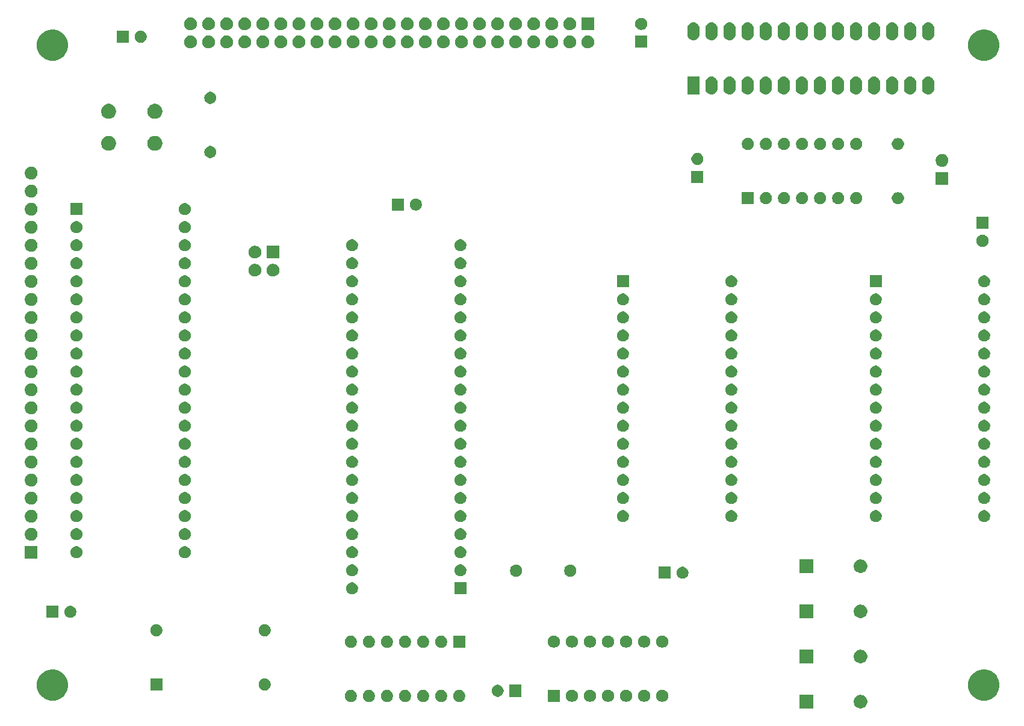
<source format=gbr>
G04 #@! TF.GenerationSoftware,KiCad,Pcbnew,(5.1.5)-3*
G04 #@! TF.CreationDate,2020-10-09T19:11:16-04:00*
G04 #@! TF.ProjectId,MVC,4d56432e-6b69-4636-9164-5f7063625858,rev?*
G04 #@! TF.SameCoordinates,Original*
G04 #@! TF.FileFunction,Soldermask,Bot*
G04 #@! TF.FilePolarity,Negative*
%FSLAX46Y46*%
G04 Gerber Fmt 4.6, Leading zero omitted, Abs format (unit mm)*
G04 Created by KiCad (PCBNEW (5.1.5)-3) date 2020-10-09 19:11:16*
%MOMM*%
%LPD*%
G04 APERTURE LIST*
%ADD10C,0.100000*%
G04 APERTURE END LIST*
D10*
G36*
X167917395Y-146405546D02*
G01*
X168090466Y-146477234D01*
X168090467Y-146477235D01*
X168246227Y-146581310D01*
X168378690Y-146713773D01*
X168415075Y-146768228D01*
X168482766Y-146869534D01*
X168554454Y-147042605D01*
X168591000Y-147226333D01*
X168591000Y-147413667D01*
X168554454Y-147597395D01*
X168482766Y-147770466D01*
X168482765Y-147770467D01*
X168378690Y-147926227D01*
X168246227Y-148058690D01*
X168167818Y-148111081D01*
X168090466Y-148162766D01*
X167917395Y-148234454D01*
X167733667Y-148271000D01*
X167546333Y-148271000D01*
X167362605Y-148234454D01*
X167189534Y-148162766D01*
X167112182Y-148111081D01*
X167033773Y-148058690D01*
X166901310Y-147926227D01*
X166797235Y-147770467D01*
X166797234Y-147770466D01*
X166725546Y-147597395D01*
X166689000Y-147413667D01*
X166689000Y-147226333D01*
X166725546Y-147042605D01*
X166797234Y-146869534D01*
X166864925Y-146768228D01*
X166901310Y-146713773D01*
X167033773Y-146581310D01*
X167189533Y-146477235D01*
X167189534Y-146477234D01*
X167362605Y-146405546D01*
X167546333Y-146369000D01*
X167733667Y-146369000D01*
X167917395Y-146405546D01*
G37*
G36*
X160971000Y-148271000D02*
G01*
X159069000Y-148271000D01*
X159069000Y-146369000D01*
X160971000Y-146369000D01*
X160971000Y-148271000D01*
G37*
G36*
X111448228Y-145701703D02*
G01*
X111603100Y-145765853D01*
X111742481Y-145858985D01*
X111861015Y-145977519D01*
X111954147Y-146116900D01*
X112018297Y-146271772D01*
X112051000Y-146436184D01*
X112051000Y-146603816D01*
X112018297Y-146768228D01*
X111954147Y-146923100D01*
X111861015Y-147062481D01*
X111742481Y-147181015D01*
X111603100Y-147274147D01*
X111448228Y-147338297D01*
X111283816Y-147371000D01*
X111116184Y-147371000D01*
X110951772Y-147338297D01*
X110796900Y-147274147D01*
X110657519Y-147181015D01*
X110538985Y-147062481D01*
X110445853Y-146923100D01*
X110381703Y-146768228D01*
X110349000Y-146603816D01*
X110349000Y-146436184D01*
X110381703Y-146271772D01*
X110445853Y-146116900D01*
X110538985Y-145977519D01*
X110657519Y-145858985D01*
X110796900Y-145765853D01*
X110951772Y-145701703D01*
X111116184Y-145669000D01*
X111283816Y-145669000D01*
X111448228Y-145701703D01*
G37*
G36*
X103828228Y-145701703D02*
G01*
X103983100Y-145765853D01*
X104122481Y-145858985D01*
X104241015Y-145977519D01*
X104334147Y-146116900D01*
X104398297Y-146271772D01*
X104431000Y-146436184D01*
X104431000Y-146603816D01*
X104398297Y-146768228D01*
X104334147Y-146923100D01*
X104241015Y-147062481D01*
X104122481Y-147181015D01*
X103983100Y-147274147D01*
X103828228Y-147338297D01*
X103663816Y-147371000D01*
X103496184Y-147371000D01*
X103331772Y-147338297D01*
X103176900Y-147274147D01*
X103037519Y-147181015D01*
X102918985Y-147062481D01*
X102825853Y-146923100D01*
X102761703Y-146768228D01*
X102729000Y-146603816D01*
X102729000Y-146436184D01*
X102761703Y-146271772D01*
X102825853Y-146116900D01*
X102918985Y-145977519D01*
X103037519Y-145858985D01*
X103176900Y-145765853D01*
X103331772Y-145701703D01*
X103496184Y-145669000D01*
X103663816Y-145669000D01*
X103828228Y-145701703D01*
G37*
G36*
X96208228Y-145701703D02*
G01*
X96363100Y-145765853D01*
X96502481Y-145858985D01*
X96621015Y-145977519D01*
X96714147Y-146116900D01*
X96778297Y-146271772D01*
X96811000Y-146436184D01*
X96811000Y-146603816D01*
X96778297Y-146768228D01*
X96714147Y-146923100D01*
X96621015Y-147062481D01*
X96502481Y-147181015D01*
X96363100Y-147274147D01*
X96208228Y-147338297D01*
X96043816Y-147371000D01*
X95876184Y-147371000D01*
X95711772Y-147338297D01*
X95556900Y-147274147D01*
X95417519Y-147181015D01*
X95298985Y-147062481D01*
X95205853Y-146923100D01*
X95141703Y-146768228D01*
X95109000Y-146603816D01*
X95109000Y-146436184D01*
X95141703Y-146271772D01*
X95205853Y-146116900D01*
X95298985Y-145977519D01*
X95417519Y-145858985D01*
X95556900Y-145765853D01*
X95711772Y-145701703D01*
X95876184Y-145669000D01*
X96043816Y-145669000D01*
X96208228Y-145701703D01*
G37*
G36*
X98748228Y-145701703D02*
G01*
X98903100Y-145765853D01*
X99042481Y-145858985D01*
X99161015Y-145977519D01*
X99254147Y-146116900D01*
X99318297Y-146271772D01*
X99351000Y-146436184D01*
X99351000Y-146603816D01*
X99318297Y-146768228D01*
X99254147Y-146923100D01*
X99161015Y-147062481D01*
X99042481Y-147181015D01*
X98903100Y-147274147D01*
X98748228Y-147338297D01*
X98583816Y-147371000D01*
X98416184Y-147371000D01*
X98251772Y-147338297D01*
X98096900Y-147274147D01*
X97957519Y-147181015D01*
X97838985Y-147062481D01*
X97745853Y-146923100D01*
X97681703Y-146768228D01*
X97649000Y-146603816D01*
X97649000Y-146436184D01*
X97681703Y-146271772D01*
X97745853Y-146116900D01*
X97838985Y-145977519D01*
X97957519Y-145858985D01*
X98096900Y-145765853D01*
X98251772Y-145701703D01*
X98416184Y-145669000D01*
X98583816Y-145669000D01*
X98748228Y-145701703D01*
G37*
G36*
X101288228Y-145701703D02*
G01*
X101443100Y-145765853D01*
X101582481Y-145858985D01*
X101701015Y-145977519D01*
X101794147Y-146116900D01*
X101858297Y-146271772D01*
X101891000Y-146436184D01*
X101891000Y-146603816D01*
X101858297Y-146768228D01*
X101794147Y-146923100D01*
X101701015Y-147062481D01*
X101582481Y-147181015D01*
X101443100Y-147274147D01*
X101288228Y-147338297D01*
X101123816Y-147371000D01*
X100956184Y-147371000D01*
X100791772Y-147338297D01*
X100636900Y-147274147D01*
X100497519Y-147181015D01*
X100378985Y-147062481D01*
X100285853Y-146923100D01*
X100221703Y-146768228D01*
X100189000Y-146603816D01*
X100189000Y-146436184D01*
X100221703Y-146271772D01*
X100285853Y-146116900D01*
X100378985Y-145977519D01*
X100497519Y-145858985D01*
X100636900Y-145765853D01*
X100791772Y-145701703D01*
X100956184Y-145669000D01*
X101123816Y-145669000D01*
X101288228Y-145701703D01*
G37*
G36*
X106368228Y-145701703D02*
G01*
X106523100Y-145765853D01*
X106662481Y-145858985D01*
X106781015Y-145977519D01*
X106874147Y-146116900D01*
X106938297Y-146271772D01*
X106971000Y-146436184D01*
X106971000Y-146603816D01*
X106938297Y-146768228D01*
X106874147Y-146923100D01*
X106781015Y-147062481D01*
X106662481Y-147181015D01*
X106523100Y-147274147D01*
X106368228Y-147338297D01*
X106203816Y-147371000D01*
X106036184Y-147371000D01*
X105871772Y-147338297D01*
X105716900Y-147274147D01*
X105577519Y-147181015D01*
X105458985Y-147062481D01*
X105365853Y-146923100D01*
X105301703Y-146768228D01*
X105269000Y-146603816D01*
X105269000Y-146436184D01*
X105301703Y-146271772D01*
X105365853Y-146116900D01*
X105458985Y-145977519D01*
X105577519Y-145858985D01*
X105716900Y-145765853D01*
X105871772Y-145701703D01*
X106036184Y-145669000D01*
X106203816Y-145669000D01*
X106368228Y-145701703D01*
G37*
G36*
X108908228Y-145701703D02*
G01*
X109063100Y-145765853D01*
X109202481Y-145858985D01*
X109321015Y-145977519D01*
X109414147Y-146116900D01*
X109478297Y-146271772D01*
X109511000Y-146436184D01*
X109511000Y-146603816D01*
X109478297Y-146768228D01*
X109414147Y-146923100D01*
X109321015Y-147062481D01*
X109202481Y-147181015D01*
X109063100Y-147274147D01*
X108908228Y-147338297D01*
X108743816Y-147371000D01*
X108576184Y-147371000D01*
X108411772Y-147338297D01*
X108256900Y-147274147D01*
X108117519Y-147181015D01*
X107998985Y-147062481D01*
X107905853Y-146923100D01*
X107841703Y-146768228D01*
X107809000Y-146603816D01*
X107809000Y-146436184D01*
X107841703Y-146271772D01*
X107905853Y-146116900D01*
X107998985Y-145977519D01*
X108117519Y-145858985D01*
X108256900Y-145765853D01*
X108411772Y-145701703D01*
X108576184Y-145669000D01*
X108743816Y-145669000D01*
X108908228Y-145701703D01*
G37*
G36*
X127288228Y-145681703D02*
G01*
X127443100Y-145745853D01*
X127582481Y-145838985D01*
X127701015Y-145957519D01*
X127794147Y-146096900D01*
X127858297Y-146251772D01*
X127891000Y-146416184D01*
X127891000Y-146583816D01*
X127858297Y-146748228D01*
X127794147Y-146903100D01*
X127701015Y-147042481D01*
X127582481Y-147161015D01*
X127443100Y-147254147D01*
X127288228Y-147318297D01*
X127123816Y-147351000D01*
X126956184Y-147351000D01*
X126791772Y-147318297D01*
X126636900Y-147254147D01*
X126497519Y-147161015D01*
X126378985Y-147042481D01*
X126285853Y-146903100D01*
X126221703Y-146748228D01*
X126189000Y-146583816D01*
X126189000Y-146416184D01*
X126221703Y-146251772D01*
X126285853Y-146096900D01*
X126378985Y-145957519D01*
X126497519Y-145838985D01*
X126636900Y-145745853D01*
X126791772Y-145681703D01*
X126956184Y-145649000D01*
X127123816Y-145649000D01*
X127288228Y-145681703D01*
G37*
G36*
X129828228Y-145681703D02*
G01*
X129983100Y-145745853D01*
X130122481Y-145838985D01*
X130241015Y-145957519D01*
X130334147Y-146096900D01*
X130398297Y-146251772D01*
X130431000Y-146416184D01*
X130431000Y-146583816D01*
X130398297Y-146748228D01*
X130334147Y-146903100D01*
X130241015Y-147042481D01*
X130122481Y-147161015D01*
X129983100Y-147254147D01*
X129828228Y-147318297D01*
X129663816Y-147351000D01*
X129496184Y-147351000D01*
X129331772Y-147318297D01*
X129176900Y-147254147D01*
X129037519Y-147161015D01*
X128918985Y-147042481D01*
X128825853Y-146903100D01*
X128761703Y-146748228D01*
X128729000Y-146583816D01*
X128729000Y-146416184D01*
X128761703Y-146251772D01*
X128825853Y-146096900D01*
X128918985Y-145957519D01*
X129037519Y-145838985D01*
X129176900Y-145745853D01*
X129331772Y-145681703D01*
X129496184Y-145649000D01*
X129663816Y-145649000D01*
X129828228Y-145681703D01*
G37*
G36*
X132368228Y-145681703D02*
G01*
X132523100Y-145745853D01*
X132662481Y-145838985D01*
X132781015Y-145957519D01*
X132874147Y-146096900D01*
X132938297Y-146251772D01*
X132971000Y-146416184D01*
X132971000Y-146583816D01*
X132938297Y-146748228D01*
X132874147Y-146903100D01*
X132781015Y-147042481D01*
X132662481Y-147161015D01*
X132523100Y-147254147D01*
X132368228Y-147318297D01*
X132203816Y-147351000D01*
X132036184Y-147351000D01*
X131871772Y-147318297D01*
X131716900Y-147254147D01*
X131577519Y-147161015D01*
X131458985Y-147042481D01*
X131365853Y-146903100D01*
X131301703Y-146748228D01*
X131269000Y-146583816D01*
X131269000Y-146416184D01*
X131301703Y-146251772D01*
X131365853Y-146096900D01*
X131458985Y-145957519D01*
X131577519Y-145838985D01*
X131716900Y-145745853D01*
X131871772Y-145681703D01*
X132036184Y-145649000D01*
X132203816Y-145649000D01*
X132368228Y-145681703D01*
G37*
G36*
X139988228Y-145681703D02*
G01*
X140143100Y-145745853D01*
X140282481Y-145838985D01*
X140401015Y-145957519D01*
X140494147Y-146096900D01*
X140558297Y-146251772D01*
X140591000Y-146416184D01*
X140591000Y-146583816D01*
X140558297Y-146748228D01*
X140494147Y-146903100D01*
X140401015Y-147042481D01*
X140282481Y-147161015D01*
X140143100Y-147254147D01*
X139988228Y-147318297D01*
X139823816Y-147351000D01*
X139656184Y-147351000D01*
X139491772Y-147318297D01*
X139336900Y-147254147D01*
X139197519Y-147161015D01*
X139078985Y-147042481D01*
X138985853Y-146903100D01*
X138921703Y-146748228D01*
X138889000Y-146583816D01*
X138889000Y-146416184D01*
X138921703Y-146251772D01*
X138985853Y-146096900D01*
X139078985Y-145957519D01*
X139197519Y-145838985D01*
X139336900Y-145745853D01*
X139491772Y-145681703D01*
X139656184Y-145649000D01*
X139823816Y-145649000D01*
X139988228Y-145681703D01*
G37*
G36*
X137448228Y-145681703D02*
G01*
X137603100Y-145745853D01*
X137742481Y-145838985D01*
X137861015Y-145957519D01*
X137954147Y-146096900D01*
X138018297Y-146251772D01*
X138051000Y-146416184D01*
X138051000Y-146583816D01*
X138018297Y-146748228D01*
X137954147Y-146903100D01*
X137861015Y-147042481D01*
X137742481Y-147161015D01*
X137603100Y-147254147D01*
X137448228Y-147318297D01*
X137283816Y-147351000D01*
X137116184Y-147351000D01*
X136951772Y-147318297D01*
X136796900Y-147254147D01*
X136657519Y-147161015D01*
X136538985Y-147042481D01*
X136445853Y-146903100D01*
X136381703Y-146748228D01*
X136349000Y-146583816D01*
X136349000Y-146416184D01*
X136381703Y-146251772D01*
X136445853Y-146096900D01*
X136538985Y-145957519D01*
X136657519Y-145838985D01*
X136796900Y-145745853D01*
X136951772Y-145681703D01*
X137116184Y-145649000D01*
X137283816Y-145649000D01*
X137448228Y-145681703D01*
G37*
G36*
X134908228Y-145681703D02*
G01*
X135063100Y-145745853D01*
X135202481Y-145838985D01*
X135321015Y-145957519D01*
X135414147Y-146096900D01*
X135478297Y-146251772D01*
X135511000Y-146416184D01*
X135511000Y-146583816D01*
X135478297Y-146748228D01*
X135414147Y-146903100D01*
X135321015Y-147042481D01*
X135202481Y-147161015D01*
X135063100Y-147254147D01*
X134908228Y-147318297D01*
X134743816Y-147351000D01*
X134576184Y-147351000D01*
X134411772Y-147318297D01*
X134256900Y-147254147D01*
X134117519Y-147161015D01*
X133998985Y-147042481D01*
X133905853Y-146903100D01*
X133841703Y-146748228D01*
X133809000Y-146583816D01*
X133809000Y-146416184D01*
X133841703Y-146251772D01*
X133905853Y-146096900D01*
X133998985Y-145957519D01*
X134117519Y-145838985D01*
X134256900Y-145745853D01*
X134411772Y-145681703D01*
X134576184Y-145649000D01*
X134743816Y-145649000D01*
X134908228Y-145681703D01*
G37*
G36*
X125351000Y-147351000D02*
G01*
X123649000Y-147351000D01*
X123649000Y-145649000D01*
X125351000Y-145649000D01*
X125351000Y-147351000D01*
G37*
G36*
X54642007Y-142883582D02*
G01*
X55042563Y-143049498D01*
X55042565Y-143049499D01*
X55403056Y-143290371D01*
X55709629Y-143596944D01*
X55950501Y-143957435D01*
X55950502Y-143957437D01*
X56116418Y-144357993D01*
X56201000Y-144783219D01*
X56201000Y-145216781D01*
X56116418Y-145642007D01*
X55950502Y-146042563D01*
X55950501Y-146042565D01*
X55709629Y-146403056D01*
X55403056Y-146709629D01*
X55042565Y-146950501D01*
X55042564Y-146950502D01*
X55042563Y-146950502D01*
X54642007Y-147116418D01*
X54216781Y-147201000D01*
X53783219Y-147201000D01*
X53357993Y-147116418D01*
X52957437Y-146950502D01*
X52957436Y-146950502D01*
X52957435Y-146950501D01*
X52596944Y-146709629D01*
X52290371Y-146403056D01*
X52049499Y-146042565D01*
X52049498Y-146042563D01*
X51883582Y-145642007D01*
X51799000Y-145216781D01*
X51799000Y-144783219D01*
X51883582Y-144357993D01*
X52049498Y-143957437D01*
X52049499Y-143957435D01*
X52290371Y-143596944D01*
X52596944Y-143290371D01*
X52957435Y-143049499D01*
X52957437Y-143049498D01*
X53357993Y-142883582D01*
X53783219Y-142799000D01*
X54216781Y-142799000D01*
X54642007Y-142883582D01*
G37*
G36*
X185642007Y-142883582D02*
G01*
X186042563Y-143049498D01*
X186042565Y-143049499D01*
X186403056Y-143290371D01*
X186709629Y-143596944D01*
X186950501Y-143957435D01*
X186950502Y-143957437D01*
X187116418Y-144357993D01*
X187201000Y-144783219D01*
X187201000Y-145216781D01*
X187116418Y-145642007D01*
X186950502Y-146042563D01*
X186950501Y-146042565D01*
X186709629Y-146403056D01*
X186403056Y-146709629D01*
X186042565Y-146950501D01*
X186042564Y-146950502D01*
X186042563Y-146950502D01*
X185642007Y-147116418D01*
X185216781Y-147201000D01*
X184783219Y-147201000D01*
X184357993Y-147116418D01*
X183957437Y-146950502D01*
X183957436Y-146950502D01*
X183957435Y-146950501D01*
X183596944Y-146709629D01*
X183290371Y-146403056D01*
X183049499Y-146042565D01*
X183049498Y-146042563D01*
X182883582Y-145642007D01*
X182799000Y-145216781D01*
X182799000Y-144783219D01*
X182883582Y-144357993D01*
X183049498Y-143957437D01*
X183049499Y-143957435D01*
X183290371Y-143596944D01*
X183596944Y-143290371D01*
X183957435Y-143049499D01*
X183957437Y-143049498D01*
X184357993Y-142883582D01*
X184783219Y-142799000D01*
X185216781Y-142799000D01*
X185642007Y-142883582D01*
G37*
G36*
X119951000Y-146651000D02*
G01*
X118249000Y-146651000D01*
X118249000Y-144949000D01*
X119951000Y-144949000D01*
X119951000Y-146651000D01*
G37*
G36*
X116848228Y-144981703D02*
G01*
X117003100Y-145045853D01*
X117142481Y-145138985D01*
X117261015Y-145257519D01*
X117354147Y-145396900D01*
X117418297Y-145551772D01*
X117451000Y-145716184D01*
X117451000Y-145883816D01*
X117418297Y-146048228D01*
X117354147Y-146203100D01*
X117261015Y-146342481D01*
X117142481Y-146461015D01*
X117003100Y-146554147D01*
X116848228Y-146618297D01*
X116683816Y-146651000D01*
X116516184Y-146651000D01*
X116351772Y-146618297D01*
X116196900Y-146554147D01*
X116057519Y-146461015D01*
X115938985Y-146342481D01*
X115845853Y-146203100D01*
X115781703Y-146048228D01*
X115749000Y-145883816D01*
X115749000Y-145716184D01*
X115781703Y-145551772D01*
X115845853Y-145396900D01*
X115938985Y-145257519D01*
X116057519Y-145138985D01*
X116196900Y-145045853D01*
X116351772Y-144981703D01*
X116516184Y-144949000D01*
X116683816Y-144949000D01*
X116848228Y-144981703D01*
G37*
G36*
X84088228Y-144081703D02*
G01*
X84243100Y-144145853D01*
X84382481Y-144238985D01*
X84501015Y-144357519D01*
X84594147Y-144496900D01*
X84658297Y-144651772D01*
X84691000Y-144816184D01*
X84691000Y-144983816D01*
X84658297Y-145148228D01*
X84594147Y-145303100D01*
X84501015Y-145442481D01*
X84382481Y-145561015D01*
X84243100Y-145654147D01*
X84088228Y-145718297D01*
X83923816Y-145751000D01*
X83756184Y-145751000D01*
X83591772Y-145718297D01*
X83436900Y-145654147D01*
X83297519Y-145561015D01*
X83178985Y-145442481D01*
X83085853Y-145303100D01*
X83021703Y-145148228D01*
X82989000Y-144983816D01*
X82989000Y-144816184D01*
X83021703Y-144651772D01*
X83085853Y-144496900D01*
X83178985Y-144357519D01*
X83297519Y-144238985D01*
X83436900Y-144145853D01*
X83591772Y-144081703D01*
X83756184Y-144049000D01*
X83923816Y-144049000D01*
X84088228Y-144081703D01*
G37*
G36*
X69451000Y-145751000D02*
G01*
X67749000Y-145751000D01*
X67749000Y-144049000D01*
X69451000Y-144049000D01*
X69451000Y-145751000D01*
G37*
G36*
X160971000Y-141921000D02*
G01*
X159069000Y-141921000D01*
X159069000Y-140019000D01*
X160971000Y-140019000D01*
X160971000Y-141921000D01*
G37*
G36*
X167917395Y-140055546D02*
G01*
X168090466Y-140127234D01*
X168090467Y-140127235D01*
X168246227Y-140231310D01*
X168378690Y-140363773D01*
X168378691Y-140363775D01*
X168482766Y-140519534D01*
X168554454Y-140692605D01*
X168591000Y-140876333D01*
X168591000Y-141063667D01*
X168554454Y-141247395D01*
X168482766Y-141420466D01*
X168482765Y-141420467D01*
X168378690Y-141576227D01*
X168246227Y-141708690D01*
X168167818Y-141761081D01*
X168090466Y-141812766D01*
X167917395Y-141884454D01*
X167733667Y-141921000D01*
X167546333Y-141921000D01*
X167362605Y-141884454D01*
X167189534Y-141812766D01*
X167112182Y-141761081D01*
X167033773Y-141708690D01*
X166901310Y-141576227D01*
X166797235Y-141420467D01*
X166797234Y-141420466D01*
X166725546Y-141247395D01*
X166689000Y-141063667D01*
X166689000Y-140876333D01*
X166725546Y-140692605D01*
X166797234Y-140519534D01*
X166901309Y-140363775D01*
X166901310Y-140363773D01*
X167033773Y-140231310D01*
X167189533Y-140127235D01*
X167189534Y-140127234D01*
X167362605Y-140055546D01*
X167546333Y-140019000D01*
X167733667Y-140019000D01*
X167917395Y-140055546D01*
G37*
G36*
X103828228Y-138081703D02*
G01*
X103983100Y-138145853D01*
X104122481Y-138238985D01*
X104241015Y-138357519D01*
X104334147Y-138496900D01*
X104398297Y-138651772D01*
X104431000Y-138816184D01*
X104431000Y-138983816D01*
X104398297Y-139148228D01*
X104334147Y-139303100D01*
X104241015Y-139442481D01*
X104122481Y-139561015D01*
X103983100Y-139654147D01*
X103828228Y-139718297D01*
X103663816Y-139751000D01*
X103496184Y-139751000D01*
X103331772Y-139718297D01*
X103176900Y-139654147D01*
X103037519Y-139561015D01*
X102918985Y-139442481D01*
X102825853Y-139303100D01*
X102761703Y-139148228D01*
X102729000Y-138983816D01*
X102729000Y-138816184D01*
X102761703Y-138651772D01*
X102825853Y-138496900D01*
X102918985Y-138357519D01*
X103037519Y-138238985D01*
X103176900Y-138145853D01*
X103331772Y-138081703D01*
X103496184Y-138049000D01*
X103663816Y-138049000D01*
X103828228Y-138081703D01*
G37*
G36*
X101288228Y-138081703D02*
G01*
X101443100Y-138145853D01*
X101582481Y-138238985D01*
X101701015Y-138357519D01*
X101794147Y-138496900D01*
X101858297Y-138651772D01*
X101891000Y-138816184D01*
X101891000Y-138983816D01*
X101858297Y-139148228D01*
X101794147Y-139303100D01*
X101701015Y-139442481D01*
X101582481Y-139561015D01*
X101443100Y-139654147D01*
X101288228Y-139718297D01*
X101123816Y-139751000D01*
X100956184Y-139751000D01*
X100791772Y-139718297D01*
X100636900Y-139654147D01*
X100497519Y-139561015D01*
X100378985Y-139442481D01*
X100285853Y-139303100D01*
X100221703Y-139148228D01*
X100189000Y-138983816D01*
X100189000Y-138816184D01*
X100221703Y-138651772D01*
X100285853Y-138496900D01*
X100378985Y-138357519D01*
X100497519Y-138238985D01*
X100636900Y-138145853D01*
X100791772Y-138081703D01*
X100956184Y-138049000D01*
X101123816Y-138049000D01*
X101288228Y-138081703D01*
G37*
G36*
X98748228Y-138081703D02*
G01*
X98903100Y-138145853D01*
X99042481Y-138238985D01*
X99161015Y-138357519D01*
X99254147Y-138496900D01*
X99318297Y-138651772D01*
X99351000Y-138816184D01*
X99351000Y-138983816D01*
X99318297Y-139148228D01*
X99254147Y-139303100D01*
X99161015Y-139442481D01*
X99042481Y-139561015D01*
X98903100Y-139654147D01*
X98748228Y-139718297D01*
X98583816Y-139751000D01*
X98416184Y-139751000D01*
X98251772Y-139718297D01*
X98096900Y-139654147D01*
X97957519Y-139561015D01*
X97838985Y-139442481D01*
X97745853Y-139303100D01*
X97681703Y-139148228D01*
X97649000Y-138983816D01*
X97649000Y-138816184D01*
X97681703Y-138651772D01*
X97745853Y-138496900D01*
X97838985Y-138357519D01*
X97957519Y-138238985D01*
X98096900Y-138145853D01*
X98251772Y-138081703D01*
X98416184Y-138049000D01*
X98583816Y-138049000D01*
X98748228Y-138081703D01*
G37*
G36*
X96208228Y-138081703D02*
G01*
X96363100Y-138145853D01*
X96502481Y-138238985D01*
X96621015Y-138357519D01*
X96714147Y-138496900D01*
X96778297Y-138651772D01*
X96811000Y-138816184D01*
X96811000Y-138983816D01*
X96778297Y-139148228D01*
X96714147Y-139303100D01*
X96621015Y-139442481D01*
X96502481Y-139561015D01*
X96363100Y-139654147D01*
X96208228Y-139718297D01*
X96043816Y-139751000D01*
X95876184Y-139751000D01*
X95711772Y-139718297D01*
X95556900Y-139654147D01*
X95417519Y-139561015D01*
X95298985Y-139442481D01*
X95205853Y-139303100D01*
X95141703Y-139148228D01*
X95109000Y-138983816D01*
X95109000Y-138816184D01*
X95141703Y-138651772D01*
X95205853Y-138496900D01*
X95298985Y-138357519D01*
X95417519Y-138238985D01*
X95556900Y-138145853D01*
X95711772Y-138081703D01*
X95876184Y-138049000D01*
X96043816Y-138049000D01*
X96208228Y-138081703D01*
G37*
G36*
X112051000Y-139751000D02*
G01*
X110349000Y-139751000D01*
X110349000Y-138049000D01*
X112051000Y-138049000D01*
X112051000Y-139751000D01*
G37*
G36*
X108908228Y-138081703D02*
G01*
X109063100Y-138145853D01*
X109202481Y-138238985D01*
X109321015Y-138357519D01*
X109414147Y-138496900D01*
X109478297Y-138651772D01*
X109511000Y-138816184D01*
X109511000Y-138983816D01*
X109478297Y-139148228D01*
X109414147Y-139303100D01*
X109321015Y-139442481D01*
X109202481Y-139561015D01*
X109063100Y-139654147D01*
X108908228Y-139718297D01*
X108743816Y-139751000D01*
X108576184Y-139751000D01*
X108411772Y-139718297D01*
X108256900Y-139654147D01*
X108117519Y-139561015D01*
X107998985Y-139442481D01*
X107905853Y-139303100D01*
X107841703Y-139148228D01*
X107809000Y-138983816D01*
X107809000Y-138816184D01*
X107841703Y-138651772D01*
X107905853Y-138496900D01*
X107998985Y-138357519D01*
X108117519Y-138238985D01*
X108256900Y-138145853D01*
X108411772Y-138081703D01*
X108576184Y-138049000D01*
X108743816Y-138049000D01*
X108908228Y-138081703D01*
G37*
G36*
X106368228Y-138081703D02*
G01*
X106523100Y-138145853D01*
X106662481Y-138238985D01*
X106781015Y-138357519D01*
X106874147Y-138496900D01*
X106938297Y-138651772D01*
X106971000Y-138816184D01*
X106971000Y-138983816D01*
X106938297Y-139148228D01*
X106874147Y-139303100D01*
X106781015Y-139442481D01*
X106662481Y-139561015D01*
X106523100Y-139654147D01*
X106368228Y-139718297D01*
X106203816Y-139751000D01*
X106036184Y-139751000D01*
X105871772Y-139718297D01*
X105716900Y-139654147D01*
X105577519Y-139561015D01*
X105458985Y-139442481D01*
X105365853Y-139303100D01*
X105301703Y-139148228D01*
X105269000Y-138983816D01*
X105269000Y-138816184D01*
X105301703Y-138651772D01*
X105365853Y-138496900D01*
X105458985Y-138357519D01*
X105577519Y-138238985D01*
X105716900Y-138145853D01*
X105871772Y-138081703D01*
X106036184Y-138049000D01*
X106203816Y-138049000D01*
X106368228Y-138081703D01*
G37*
G36*
X129828228Y-138061703D02*
G01*
X129983100Y-138125853D01*
X130122481Y-138218985D01*
X130241015Y-138337519D01*
X130334147Y-138476900D01*
X130398297Y-138631772D01*
X130431000Y-138796184D01*
X130431000Y-138963816D01*
X130398297Y-139128228D01*
X130334147Y-139283100D01*
X130241015Y-139422481D01*
X130122481Y-139541015D01*
X129983100Y-139634147D01*
X129828228Y-139698297D01*
X129663816Y-139731000D01*
X129496184Y-139731000D01*
X129331772Y-139698297D01*
X129176900Y-139634147D01*
X129037519Y-139541015D01*
X128918985Y-139422481D01*
X128825853Y-139283100D01*
X128761703Y-139128228D01*
X128729000Y-138963816D01*
X128729000Y-138796184D01*
X128761703Y-138631772D01*
X128825853Y-138476900D01*
X128918985Y-138337519D01*
X129037519Y-138218985D01*
X129176900Y-138125853D01*
X129331772Y-138061703D01*
X129496184Y-138029000D01*
X129663816Y-138029000D01*
X129828228Y-138061703D01*
G37*
G36*
X139988228Y-138061703D02*
G01*
X140143100Y-138125853D01*
X140282481Y-138218985D01*
X140401015Y-138337519D01*
X140494147Y-138476900D01*
X140558297Y-138631772D01*
X140591000Y-138796184D01*
X140591000Y-138963816D01*
X140558297Y-139128228D01*
X140494147Y-139283100D01*
X140401015Y-139422481D01*
X140282481Y-139541015D01*
X140143100Y-139634147D01*
X139988228Y-139698297D01*
X139823816Y-139731000D01*
X139656184Y-139731000D01*
X139491772Y-139698297D01*
X139336900Y-139634147D01*
X139197519Y-139541015D01*
X139078985Y-139422481D01*
X138985853Y-139283100D01*
X138921703Y-139128228D01*
X138889000Y-138963816D01*
X138889000Y-138796184D01*
X138921703Y-138631772D01*
X138985853Y-138476900D01*
X139078985Y-138337519D01*
X139197519Y-138218985D01*
X139336900Y-138125853D01*
X139491772Y-138061703D01*
X139656184Y-138029000D01*
X139823816Y-138029000D01*
X139988228Y-138061703D01*
G37*
G36*
X137448228Y-138061703D02*
G01*
X137603100Y-138125853D01*
X137742481Y-138218985D01*
X137861015Y-138337519D01*
X137954147Y-138476900D01*
X138018297Y-138631772D01*
X138051000Y-138796184D01*
X138051000Y-138963816D01*
X138018297Y-139128228D01*
X137954147Y-139283100D01*
X137861015Y-139422481D01*
X137742481Y-139541015D01*
X137603100Y-139634147D01*
X137448228Y-139698297D01*
X137283816Y-139731000D01*
X137116184Y-139731000D01*
X136951772Y-139698297D01*
X136796900Y-139634147D01*
X136657519Y-139541015D01*
X136538985Y-139422481D01*
X136445853Y-139283100D01*
X136381703Y-139128228D01*
X136349000Y-138963816D01*
X136349000Y-138796184D01*
X136381703Y-138631772D01*
X136445853Y-138476900D01*
X136538985Y-138337519D01*
X136657519Y-138218985D01*
X136796900Y-138125853D01*
X136951772Y-138061703D01*
X137116184Y-138029000D01*
X137283816Y-138029000D01*
X137448228Y-138061703D01*
G37*
G36*
X134908228Y-138061703D02*
G01*
X135063100Y-138125853D01*
X135202481Y-138218985D01*
X135321015Y-138337519D01*
X135414147Y-138476900D01*
X135478297Y-138631772D01*
X135511000Y-138796184D01*
X135511000Y-138963816D01*
X135478297Y-139128228D01*
X135414147Y-139283100D01*
X135321015Y-139422481D01*
X135202481Y-139541015D01*
X135063100Y-139634147D01*
X134908228Y-139698297D01*
X134743816Y-139731000D01*
X134576184Y-139731000D01*
X134411772Y-139698297D01*
X134256900Y-139634147D01*
X134117519Y-139541015D01*
X133998985Y-139422481D01*
X133905853Y-139283100D01*
X133841703Y-139128228D01*
X133809000Y-138963816D01*
X133809000Y-138796184D01*
X133841703Y-138631772D01*
X133905853Y-138476900D01*
X133998985Y-138337519D01*
X134117519Y-138218985D01*
X134256900Y-138125853D01*
X134411772Y-138061703D01*
X134576184Y-138029000D01*
X134743816Y-138029000D01*
X134908228Y-138061703D01*
G37*
G36*
X132368228Y-138061703D02*
G01*
X132523100Y-138125853D01*
X132662481Y-138218985D01*
X132781015Y-138337519D01*
X132874147Y-138476900D01*
X132938297Y-138631772D01*
X132971000Y-138796184D01*
X132971000Y-138963816D01*
X132938297Y-139128228D01*
X132874147Y-139283100D01*
X132781015Y-139422481D01*
X132662481Y-139541015D01*
X132523100Y-139634147D01*
X132368228Y-139698297D01*
X132203816Y-139731000D01*
X132036184Y-139731000D01*
X131871772Y-139698297D01*
X131716900Y-139634147D01*
X131577519Y-139541015D01*
X131458985Y-139422481D01*
X131365853Y-139283100D01*
X131301703Y-139128228D01*
X131269000Y-138963816D01*
X131269000Y-138796184D01*
X131301703Y-138631772D01*
X131365853Y-138476900D01*
X131458985Y-138337519D01*
X131577519Y-138218985D01*
X131716900Y-138125853D01*
X131871772Y-138061703D01*
X132036184Y-138029000D01*
X132203816Y-138029000D01*
X132368228Y-138061703D01*
G37*
G36*
X127288228Y-138061703D02*
G01*
X127443100Y-138125853D01*
X127582481Y-138218985D01*
X127701015Y-138337519D01*
X127794147Y-138476900D01*
X127858297Y-138631772D01*
X127891000Y-138796184D01*
X127891000Y-138963816D01*
X127858297Y-139128228D01*
X127794147Y-139283100D01*
X127701015Y-139422481D01*
X127582481Y-139541015D01*
X127443100Y-139634147D01*
X127288228Y-139698297D01*
X127123816Y-139731000D01*
X126956184Y-139731000D01*
X126791772Y-139698297D01*
X126636900Y-139634147D01*
X126497519Y-139541015D01*
X126378985Y-139422481D01*
X126285853Y-139283100D01*
X126221703Y-139128228D01*
X126189000Y-138963816D01*
X126189000Y-138796184D01*
X126221703Y-138631772D01*
X126285853Y-138476900D01*
X126378985Y-138337519D01*
X126497519Y-138218985D01*
X126636900Y-138125853D01*
X126791772Y-138061703D01*
X126956184Y-138029000D01*
X127123816Y-138029000D01*
X127288228Y-138061703D01*
G37*
G36*
X124748228Y-138061703D02*
G01*
X124903100Y-138125853D01*
X125042481Y-138218985D01*
X125161015Y-138337519D01*
X125254147Y-138476900D01*
X125318297Y-138631772D01*
X125351000Y-138796184D01*
X125351000Y-138963816D01*
X125318297Y-139128228D01*
X125254147Y-139283100D01*
X125161015Y-139422481D01*
X125042481Y-139541015D01*
X124903100Y-139634147D01*
X124748228Y-139698297D01*
X124583816Y-139731000D01*
X124416184Y-139731000D01*
X124251772Y-139698297D01*
X124096900Y-139634147D01*
X123957519Y-139541015D01*
X123838985Y-139422481D01*
X123745853Y-139283100D01*
X123681703Y-139128228D01*
X123649000Y-138963816D01*
X123649000Y-138796184D01*
X123681703Y-138631772D01*
X123745853Y-138476900D01*
X123838985Y-138337519D01*
X123957519Y-138218985D01*
X124096900Y-138125853D01*
X124251772Y-138061703D01*
X124416184Y-138029000D01*
X124583816Y-138029000D01*
X124748228Y-138061703D01*
G37*
G36*
X84088228Y-136461703D02*
G01*
X84243100Y-136525853D01*
X84382481Y-136618985D01*
X84501015Y-136737519D01*
X84594147Y-136876900D01*
X84658297Y-137031772D01*
X84691000Y-137196184D01*
X84691000Y-137363816D01*
X84658297Y-137528228D01*
X84594147Y-137683100D01*
X84501015Y-137822481D01*
X84382481Y-137941015D01*
X84243100Y-138034147D01*
X84088228Y-138098297D01*
X83923816Y-138131000D01*
X83756184Y-138131000D01*
X83591772Y-138098297D01*
X83436900Y-138034147D01*
X83297519Y-137941015D01*
X83178985Y-137822481D01*
X83085853Y-137683100D01*
X83021703Y-137528228D01*
X82989000Y-137363816D01*
X82989000Y-137196184D01*
X83021703Y-137031772D01*
X83085853Y-136876900D01*
X83178985Y-136737519D01*
X83297519Y-136618985D01*
X83436900Y-136525853D01*
X83591772Y-136461703D01*
X83756184Y-136429000D01*
X83923816Y-136429000D01*
X84088228Y-136461703D01*
G37*
G36*
X68848228Y-136461703D02*
G01*
X69003100Y-136525853D01*
X69142481Y-136618985D01*
X69261015Y-136737519D01*
X69354147Y-136876900D01*
X69418297Y-137031772D01*
X69451000Y-137196184D01*
X69451000Y-137363816D01*
X69418297Y-137528228D01*
X69354147Y-137683100D01*
X69261015Y-137822481D01*
X69142481Y-137941015D01*
X69003100Y-138034147D01*
X68848228Y-138098297D01*
X68683816Y-138131000D01*
X68516184Y-138131000D01*
X68351772Y-138098297D01*
X68196900Y-138034147D01*
X68057519Y-137941015D01*
X67938985Y-137822481D01*
X67845853Y-137683100D01*
X67781703Y-137528228D01*
X67749000Y-137363816D01*
X67749000Y-137196184D01*
X67781703Y-137031772D01*
X67845853Y-136876900D01*
X67938985Y-136737519D01*
X68057519Y-136618985D01*
X68196900Y-136525853D01*
X68351772Y-136461703D01*
X68516184Y-136429000D01*
X68683816Y-136429000D01*
X68848228Y-136461703D01*
G37*
G36*
X167917395Y-133705546D02*
G01*
X168090466Y-133777234D01*
X168090467Y-133777235D01*
X168246227Y-133881310D01*
X168378690Y-134013773D01*
X168378691Y-134013775D01*
X168482766Y-134169534D01*
X168554454Y-134342605D01*
X168591000Y-134526333D01*
X168591000Y-134713667D01*
X168554454Y-134897395D01*
X168482766Y-135070466D01*
X168431081Y-135147818D01*
X168378690Y-135226227D01*
X168246227Y-135358690D01*
X168242747Y-135361015D01*
X168090466Y-135462766D01*
X167917395Y-135534454D01*
X167733667Y-135571000D01*
X167546333Y-135571000D01*
X167362605Y-135534454D01*
X167189534Y-135462766D01*
X167037253Y-135361015D01*
X167033773Y-135358690D01*
X166901310Y-135226227D01*
X166848919Y-135147818D01*
X166797234Y-135070466D01*
X166725546Y-134897395D01*
X166689000Y-134713667D01*
X166689000Y-134526333D01*
X166725546Y-134342605D01*
X166797234Y-134169534D01*
X166901309Y-134013775D01*
X166901310Y-134013773D01*
X167033773Y-133881310D01*
X167189533Y-133777235D01*
X167189534Y-133777234D01*
X167362605Y-133705546D01*
X167546333Y-133669000D01*
X167733667Y-133669000D01*
X167917395Y-133705546D01*
G37*
G36*
X160971000Y-135571000D02*
G01*
X159069000Y-135571000D01*
X159069000Y-133669000D01*
X160971000Y-133669000D01*
X160971000Y-135571000D01*
G37*
G36*
X56748228Y-133881703D02*
G01*
X56903100Y-133945853D01*
X57042481Y-134038985D01*
X57161015Y-134157519D01*
X57254147Y-134296900D01*
X57318297Y-134451772D01*
X57351000Y-134616184D01*
X57351000Y-134783816D01*
X57318297Y-134948228D01*
X57254147Y-135103100D01*
X57161015Y-135242481D01*
X57042481Y-135361015D01*
X56903100Y-135454147D01*
X56748228Y-135518297D01*
X56583816Y-135551000D01*
X56416184Y-135551000D01*
X56251772Y-135518297D01*
X56096900Y-135454147D01*
X55957519Y-135361015D01*
X55838985Y-135242481D01*
X55745853Y-135103100D01*
X55681703Y-134948228D01*
X55649000Y-134783816D01*
X55649000Y-134616184D01*
X55681703Y-134451772D01*
X55745853Y-134296900D01*
X55838985Y-134157519D01*
X55957519Y-134038985D01*
X56096900Y-133945853D01*
X56251772Y-133881703D01*
X56416184Y-133849000D01*
X56583816Y-133849000D01*
X56748228Y-133881703D01*
G37*
G36*
X54851000Y-135551000D02*
G01*
X53149000Y-135551000D01*
X53149000Y-133849000D01*
X54851000Y-133849000D01*
X54851000Y-135551000D01*
G37*
G36*
X112211000Y-132251000D02*
G01*
X110509000Y-132251000D01*
X110509000Y-130549000D01*
X112211000Y-130549000D01*
X112211000Y-132251000D01*
G37*
G36*
X96368228Y-130581703D02*
G01*
X96523100Y-130645853D01*
X96662481Y-130738985D01*
X96781015Y-130857519D01*
X96874147Y-130996900D01*
X96938297Y-131151772D01*
X96971000Y-131316184D01*
X96971000Y-131483816D01*
X96938297Y-131648228D01*
X96874147Y-131803100D01*
X96781015Y-131942481D01*
X96662481Y-132061015D01*
X96523100Y-132154147D01*
X96368228Y-132218297D01*
X96203816Y-132251000D01*
X96036184Y-132251000D01*
X95871772Y-132218297D01*
X95716900Y-132154147D01*
X95577519Y-132061015D01*
X95458985Y-131942481D01*
X95365853Y-131803100D01*
X95301703Y-131648228D01*
X95269000Y-131483816D01*
X95269000Y-131316184D01*
X95301703Y-131151772D01*
X95365853Y-130996900D01*
X95458985Y-130857519D01*
X95577519Y-130738985D01*
X95716900Y-130645853D01*
X95871772Y-130581703D01*
X96036184Y-130549000D01*
X96203816Y-130549000D01*
X96368228Y-130581703D01*
G37*
G36*
X140951000Y-130051000D02*
G01*
X139249000Y-130051000D01*
X139249000Y-128349000D01*
X140951000Y-128349000D01*
X140951000Y-130051000D01*
G37*
G36*
X142848228Y-128381703D02*
G01*
X143003100Y-128445853D01*
X143142481Y-128538985D01*
X143261015Y-128657519D01*
X143354147Y-128796900D01*
X143418297Y-128951772D01*
X143451000Y-129116184D01*
X143451000Y-129283816D01*
X143418297Y-129448228D01*
X143354147Y-129603100D01*
X143261015Y-129742481D01*
X143142481Y-129861015D01*
X143003100Y-129954147D01*
X142848228Y-130018297D01*
X142683816Y-130051000D01*
X142516184Y-130051000D01*
X142351772Y-130018297D01*
X142196900Y-129954147D01*
X142057519Y-129861015D01*
X141938985Y-129742481D01*
X141845853Y-129603100D01*
X141781703Y-129448228D01*
X141749000Y-129283816D01*
X141749000Y-129116184D01*
X141781703Y-128951772D01*
X141845853Y-128796900D01*
X141938985Y-128657519D01*
X142057519Y-128538985D01*
X142196900Y-128445853D01*
X142351772Y-128381703D01*
X142516184Y-128349000D01*
X142683816Y-128349000D01*
X142848228Y-128381703D01*
G37*
G36*
X127068228Y-128081703D02*
G01*
X127223100Y-128145853D01*
X127362481Y-128238985D01*
X127481015Y-128357519D01*
X127574147Y-128496900D01*
X127638297Y-128651772D01*
X127671000Y-128816184D01*
X127671000Y-128983816D01*
X127638297Y-129148228D01*
X127574147Y-129303100D01*
X127481015Y-129442481D01*
X127362481Y-129561015D01*
X127223100Y-129654147D01*
X127068228Y-129718297D01*
X126903816Y-129751000D01*
X126736184Y-129751000D01*
X126571772Y-129718297D01*
X126416900Y-129654147D01*
X126277519Y-129561015D01*
X126158985Y-129442481D01*
X126065853Y-129303100D01*
X126001703Y-129148228D01*
X125969000Y-128983816D01*
X125969000Y-128816184D01*
X126001703Y-128651772D01*
X126065853Y-128496900D01*
X126158985Y-128357519D01*
X126277519Y-128238985D01*
X126416900Y-128145853D01*
X126571772Y-128081703D01*
X126736184Y-128049000D01*
X126903816Y-128049000D01*
X127068228Y-128081703D01*
G37*
G36*
X119448228Y-128081703D02*
G01*
X119603100Y-128145853D01*
X119742481Y-128238985D01*
X119861015Y-128357519D01*
X119954147Y-128496900D01*
X120018297Y-128651772D01*
X120051000Y-128816184D01*
X120051000Y-128983816D01*
X120018297Y-129148228D01*
X119954147Y-129303100D01*
X119861015Y-129442481D01*
X119742481Y-129561015D01*
X119603100Y-129654147D01*
X119448228Y-129718297D01*
X119283816Y-129751000D01*
X119116184Y-129751000D01*
X118951772Y-129718297D01*
X118796900Y-129654147D01*
X118657519Y-129561015D01*
X118538985Y-129442481D01*
X118445853Y-129303100D01*
X118381703Y-129148228D01*
X118349000Y-128983816D01*
X118349000Y-128816184D01*
X118381703Y-128651772D01*
X118445853Y-128496900D01*
X118538985Y-128357519D01*
X118657519Y-128238985D01*
X118796900Y-128145853D01*
X118951772Y-128081703D01*
X119116184Y-128049000D01*
X119283816Y-128049000D01*
X119448228Y-128081703D01*
G37*
G36*
X96368228Y-128041703D02*
G01*
X96523100Y-128105853D01*
X96662481Y-128198985D01*
X96781015Y-128317519D01*
X96874147Y-128456900D01*
X96938297Y-128611772D01*
X96971000Y-128776184D01*
X96971000Y-128943816D01*
X96938297Y-129108228D01*
X96874147Y-129263100D01*
X96781015Y-129402481D01*
X96662481Y-129521015D01*
X96523100Y-129614147D01*
X96368228Y-129678297D01*
X96203816Y-129711000D01*
X96036184Y-129711000D01*
X95871772Y-129678297D01*
X95716900Y-129614147D01*
X95577519Y-129521015D01*
X95458985Y-129402481D01*
X95365853Y-129263100D01*
X95301703Y-129108228D01*
X95269000Y-128943816D01*
X95269000Y-128776184D01*
X95301703Y-128611772D01*
X95365853Y-128456900D01*
X95458985Y-128317519D01*
X95577519Y-128198985D01*
X95716900Y-128105853D01*
X95871772Y-128041703D01*
X96036184Y-128009000D01*
X96203816Y-128009000D01*
X96368228Y-128041703D01*
G37*
G36*
X111608228Y-128041703D02*
G01*
X111763100Y-128105853D01*
X111902481Y-128198985D01*
X112021015Y-128317519D01*
X112114147Y-128456900D01*
X112178297Y-128611772D01*
X112211000Y-128776184D01*
X112211000Y-128943816D01*
X112178297Y-129108228D01*
X112114147Y-129263100D01*
X112021015Y-129402481D01*
X111902481Y-129521015D01*
X111763100Y-129614147D01*
X111608228Y-129678297D01*
X111443816Y-129711000D01*
X111276184Y-129711000D01*
X111111772Y-129678297D01*
X110956900Y-129614147D01*
X110817519Y-129521015D01*
X110698985Y-129402481D01*
X110605853Y-129263100D01*
X110541703Y-129108228D01*
X110509000Y-128943816D01*
X110509000Y-128776184D01*
X110541703Y-128611772D01*
X110605853Y-128456900D01*
X110698985Y-128317519D01*
X110817519Y-128198985D01*
X110956900Y-128105853D01*
X111111772Y-128041703D01*
X111276184Y-128009000D01*
X111443816Y-128009000D01*
X111608228Y-128041703D01*
G37*
G36*
X167917395Y-127355546D02*
G01*
X168090466Y-127427234D01*
X168090467Y-127427235D01*
X168246227Y-127531310D01*
X168378690Y-127663773D01*
X168378691Y-127663775D01*
X168482766Y-127819534D01*
X168554454Y-127992605D01*
X168591000Y-128176333D01*
X168591000Y-128363667D01*
X168554454Y-128547395D01*
X168482766Y-128720466D01*
X168482765Y-128720467D01*
X168378690Y-128876227D01*
X168246227Y-129008690D01*
X168167818Y-129061081D01*
X168090466Y-129112766D01*
X167917395Y-129184454D01*
X167733667Y-129221000D01*
X167546333Y-129221000D01*
X167362605Y-129184454D01*
X167189534Y-129112766D01*
X167112182Y-129061081D01*
X167033773Y-129008690D01*
X166901310Y-128876227D01*
X166797235Y-128720467D01*
X166797234Y-128720466D01*
X166725546Y-128547395D01*
X166689000Y-128363667D01*
X166689000Y-128176333D01*
X166725546Y-127992605D01*
X166797234Y-127819534D01*
X166901309Y-127663775D01*
X166901310Y-127663773D01*
X167033773Y-127531310D01*
X167189533Y-127427235D01*
X167189534Y-127427234D01*
X167362605Y-127355546D01*
X167546333Y-127319000D01*
X167733667Y-127319000D01*
X167917395Y-127355546D01*
G37*
G36*
X160971000Y-129221000D02*
G01*
X159069000Y-129221000D01*
X159069000Y-127319000D01*
X160971000Y-127319000D01*
X160971000Y-129221000D01*
G37*
G36*
X51901000Y-127221000D02*
G01*
X50099000Y-127221000D01*
X50099000Y-125419000D01*
X51901000Y-125419000D01*
X51901000Y-127221000D01*
G37*
G36*
X111608228Y-125501703D02*
G01*
X111763100Y-125565853D01*
X111902481Y-125658985D01*
X112021015Y-125777519D01*
X112114147Y-125916900D01*
X112178297Y-126071772D01*
X112211000Y-126236184D01*
X112211000Y-126403816D01*
X112178297Y-126568228D01*
X112114147Y-126723100D01*
X112021015Y-126862481D01*
X111902481Y-126981015D01*
X111763100Y-127074147D01*
X111608228Y-127138297D01*
X111443816Y-127171000D01*
X111276184Y-127171000D01*
X111111772Y-127138297D01*
X110956900Y-127074147D01*
X110817519Y-126981015D01*
X110698985Y-126862481D01*
X110605853Y-126723100D01*
X110541703Y-126568228D01*
X110509000Y-126403816D01*
X110509000Y-126236184D01*
X110541703Y-126071772D01*
X110605853Y-125916900D01*
X110698985Y-125777519D01*
X110817519Y-125658985D01*
X110956900Y-125565853D01*
X111111772Y-125501703D01*
X111276184Y-125469000D01*
X111443816Y-125469000D01*
X111608228Y-125501703D01*
G37*
G36*
X96368228Y-125501703D02*
G01*
X96523100Y-125565853D01*
X96662481Y-125658985D01*
X96781015Y-125777519D01*
X96874147Y-125916900D01*
X96938297Y-126071772D01*
X96971000Y-126236184D01*
X96971000Y-126403816D01*
X96938297Y-126568228D01*
X96874147Y-126723100D01*
X96781015Y-126862481D01*
X96662481Y-126981015D01*
X96523100Y-127074147D01*
X96368228Y-127138297D01*
X96203816Y-127171000D01*
X96036184Y-127171000D01*
X95871772Y-127138297D01*
X95716900Y-127074147D01*
X95577519Y-126981015D01*
X95458985Y-126862481D01*
X95365853Y-126723100D01*
X95301703Y-126568228D01*
X95269000Y-126403816D01*
X95269000Y-126236184D01*
X95301703Y-126071772D01*
X95365853Y-125916900D01*
X95458985Y-125777519D01*
X95577519Y-125658985D01*
X95716900Y-125565853D01*
X95871772Y-125501703D01*
X96036184Y-125469000D01*
X96203816Y-125469000D01*
X96368228Y-125501703D01*
G37*
G36*
X57608228Y-125501703D02*
G01*
X57763100Y-125565853D01*
X57902481Y-125658985D01*
X58021015Y-125777519D01*
X58114147Y-125916900D01*
X58178297Y-126071772D01*
X58211000Y-126236184D01*
X58211000Y-126403816D01*
X58178297Y-126568228D01*
X58114147Y-126723100D01*
X58021015Y-126862481D01*
X57902481Y-126981015D01*
X57763100Y-127074147D01*
X57608228Y-127138297D01*
X57443816Y-127171000D01*
X57276184Y-127171000D01*
X57111772Y-127138297D01*
X56956900Y-127074147D01*
X56817519Y-126981015D01*
X56698985Y-126862481D01*
X56605853Y-126723100D01*
X56541703Y-126568228D01*
X56509000Y-126403816D01*
X56509000Y-126236184D01*
X56541703Y-126071772D01*
X56605853Y-125916900D01*
X56698985Y-125777519D01*
X56817519Y-125658985D01*
X56956900Y-125565853D01*
X57111772Y-125501703D01*
X57276184Y-125469000D01*
X57443816Y-125469000D01*
X57608228Y-125501703D01*
G37*
G36*
X72848228Y-125501703D02*
G01*
X73003100Y-125565853D01*
X73142481Y-125658985D01*
X73261015Y-125777519D01*
X73354147Y-125916900D01*
X73418297Y-126071772D01*
X73451000Y-126236184D01*
X73451000Y-126403816D01*
X73418297Y-126568228D01*
X73354147Y-126723100D01*
X73261015Y-126862481D01*
X73142481Y-126981015D01*
X73003100Y-127074147D01*
X72848228Y-127138297D01*
X72683816Y-127171000D01*
X72516184Y-127171000D01*
X72351772Y-127138297D01*
X72196900Y-127074147D01*
X72057519Y-126981015D01*
X71938985Y-126862481D01*
X71845853Y-126723100D01*
X71781703Y-126568228D01*
X71749000Y-126403816D01*
X71749000Y-126236184D01*
X71781703Y-126071772D01*
X71845853Y-125916900D01*
X71938985Y-125777519D01*
X72057519Y-125658985D01*
X72196900Y-125565853D01*
X72351772Y-125501703D01*
X72516184Y-125469000D01*
X72683816Y-125469000D01*
X72848228Y-125501703D01*
G37*
G36*
X51113512Y-122883927D02*
G01*
X51262812Y-122913624D01*
X51426784Y-122981544D01*
X51574354Y-123080147D01*
X51699853Y-123205646D01*
X51798456Y-123353216D01*
X51866376Y-123517188D01*
X51901000Y-123691259D01*
X51901000Y-123868741D01*
X51866376Y-124042812D01*
X51798456Y-124206784D01*
X51699853Y-124354354D01*
X51574354Y-124479853D01*
X51426784Y-124578456D01*
X51262812Y-124646376D01*
X51113512Y-124676073D01*
X51088742Y-124681000D01*
X50911258Y-124681000D01*
X50886488Y-124676073D01*
X50737188Y-124646376D01*
X50573216Y-124578456D01*
X50425646Y-124479853D01*
X50300147Y-124354354D01*
X50201544Y-124206784D01*
X50133624Y-124042812D01*
X50099000Y-123868741D01*
X50099000Y-123691259D01*
X50133624Y-123517188D01*
X50201544Y-123353216D01*
X50300147Y-123205646D01*
X50425646Y-123080147D01*
X50573216Y-122981544D01*
X50737188Y-122913624D01*
X50886488Y-122883927D01*
X50911258Y-122879000D01*
X51088742Y-122879000D01*
X51113512Y-122883927D01*
G37*
G36*
X111608228Y-122961703D02*
G01*
X111763100Y-123025853D01*
X111902481Y-123118985D01*
X112021015Y-123237519D01*
X112114147Y-123376900D01*
X112178297Y-123531772D01*
X112211000Y-123696184D01*
X112211000Y-123863816D01*
X112178297Y-124028228D01*
X112114147Y-124183100D01*
X112021015Y-124322481D01*
X111902481Y-124441015D01*
X111763100Y-124534147D01*
X111608228Y-124598297D01*
X111443816Y-124631000D01*
X111276184Y-124631000D01*
X111111772Y-124598297D01*
X110956900Y-124534147D01*
X110817519Y-124441015D01*
X110698985Y-124322481D01*
X110605853Y-124183100D01*
X110541703Y-124028228D01*
X110509000Y-123863816D01*
X110509000Y-123696184D01*
X110541703Y-123531772D01*
X110605853Y-123376900D01*
X110698985Y-123237519D01*
X110817519Y-123118985D01*
X110956900Y-123025853D01*
X111111772Y-122961703D01*
X111276184Y-122929000D01*
X111443816Y-122929000D01*
X111608228Y-122961703D01*
G37*
G36*
X96368228Y-122961703D02*
G01*
X96523100Y-123025853D01*
X96662481Y-123118985D01*
X96781015Y-123237519D01*
X96874147Y-123376900D01*
X96938297Y-123531772D01*
X96971000Y-123696184D01*
X96971000Y-123863816D01*
X96938297Y-124028228D01*
X96874147Y-124183100D01*
X96781015Y-124322481D01*
X96662481Y-124441015D01*
X96523100Y-124534147D01*
X96368228Y-124598297D01*
X96203816Y-124631000D01*
X96036184Y-124631000D01*
X95871772Y-124598297D01*
X95716900Y-124534147D01*
X95577519Y-124441015D01*
X95458985Y-124322481D01*
X95365853Y-124183100D01*
X95301703Y-124028228D01*
X95269000Y-123863816D01*
X95269000Y-123696184D01*
X95301703Y-123531772D01*
X95365853Y-123376900D01*
X95458985Y-123237519D01*
X95577519Y-123118985D01*
X95716900Y-123025853D01*
X95871772Y-122961703D01*
X96036184Y-122929000D01*
X96203816Y-122929000D01*
X96368228Y-122961703D01*
G37*
G36*
X72848228Y-122961703D02*
G01*
X73003100Y-123025853D01*
X73142481Y-123118985D01*
X73261015Y-123237519D01*
X73354147Y-123376900D01*
X73418297Y-123531772D01*
X73451000Y-123696184D01*
X73451000Y-123863816D01*
X73418297Y-124028228D01*
X73354147Y-124183100D01*
X73261015Y-124322481D01*
X73142481Y-124441015D01*
X73003100Y-124534147D01*
X72848228Y-124598297D01*
X72683816Y-124631000D01*
X72516184Y-124631000D01*
X72351772Y-124598297D01*
X72196900Y-124534147D01*
X72057519Y-124441015D01*
X71938985Y-124322481D01*
X71845853Y-124183100D01*
X71781703Y-124028228D01*
X71749000Y-123863816D01*
X71749000Y-123696184D01*
X71781703Y-123531772D01*
X71845853Y-123376900D01*
X71938985Y-123237519D01*
X72057519Y-123118985D01*
X72196900Y-123025853D01*
X72351772Y-122961703D01*
X72516184Y-122929000D01*
X72683816Y-122929000D01*
X72848228Y-122961703D01*
G37*
G36*
X57608228Y-122961703D02*
G01*
X57763100Y-123025853D01*
X57902481Y-123118985D01*
X58021015Y-123237519D01*
X58114147Y-123376900D01*
X58178297Y-123531772D01*
X58211000Y-123696184D01*
X58211000Y-123863816D01*
X58178297Y-124028228D01*
X58114147Y-124183100D01*
X58021015Y-124322481D01*
X57902481Y-124441015D01*
X57763100Y-124534147D01*
X57608228Y-124598297D01*
X57443816Y-124631000D01*
X57276184Y-124631000D01*
X57111772Y-124598297D01*
X56956900Y-124534147D01*
X56817519Y-124441015D01*
X56698985Y-124322481D01*
X56605853Y-124183100D01*
X56541703Y-124028228D01*
X56509000Y-123863816D01*
X56509000Y-123696184D01*
X56541703Y-123531772D01*
X56605853Y-123376900D01*
X56698985Y-123237519D01*
X56817519Y-123118985D01*
X56956900Y-123025853D01*
X57111772Y-122961703D01*
X57276184Y-122929000D01*
X57443816Y-122929000D01*
X57608228Y-122961703D01*
G37*
G36*
X51113512Y-120343927D02*
G01*
X51262812Y-120373624D01*
X51426784Y-120441544D01*
X51574354Y-120540147D01*
X51699853Y-120665646D01*
X51798456Y-120813216D01*
X51866376Y-120977188D01*
X51901000Y-121151259D01*
X51901000Y-121328741D01*
X51866376Y-121502812D01*
X51798456Y-121666784D01*
X51699853Y-121814354D01*
X51574354Y-121939853D01*
X51426784Y-122038456D01*
X51262812Y-122106376D01*
X51113512Y-122136073D01*
X51088742Y-122141000D01*
X50911258Y-122141000D01*
X50886488Y-122136073D01*
X50737188Y-122106376D01*
X50573216Y-122038456D01*
X50425646Y-121939853D01*
X50300147Y-121814354D01*
X50201544Y-121666784D01*
X50133624Y-121502812D01*
X50099000Y-121328741D01*
X50099000Y-121151259D01*
X50133624Y-120977188D01*
X50201544Y-120813216D01*
X50300147Y-120665646D01*
X50425646Y-120540147D01*
X50573216Y-120441544D01*
X50737188Y-120373624D01*
X50886488Y-120343927D01*
X50911258Y-120339000D01*
X51088742Y-120339000D01*
X51113512Y-120343927D01*
G37*
G36*
X134468228Y-120421703D02*
G01*
X134623100Y-120485853D01*
X134762481Y-120578985D01*
X134881015Y-120697519D01*
X134974147Y-120836900D01*
X135038297Y-120991772D01*
X135071000Y-121156184D01*
X135071000Y-121323816D01*
X135038297Y-121488228D01*
X134974147Y-121643100D01*
X134881015Y-121782481D01*
X134762481Y-121901015D01*
X134623100Y-121994147D01*
X134468228Y-122058297D01*
X134303816Y-122091000D01*
X134136184Y-122091000D01*
X133971772Y-122058297D01*
X133816900Y-121994147D01*
X133677519Y-121901015D01*
X133558985Y-121782481D01*
X133465853Y-121643100D01*
X133401703Y-121488228D01*
X133369000Y-121323816D01*
X133369000Y-121156184D01*
X133401703Y-120991772D01*
X133465853Y-120836900D01*
X133558985Y-120697519D01*
X133677519Y-120578985D01*
X133816900Y-120485853D01*
X133971772Y-120421703D01*
X134136184Y-120389000D01*
X134303816Y-120389000D01*
X134468228Y-120421703D01*
G37*
G36*
X57608228Y-120421703D02*
G01*
X57763100Y-120485853D01*
X57902481Y-120578985D01*
X58021015Y-120697519D01*
X58114147Y-120836900D01*
X58178297Y-120991772D01*
X58211000Y-121156184D01*
X58211000Y-121323816D01*
X58178297Y-121488228D01*
X58114147Y-121643100D01*
X58021015Y-121782481D01*
X57902481Y-121901015D01*
X57763100Y-121994147D01*
X57608228Y-122058297D01*
X57443816Y-122091000D01*
X57276184Y-122091000D01*
X57111772Y-122058297D01*
X56956900Y-121994147D01*
X56817519Y-121901015D01*
X56698985Y-121782481D01*
X56605853Y-121643100D01*
X56541703Y-121488228D01*
X56509000Y-121323816D01*
X56509000Y-121156184D01*
X56541703Y-120991772D01*
X56605853Y-120836900D01*
X56698985Y-120697519D01*
X56817519Y-120578985D01*
X56956900Y-120485853D01*
X57111772Y-120421703D01*
X57276184Y-120389000D01*
X57443816Y-120389000D01*
X57608228Y-120421703D01*
G37*
G36*
X185268228Y-120421703D02*
G01*
X185423100Y-120485853D01*
X185562481Y-120578985D01*
X185681015Y-120697519D01*
X185774147Y-120836900D01*
X185838297Y-120991772D01*
X185871000Y-121156184D01*
X185871000Y-121323816D01*
X185838297Y-121488228D01*
X185774147Y-121643100D01*
X185681015Y-121782481D01*
X185562481Y-121901015D01*
X185423100Y-121994147D01*
X185268228Y-122058297D01*
X185103816Y-122091000D01*
X184936184Y-122091000D01*
X184771772Y-122058297D01*
X184616900Y-121994147D01*
X184477519Y-121901015D01*
X184358985Y-121782481D01*
X184265853Y-121643100D01*
X184201703Y-121488228D01*
X184169000Y-121323816D01*
X184169000Y-121156184D01*
X184201703Y-120991772D01*
X184265853Y-120836900D01*
X184358985Y-120697519D01*
X184477519Y-120578985D01*
X184616900Y-120485853D01*
X184771772Y-120421703D01*
X184936184Y-120389000D01*
X185103816Y-120389000D01*
X185268228Y-120421703D01*
G37*
G36*
X170028228Y-120421703D02*
G01*
X170183100Y-120485853D01*
X170322481Y-120578985D01*
X170441015Y-120697519D01*
X170534147Y-120836900D01*
X170598297Y-120991772D01*
X170631000Y-121156184D01*
X170631000Y-121323816D01*
X170598297Y-121488228D01*
X170534147Y-121643100D01*
X170441015Y-121782481D01*
X170322481Y-121901015D01*
X170183100Y-121994147D01*
X170028228Y-122058297D01*
X169863816Y-122091000D01*
X169696184Y-122091000D01*
X169531772Y-122058297D01*
X169376900Y-121994147D01*
X169237519Y-121901015D01*
X169118985Y-121782481D01*
X169025853Y-121643100D01*
X168961703Y-121488228D01*
X168929000Y-121323816D01*
X168929000Y-121156184D01*
X168961703Y-120991772D01*
X169025853Y-120836900D01*
X169118985Y-120697519D01*
X169237519Y-120578985D01*
X169376900Y-120485853D01*
X169531772Y-120421703D01*
X169696184Y-120389000D01*
X169863816Y-120389000D01*
X170028228Y-120421703D01*
G37*
G36*
X72848228Y-120421703D02*
G01*
X73003100Y-120485853D01*
X73142481Y-120578985D01*
X73261015Y-120697519D01*
X73354147Y-120836900D01*
X73418297Y-120991772D01*
X73451000Y-121156184D01*
X73451000Y-121323816D01*
X73418297Y-121488228D01*
X73354147Y-121643100D01*
X73261015Y-121782481D01*
X73142481Y-121901015D01*
X73003100Y-121994147D01*
X72848228Y-122058297D01*
X72683816Y-122091000D01*
X72516184Y-122091000D01*
X72351772Y-122058297D01*
X72196900Y-121994147D01*
X72057519Y-121901015D01*
X71938985Y-121782481D01*
X71845853Y-121643100D01*
X71781703Y-121488228D01*
X71749000Y-121323816D01*
X71749000Y-121156184D01*
X71781703Y-120991772D01*
X71845853Y-120836900D01*
X71938985Y-120697519D01*
X72057519Y-120578985D01*
X72196900Y-120485853D01*
X72351772Y-120421703D01*
X72516184Y-120389000D01*
X72683816Y-120389000D01*
X72848228Y-120421703D01*
G37*
G36*
X149708228Y-120421703D02*
G01*
X149863100Y-120485853D01*
X150002481Y-120578985D01*
X150121015Y-120697519D01*
X150214147Y-120836900D01*
X150278297Y-120991772D01*
X150311000Y-121156184D01*
X150311000Y-121323816D01*
X150278297Y-121488228D01*
X150214147Y-121643100D01*
X150121015Y-121782481D01*
X150002481Y-121901015D01*
X149863100Y-121994147D01*
X149708228Y-122058297D01*
X149543816Y-122091000D01*
X149376184Y-122091000D01*
X149211772Y-122058297D01*
X149056900Y-121994147D01*
X148917519Y-121901015D01*
X148798985Y-121782481D01*
X148705853Y-121643100D01*
X148641703Y-121488228D01*
X148609000Y-121323816D01*
X148609000Y-121156184D01*
X148641703Y-120991772D01*
X148705853Y-120836900D01*
X148798985Y-120697519D01*
X148917519Y-120578985D01*
X149056900Y-120485853D01*
X149211772Y-120421703D01*
X149376184Y-120389000D01*
X149543816Y-120389000D01*
X149708228Y-120421703D01*
G37*
G36*
X96368228Y-120421703D02*
G01*
X96523100Y-120485853D01*
X96662481Y-120578985D01*
X96781015Y-120697519D01*
X96874147Y-120836900D01*
X96938297Y-120991772D01*
X96971000Y-121156184D01*
X96971000Y-121323816D01*
X96938297Y-121488228D01*
X96874147Y-121643100D01*
X96781015Y-121782481D01*
X96662481Y-121901015D01*
X96523100Y-121994147D01*
X96368228Y-122058297D01*
X96203816Y-122091000D01*
X96036184Y-122091000D01*
X95871772Y-122058297D01*
X95716900Y-121994147D01*
X95577519Y-121901015D01*
X95458985Y-121782481D01*
X95365853Y-121643100D01*
X95301703Y-121488228D01*
X95269000Y-121323816D01*
X95269000Y-121156184D01*
X95301703Y-120991772D01*
X95365853Y-120836900D01*
X95458985Y-120697519D01*
X95577519Y-120578985D01*
X95716900Y-120485853D01*
X95871772Y-120421703D01*
X96036184Y-120389000D01*
X96203816Y-120389000D01*
X96368228Y-120421703D01*
G37*
G36*
X111608228Y-120421703D02*
G01*
X111763100Y-120485853D01*
X111902481Y-120578985D01*
X112021015Y-120697519D01*
X112114147Y-120836900D01*
X112178297Y-120991772D01*
X112211000Y-121156184D01*
X112211000Y-121323816D01*
X112178297Y-121488228D01*
X112114147Y-121643100D01*
X112021015Y-121782481D01*
X111902481Y-121901015D01*
X111763100Y-121994147D01*
X111608228Y-122058297D01*
X111443816Y-122091000D01*
X111276184Y-122091000D01*
X111111772Y-122058297D01*
X110956900Y-121994147D01*
X110817519Y-121901015D01*
X110698985Y-121782481D01*
X110605853Y-121643100D01*
X110541703Y-121488228D01*
X110509000Y-121323816D01*
X110509000Y-121156184D01*
X110541703Y-120991772D01*
X110605853Y-120836900D01*
X110698985Y-120697519D01*
X110817519Y-120578985D01*
X110956900Y-120485853D01*
X111111772Y-120421703D01*
X111276184Y-120389000D01*
X111443816Y-120389000D01*
X111608228Y-120421703D01*
G37*
G36*
X51113512Y-117803927D02*
G01*
X51262812Y-117833624D01*
X51426784Y-117901544D01*
X51574354Y-118000147D01*
X51699853Y-118125646D01*
X51798456Y-118273216D01*
X51866376Y-118437188D01*
X51901000Y-118611259D01*
X51901000Y-118788741D01*
X51866376Y-118962812D01*
X51798456Y-119126784D01*
X51699853Y-119274354D01*
X51574354Y-119399853D01*
X51426784Y-119498456D01*
X51262812Y-119566376D01*
X51113512Y-119596073D01*
X51088742Y-119601000D01*
X50911258Y-119601000D01*
X50886488Y-119596073D01*
X50737188Y-119566376D01*
X50573216Y-119498456D01*
X50425646Y-119399853D01*
X50300147Y-119274354D01*
X50201544Y-119126784D01*
X50133624Y-118962812D01*
X50099000Y-118788741D01*
X50099000Y-118611259D01*
X50133624Y-118437188D01*
X50201544Y-118273216D01*
X50300147Y-118125646D01*
X50425646Y-118000147D01*
X50573216Y-117901544D01*
X50737188Y-117833624D01*
X50886488Y-117803927D01*
X50911258Y-117799000D01*
X51088742Y-117799000D01*
X51113512Y-117803927D01*
G37*
G36*
X134468228Y-117881703D02*
G01*
X134623100Y-117945853D01*
X134762481Y-118038985D01*
X134881015Y-118157519D01*
X134974147Y-118296900D01*
X135038297Y-118451772D01*
X135071000Y-118616184D01*
X135071000Y-118783816D01*
X135038297Y-118948228D01*
X134974147Y-119103100D01*
X134881015Y-119242481D01*
X134762481Y-119361015D01*
X134623100Y-119454147D01*
X134468228Y-119518297D01*
X134303816Y-119551000D01*
X134136184Y-119551000D01*
X133971772Y-119518297D01*
X133816900Y-119454147D01*
X133677519Y-119361015D01*
X133558985Y-119242481D01*
X133465853Y-119103100D01*
X133401703Y-118948228D01*
X133369000Y-118783816D01*
X133369000Y-118616184D01*
X133401703Y-118451772D01*
X133465853Y-118296900D01*
X133558985Y-118157519D01*
X133677519Y-118038985D01*
X133816900Y-117945853D01*
X133971772Y-117881703D01*
X134136184Y-117849000D01*
X134303816Y-117849000D01*
X134468228Y-117881703D01*
G37*
G36*
X170028228Y-117881703D02*
G01*
X170183100Y-117945853D01*
X170322481Y-118038985D01*
X170441015Y-118157519D01*
X170534147Y-118296900D01*
X170598297Y-118451772D01*
X170631000Y-118616184D01*
X170631000Y-118783816D01*
X170598297Y-118948228D01*
X170534147Y-119103100D01*
X170441015Y-119242481D01*
X170322481Y-119361015D01*
X170183100Y-119454147D01*
X170028228Y-119518297D01*
X169863816Y-119551000D01*
X169696184Y-119551000D01*
X169531772Y-119518297D01*
X169376900Y-119454147D01*
X169237519Y-119361015D01*
X169118985Y-119242481D01*
X169025853Y-119103100D01*
X168961703Y-118948228D01*
X168929000Y-118783816D01*
X168929000Y-118616184D01*
X168961703Y-118451772D01*
X169025853Y-118296900D01*
X169118985Y-118157519D01*
X169237519Y-118038985D01*
X169376900Y-117945853D01*
X169531772Y-117881703D01*
X169696184Y-117849000D01*
X169863816Y-117849000D01*
X170028228Y-117881703D01*
G37*
G36*
X185268228Y-117881703D02*
G01*
X185423100Y-117945853D01*
X185562481Y-118038985D01*
X185681015Y-118157519D01*
X185774147Y-118296900D01*
X185838297Y-118451772D01*
X185871000Y-118616184D01*
X185871000Y-118783816D01*
X185838297Y-118948228D01*
X185774147Y-119103100D01*
X185681015Y-119242481D01*
X185562481Y-119361015D01*
X185423100Y-119454147D01*
X185268228Y-119518297D01*
X185103816Y-119551000D01*
X184936184Y-119551000D01*
X184771772Y-119518297D01*
X184616900Y-119454147D01*
X184477519Y-119361015D01*
X184358985Y-119242481D01*
X184265853Y-119103100D01*
X184201703Y-118948228D01*
X184169000Y-118783816D01*
X184169000Y-118616184D01*
X184201703Y-118451772D01*
X184265853Y-118296900D01*
X184358985Y-118157519D01*
X184477519Y-118038985D01*
X184616900Y-117945853D01*
X184771772Y-117881703D01*
X184936184Y-117849000D01*
X185103816Y-117849000D01*
X185268228Y-117881703D01*
G37*
G36*
X149708228Y-117881703D02*
G01*
X149863100Y-117945853D01*
X150002481Y-118038985D01*
X150121015Y-118157519D01*
X150214147Y-118296900D01*
X150278297Y-118451772D01*
X150311000Y-118616184D01*
X150311000Y-118783816D01*
X150278297Y-118948228D01*
X150214147Y-119103100D01*
X150121015Y-119242481D01*
X150002481Y-119361015D01*
X149863100Y-119454147D01*
X149708228Y-119518297D01*
X149543816Y-119551000D01*
X149376184Y-119551000D01*
X149211772Y-119518297D01*
X149056900Y-119454147D01*
X148917519Y-119361015D01*
X148798985Y-119242481D01*
X148705853Y-119103100D01*
X148641703Y-118948228D01*
X148609000Y-118783816D01*
X148609000Y-118616184D01*
X148641703Y-118451772D01*
X148705853Y-118296900D01*
X148798985Y-118157519D01*
X148917519Y-118038985D01*
X149056900Y-117945853D01*
X149211772Y-117881703D01*
X149376184Y-117849000D01*
X149543816Y-117849000D01*
X149708228Y-117881703D01*
G37*
G36*
X111608228Y-117881703D02*
G01*
X111763100Y-117945853D01*
X111902481Y-118038985D01*
X112021015Y-118157519D01*
X112114147Y-118296900D01*
X112178297Y-118451772D01*
X112211000Y-118616184D01*
X112211000Y-118783816D01*
X112178297Y-118948228D01*
X112114147Y-119103100D01*
X112021015Y-119242481D01*
X111902481Y-119361015D01*
X111763100Y-119454147D01*
X111608228Y-119518297D01*
X111443816Y-119551000D01*
X111276184Y-119551000D01*
X111111772Y-119518297D01*
X110956900Y-119454147D01*
X110817519Y-119361015D01*
X110698985Y-119242481D01*
X110605853Y-119103100D01*
X110541703Y-118948228D01*
X110509000Y-118783816D01*
X110509000Y-118616184D01*
X110541703Y-118451772D01*
X110605853Y-118296900D01*
X110698985Y-118157519D01*
X110817519Y-118038985D01*
X110956900Y-117945853D01*
X111111772Y-117881703D01*
X111276184Y-117849000D01*
X111443816Y-117849000D01*
X111608228Y-117881703D01*
G37*
G36*
X72848228Y-117881703D02*
G01*
X73003100Y-117945853D01*
X73142481Y-118038985D01*
X73261015Y-118157519D01*
X73354147Y-118296900D01*
X73418297Y-118451772D01*
X73451000Y-118616184D01*
X73451000Y-118783816D01*
X73418297Y-118948228D01*
X73354147Y-119103100D01*
X73261015Y-119242481D01*
X73142481Y-119361015D01*
X73003100Y-119454147D01*
X72848228Y-119518297D01*
X72683816Y-119551000D01*
X72516184Y-119551000D01*
X72351772Y-119518297D01*
X72196900Y-119454147D01*
X72057519Y-119361015D01*
X71938985Y-119242481D01*
X71845853Y-119103100D01*
X71781703Y-118948228D01*
X71749000Y-118783816D01*
X71749000Y-118616184D01*
X71781703Y-118451772D01*
X71845853Y-118296900D01*
X71938985Y-118157519D01*
X72057519Y-118038985D01*
X72196900Y-117945853D01*
X72351772Y-117881703D01*
X72516184Y-117849000D01*
X72683816Y-117849000D01*
X72848228Y-117881703D01*
G37*
G36*
X57608228Y-117881703D02*
G01*
X57763100Y-117945853D01*
X57902481Y-118038985D01*
X58021015Y-118157519D01*
X58114147Y-118296900D01*
X58178297Y-118451772D01*
X58211000Y-118616184D01*
X58211000Y-118783816D01*
X58178297Y-118948228D01*
X58114147Y-119103100D01*
X58021015Y-119242481D01*
X57902481Y-119361015D01*
X57763100Y-119454147D01*
X57608228Y-119518297D01*
X57443816Y-119551000D01*
X57276184Y-119551000D01*
X57111772Y-119518297D01*
X56956900Y-119454147D01*
X56817519Y-119361015D01*
X56698985Y-119242481D01*
X56605853Y-119103100D01*
X56541703Y-118948228D01*
X56509000Y-118783816D01*
X56509000Y-118616184D01*
X56541703Y-118451772D01*
X56605853Y-118296900D01*
X56698985Y-118157519D01*
X56817519Y-118038985D01*
X56956900Y-117945853D01*
X57111772Y-117881703D01*
X57276184Y-117849000D01*
X57443816Y-117849000D01*
X57608228Y-117881703D01*
G37*
G36*
X96368228Y-117881703D02*
G01*
X96523100Y-117945853D01*
X96662481Y-118038985D01*
X96781015Y-118157519D01*
X96874147Y-118296900D01*
X96938297Y-118451772D01*
X96971000Y-118616184D01*
X96971000Y-118783816D01*
X96938297Y-118948228D01*
X96874147Y-119103100D01*
X96781015Y-119242481D01*
X96662481Y-119361015D01*
X96523100Y-119454147D01*
X96368228Y-119518297D01*
X96203816Y-119551000D01*
X96036184Y-119551000D01*
X95871772Y-119518297D01*
X95716900Y-119454147D01*
X95577519Y-119361015D01*
X95458985Y-119242481D01*
X95365853Y-119103100D01*
X95301703Y-118948228D01*
X95269000Y-118783816D01*
X95269000Y-118616184D01*
X95301703Y-118451772D01*
X95365853Y-118296900D01*
X95458985Y-118157519D01*
X95577519Y-118038985D01*
X95716900Y-117945853D01*
X95871772Y-117881703D01*
X96036184Y-117849000D01*
X96203816Y-117849000D01*
X96368228Y-117881703D01*
G37*
G36*
X51113512Y-115263927D02*
G01*
X51262812Y-115293624D01*
X51426784Y-115361544D01*
X51574354Y-115460147D01*
X51699853Y-115585646D01*
X51798456Y-115733216D01*
X51866376Y-115897188D01*
X51901000Y-116071259D01*
X51901000Y-116248741D01*
X51866376Y-116422812D01*
X51798456Y-116586784D01*
X51699853Y-116734354D01*
X51574354Y-116859853D01*
X51426784Y-116958456D01*
X51262812Y-117026376D01*
X51113512Y-117056073D01*
X51088742Y-117061000D01*
X50911258Y-117061000D01*
X50886488Y-117056073D01*
X50737188Y-117026376D01*
X50573216Y-116958456D01*
X50425646Y-116859853D01*
X50300147Y-116734354D01*
X50201544Y-116586784D01*
X50133624Y-116422812D01*
X50099000Y-116248741D01*
X50099000Y-116071259D01*
X50133624Y-115897188D01*
X50201544Y-115733216D01*
X50300147Y-115585646D01*
X50425646Y-115460147D01*
X50573216Y-115361544D01*
X50737188Y-115293624D01*
X50886488Y-115263927D01*
X50911258Y-115259000D01*
X51088742Y-115259000D01*
X51113512Y-115263927D01*
G37*
G36*
X57608228Y-115341703D02*
G01*
X57763100Y-115405853D01*
X57902481Y-115498985D01*
X58021015Y-115617519D01*
X58114147Y-115756900D01*
X58178297Y-115911772D01*
X58211000Y-116076184D01*
X58211000Y-116243816D01*
X58178297Y-116408228D01*
X58114147Y-116563100D01*
X58021015Y-116702481D01*
X57902481Y-116821015D01*
X57763100Y-116914147D01*
X57608228Y-116978297D01*
X57443816Y-117011000D01*
X57276184Y-117011000D01*
X57111772Y-116978297D01*
X56956900Y-116914147D01*
X56817519Y-116821015D01*
X56698985Y-116702481D01*
X56605853Y-116563100D01*
X56541703Y-116408228D01*
X56509000Y-116243816D01*
X56509000Y-116076184D01*
X56541703Y-115911772D01*
X56605853Y-115756900D01*
X56698985Y-115617519D01*
X56817519Y-115498985D01*
X56956900Y-115405853D01*
X57111772Y-115341703D01*
X57276184Y-115309000D01*
X57443816Y-115309000D01*
X57608228Y-115341703D01*
G37*
G36*
X149708228Y-115341703D02*
G01*
X149863100Y-115405853D01*
X150002481Y-115498985D01*
X150121015Y-115617519D01*
X150214147Y-115756900D01*
X150278297Y-115911772D01*
X150311000Y-116076184D01*
X150311000Y-116243816D01*
X150278297Y-116408228D01*
X150214147Y-116563100D01*
X150121015Y-116702481D01*
X150002481Y-116821015D01*
X149863100Y-116914147D01*
X149708228Y-116978297D01*
X149543816Y-117011000D01*
X149376184Y-117011000D01*
X149211772Y-116978297D01*
X149056900Y-116914147D01*
X148917519Y-116821015D01*
X148798985Y-116702481D01*
X148705853Y-116563100D01*
X148641703Y-116408228D01*
X148609000Y-116243816D01*
X148609000Y-116076184D01*
X148641703Y-115911772D01*
X148705853Y-115756900D01*
X148798985Y-115617519D01*
X148917519Y-115498985D01*
X149056900Y-115405853D01*
X149211772Y-115341703D01*
X149376184Y-115309000D01*
X149543816Y-115309000D01*
X149708228Y-115341703D01*
G37*
G36*
X96368228Y-115341703D02*
G01*
X96523100Y-115405853D01*
X96662481Y-115498985D01*
X96781015Y-115617519D01*
X96874147Y-115756900D01*
X96938297Y-115911772D01*
X96971000Y-116076184D01*
X96971000Y-116243816D01*
X96938297Y-116408228D01*
X96874147Y-116563100D01*
X96781015Y-116702481D01*
X96662481Y-116821015D01*
X96523100Y-116914147D01*
X96368228Y-116978297D01*
X96203816Y-117011000D01*
X96036184Y-117011000D01*
X95871772Y-116978297D01*
X95716900Y-116914147D01*
X95577519Y-116821015D01*
X95458985Y-116702481D01*
X95365853Y-116563100D01*
X95301703Y-116408228D01*
X95269000Y-116243816D01*
X95269000Y-116076184D01*
X95301703Y-115911772D01*
X95365853Y-115756900D01*
X95458985Y-115617519D01*
X95577519Y-115498985D01*
X95716900Y-115405853D01*
X95871772Y-115341703D01*
X96036184Y-115309000D01*
X96203816Y-115309000D01*
X96368228Y-115341703D01*
G37*
G36*
X72848228Y-115341703D02*
G01*
X73003100Y-115405853D01*
X73142481Y-115498985D01*
X73261015Y-115617519D01*
X73354147Y-115756900D01*
X73418297Y-115911772D01*
X73451000Y-116076184D01*
X73451000Y-116243816D01*
X73418297Y-116408228D01*
X73354147Y-116563100D01*
X73261015Y-116702481D01*
X73142481Y-116821015D01*
X73003100Y-116914147D01*
X72848228Y-116978297D01*
X72683816Y-117011000D01*
X72516184Y-117011000D01*
X72351772Y-116978297D01*
X72196900Y-116914147D01*
X72057519Y-116821015D01*
X71938985Y-116702481D01*
X71845853Y-116563100D01*
X71781703Y-116408228D01*
X71749000Y-116243816D01*
X71749000Y-116076184D01*
X71781703Y-115911772D01*
X71845853Y-115756900D01*
X71938985Y-115617519D01*
X72057519Y-115498985D01*
X72196900Y-115405853D01*
X72351772Y-115341703D01*
X72516184Y-115309000D01*
X72683816Y-115309000D01*
X72848228Y-115341703D01*
G37*
G36*
X111608228Y-115341703D02*
G01*
X111763100Y-115405853D01*
X111902481Y-115498985D01*
X112021015Y-115617519D01*
X112114147Y-115756900D01*
X112178297Y-115911772D01*
X112211000Y-116076184D01*
X112211000Y-116243816D01*
X112178297Y-116408228D01*
X112114147Y-116563100D01*
X112021015Y-116702481D01*
X111902481Y-116821015D01*
X111763100Y-116914147D01*
X111608228Y-116978297D01*
X111443816Y-117011000D01*
X111276184Y-117011000D01*
X111111772Y-116978297D01*
X110956900Y-116914147D01*
X110817519Y-116821015D01*
X110698985Y-116702481D01*
X110605853Y-116563100D01*
X110541703Y-116408228D01*
X110509000Y-116243816D01*
X110509000Y-116076184D01*
X110541703Y-115911772D01*
X110605853Y-115756900D01*
X110698985Y-115617519D01*
X110817519Y-115498985D01*
X110956900Y-115405853D01*
X111111772Y-115341703D01*
X111276184Y-115309000D01*
X111443816Y-115309000D01*
X111608228Y-115341703D01*
G37*
G36*
X134468228Y-115341703D02*
G01*
X134623100Y-115405853D01*
X134762481Y-115498985D01*
X134881015Y-115617519D01*
X134974147Y-115756900D01*
X135038297Y-115911772D01*
X135071000Y-116076184D01*
X135071000Y-116243816D01*
X135038297Y-116408228D01*
X134974147Y-116563100D01*
X134881015Y-116702481D01*
X134762481Y-116821015D01*
X134623100Y-116914147D01*
X134468228Y-116978297D01*
X134303816Y-117011000D01*
X134136184Y-117011000D01*
X133971772Y-116978297D01*
X133816900Y-116914147D01*
X133677519Y-116821015D01*
X133558985Y-116702481D01*
X133465853Y-116563100D01*
X133401703Y-116408228D01*
X133369000Y-116243816D01*
X133369000Y-116076184D01*
X133401703Y-115911772D01*
X133465853Y-115756900D01*
X133558985Y-115617519D01*
X133677519Y-115498985D01*
X133816900Y-115405853D01*
X133971772Y-115341703D01*
X134136184Y-115309000D01*
X134303816Y-115309000D01*
X134468228Y-115341703D01*
G37*
G36*
X170028228Y-115341703D02*
G01*
X170183100Y-115405853D01*
X170322481Y-115498985D01*
X170441015Y-115617519D01*
X170534147Y-115756900D01*
X170598297Y-115911772D01*
X170631000Y-116076184D01*
X170631000Y-116243816D01*
X170598297Y-116408228D01*
X170534147Y-116563100D01*
X170441015Y-116702481D01*
X170322481Y-116821015D01*
X170183100Y-116914147D01*
X170028228Y-116978297D01*
X169863816Y-117011000D01*
X169696184Y-117011000D01*
X169531772Y-116978297D01*
X169376900Y-116914147D01*
X169237519Y-116821015D01*
X169118985Y-116702481D01*
X169025853Y-116563100D01*
X168961703Y-116408228D01*
X168929000Y-116243816D01*
X168929000Y-116076184D01*
X168961703Y-115911772D01*
X169025853Y-115756900D01*
X169118985Y-115617519D01*
X169237519Y-115498985D01*
X169376900Y-115405853D01*
X169531772Y-115341703D01*
X169696184Y-115309000D01*
X169863816Y-115309000D01*
X170028228Y-115341703D01*
G37*
G36*
X185268228Y-115341703D02*
G01*
X185423100Y-115405853D01*
X185562481Y-115498985D01*
X185681015Y-115617519D01*
X185774147Y-115756900D01*
X185838297Y-115911772D01*
X185871000Y-116076184D01*
X185871000Y-116243816D01*
X185838297Y-116408228D01*
X185774147Y-116563100D01*
X185681015Y-116702481D01*
X185562481Y-116821015D01*
X185423100Y-116914147D01*
X185268228Y-116978297D01*
X185103816Y-117011000D01*
X184936184Y-117011000D01*
X184771772Y-116978297D01*
X184616900Y-116914147D01*
X184477519Y-116821015D01*
X184358985Y-116702481D01*
X184265853Y-116563100D01*
X184201703Y-116408228D01*
X184169000Y-116243816D01*
X184169000Y-116076184D01*
X184201703Y-115911772D01*
X184265853Y-115756900D01*
X184358985Y-115617519D01*
X184477519Y-115498985D01*
X184616900Y-115405853D01*
X184771772Y-115341703D01*
X184936184Y-115309000D01*
X185103816Y-115309000D01*
X185268228Y-115341703D01*
G37*
G36*
X51113512Y-112723927D02*
G01*
X51262812Y-112753624D01*
X51426784Y-112821544D01*
X51574354Y-112920147D01*
X51699853Y-113045646D01*
X51798456Y-113193216D01*
X51866376Y-113357188D01*
X51901000Y-113531259D01*
X51901000Y-113708741D01*
X51866376Y-113882812D01*
X51798456Y-114046784D01*
X51699853Y-114194354D01*
X51574354Y-114319853D01*
X51426784Y-114418456D01*
X51262812Y-114486376D01*
X51113512Y-114516073D01*
X51088742Y-114521000D01*
X50911258Y-114521000D01*
X50886488Y-114516073D01*
X50737188Y-114486376D01*
X50573216Y-114418456D01*
X50425646Y-114319853D01*
X50300147Y-114194354D01*
X50201544Y-114046784D01*
X50133624Y-113882812D01*
X50099000Y-113708741D01*
X50099000Y-113531259D01*
X50133624Y-113357188D01*
X50201544Y-113193216D01*
X50300147Y-113045646D01*
X50425646Y-112920147D01*
X50573216Y-112821544D01*
X50737188Y-112753624D01*
X50886488Y-112723927D01*
X50911258Y-112719000D01*
X51088742Y-112719000D01*
X51113512Y-112723927D01*
G37*
G36*
X111608228Y-112801703D02*
G01*
X111763100Y-112865853D01*
X111902481Y-112958985D01*
X112021015Y-113077519D01*
X112114147Y-113216900D01*
X112178297Y-113371772D01*
X112211000Y-113536184D01*
X112211000Y-113703816D01*
X112178297Y-113868228D01*
X112114147Y-114023100D01*
X112021015Y-114162481D01*
X111902481Y-114281015D01*
X111763100Y-114374147D01*
X111608228Y-114438297D01*
X111443816Y-114471000D01*
X111276184Y-114471000D01*
X111111772Y-114438297D01*
X110956900Y-114374147D01*
X110817519Y-114281015D01*
X110698985Y-114162481D01*
X110605853Y-114023100D01*
X110541703Y-113868228D01*
X110509000Y-113703816D01*
X110509000Y-113536184D01*
X110541703Y-113371772D01*
X110605853Y-113216900D01*
X110698985Y-113077519D01*
X110817519Y-112958985D01*
X110956900Y-112865853D01*
X111111772Y-112801703D01*
X111276184Y-112769000D01*
X111443816Y-112769000D01*
X111608228Y-112801703D01*
G37*
G36*
X149708228Y-112801703D02*
G01*
X149863100Y-112865853D01*
X150002481Y-112958985D01*
X150121015Y-113077519D01*
X150214147Y-113216900D01*
X150278297Y-113371772D01*
X150311000Y-113536184D01*
X150311000Y-113703816D01*
X150278297Y-113868228D01*
X150214147Y-114023100D01*
X150121015Y-114162481D01*
X150002481Y-114281015D01*
X149863100Y-114374147D01*
X149708228Y-114438297D01*
X149543816Y-114471000D01*
X149376184Y-114471000D01*
X149211772Y-114438297D01*
X149056900Y-114374147D01*
X148917519Y-114281015D01*
X148798985Y-114162481D01*
X148705853Y-114023100D01*
X148641703Y-113868228D01*
X148609000Y-113703816D01*
X148609000Y-113536184D01*
X148641703Y-113371772D01*
X148705853Y-113216900D01*
X148798985Y-113077519D01*
X148917519Y-112958985D01*
X149056900Y-112865853D01*
X149211772Y-112801703D01*
X149376184Y-112769000D01*
X149543816Y-112769000D01*
X149708228Y-112801703D01*
G37*
G36*
X134468228Y-112801703D02*
G01*
X134623100Y-112865853D01*
X134762481Y-112958985D01*
X134881015Y-113077519D01*
X134974147Y-113216900D01*
X135038297Y-113371772D01*
X135071000Y-113536184D01*
X135071000Y-113703816D01*
X135038297Y-113868228D01*
X134974147Y-114023100D01*
X134881015Y-114162481D01*
X134762481Y-114281015D01*
X134623100Y-114374147D01*
X134468228Y-114438297D01*
X134303816Y-114471000D01*
X134136184Y-114471000D01*
X133971772Y-114438297D01*
X133816900Y-114374147D01*
X133677519Y-114281015D01*
X133558985Y-114162481D01*
X133465853Y-114023100D01*
X133401703Y-113868228D01*
X133369000Y-113703816D01*
X133369000Y-113536184D01*
X133401703Y-113371772D01*
X133465853Y-113216900D01*
X133558985Y-113077519D01*
X133677519Y-112958985D01*
X133816900Y-112865853D01*
X133971772Y-112801703D01*
X134136184Y-112769000D01*
X134303816Y-112769000D01*
X134468228Y-112801703D01*
G37*
G36*
X185268228Y-112801703D02*
G01*
X185423100Y-112865853D01*
X185562481Y-112958985D01*
X185681015Y-113077519D01*
X185774147Y-113216900D01*
X185838297Y-113371772D01*
X185871000Y-113536184D01*
X185871000Y-113703816D01*
X185838297Y-113868228D01*
X185774147Y-114023100D01*
X185681015Y-114162481D01*
X185562481Y-114281015D01*
X185423100Y-114374147D01*
X185268228Y-114438297D01*
X185103816Y-114471000D01*
X184936184Y-114471000D01*
X184771772Y-114438297D01*
X184616900Y-114374147D01*
X184477519Y-114281015D01*
X184358985Y-114162481D01*
X184265853Y-114023100D01*
X184201703Y-113868228D01*
X184169000Y-113703816D01*
X184169000Y-113536184D01*
X184201703Y-113371772D01*
X184265853Y-113216900D01*
X184358985Y-113077519D01*
X184477519Y-112958985D01*
X184616900Y-112865853D01*
X184771772Y-112801703D01*
X184936184Y-112769000D01*
X185103816Y-112769000D01*
X185268228Y-112801703D01*
G37*
G36*
X170028228Y-112801703D02*
G01*
X170183100Y-112865853D01*
X170322481Y-112958985D01*
X170441015Y-113077519D01*
X170534147Y-113216900D01*
X170598297Y-113371772D01*
X170631000Y-113536184D01*
X170631000Y-113703816D01*
X170598297Y-113868228D01*
X170534147Y-114023100D01*
X170441015Y-114162481D01*
X170322481Y-114281015D01*
X170183100Y-114374147D01*
X170028228Y-114438297D01*
X169863816Y-114471000D01*
X169696184Y-114471000D01*
X169531772Y-114438297D01*
X169376900Y-114374147D01*
X169237519Y-114281015D01*
X169118985Y-114162481D01*
X169025853Y-114023100D01*
X168961703Y-113868228D01*
X168929000Y-113703816D01*
X168929000Y-113536184D01*
X168961703Y-113371772D01*
X169025853Y-113216900D01*
X169118985Y-113077519D01*
X169237519Y-112958985D01*
X169376900Y-112865853D01*
X169531772Y-112801703D01*
X169696184Y-112769000D01*
X169863816Y-112769000D01*
X170028228Y-112801703D01*
G37*
G36*
X72848228Y-112801703D02*
G01*
X73003100Y-112865853D01*
X73142481Y-112958985D01*
X73261015Y-113077519D01*
X73354147Y-113216900D01*
X73418297Y-113371772D01*
X73451000Y-113536184D01*
X73451000Y-113703816D01*
X73418297Y-113868228D01*
X73354147Y-114023100D01*
X73261015Y-114162481D01*
X73142481Y-114281015D01*
X73003100Y-114374147D01*
X72848228Y-114438297D01*
X72683816Y-114471000D01*
X72516184Y-114471000D01*
X72351772Y-114438297D01*
X72196900Y-114374147D01*
X72057519Y-114281015D01*
X71938985Y-114162481D01*
X71845853Y-114023100D01*
X71781703Y-113868228D01*
X71749000Y-113703816D01*
X71749000Y-113536184D01*
X71781703Y-113371772D01*
X71845853Y-113216900D01*
X71938985Y-113077519D01*
X72057519Y-112958985D01*
X72196900Y-112865853D01*
X72351772Y-112801703D01*
X72516184Y-112769000D01*
X72683816Y-112769000D01*
X72848228Y-112801703D01*
G37*
G36*
X57608228Y-112801703D02*
G01*
X57763100Y-112865853D01*
X57902481Y-112958985D01*
X58021015Y-113077519D01*
X58114147Y-113216900D01*
X58178297Y-113371772D01*
X58211000Y-113536184D01*
X58211000Y-113703816D01*
X58178297Y-113868228D01*
X58114147Y-114023100D01*
X58021015Y-114162481D01*
X57902481Y-114281015D01*
X57763100Y-114374147D01*
X57608228Y-114438297D01*
X57443816Y-114471000D01*
X57276184Y-114471000D01*
X57111772Y-114438297D01*
X56956900Y-114374147D01*
X56817519Y-114281015D01*
X56698985Y-114162481D01*
X56605853Y-114023100D01*
X56541703Y-113868228D01*
X56509000Y-113703816D01*
X56509000Y-113536184D01*
X56541703Y-113371772D01*
X56605853Y-113216900D01*
X56698985Y-113077519D01*
X56817519Y-112958985D01*
X56956900Y-112865853D01*
X57111772Y-112801703D01*
X57276184Y-112769000D01*
X57443816Y-112769000D01*
X57608228Y-112801703D01*
G37*
G36*
X96368228Y-112801703D02*
G01*
X96523100Y-112865853D01*
X96662481Y-112958985D01*
X96781015Y-113077519D01*
X96874147Y-113216900D01*
X96938297Y-113371772D01*
X96971000Y-113536184D01*
X96971000Y-113703816D01*
X96938297Y-113868228D01*
X96874147Y-114023100D01*
X96781015Y-114162481D01*
X96662481Y-114281015D01*
X96523100Y-114374147D01*
X96368228Y-114438297D01*
X96203816Y-114471000D01*
X96036184Y-114471000D01*
X95871772Y-114438297D01*
X95716900Y-114374147D01*
X95577519Y-114281015D01*
X95458985Y-114162481D01*
X95365853Y-114023100D01*
X95301703Y-113868228D01*
X95269000Y-113703816D01*
X95269000Y-113536184D01*
X95301703Y-113371772D01*
X95365853Y-113216900D01*
X95458985Y-113077519D01*
X95577519Y-112958985D01*
X95716900Y-112865853D01*
X95871772Y-112801703D01*
X96036184Y-112769000D01*
X96203816Y-112769000D01*
X96368228Y-112801703D01*
G37*
G36*
X51113512Y-110183927D02*
G01*
X51262812Y-110213624D01*
X51426784Y-110281544D01*
X51574354Y-110380147D01*
X51699853Y-110505646D01*
X51798456Y-110653216D01*
X51866376Y-110817188D01*
X51901000Y-110991259D01*
X51901000Y-111168741D01*
X51866376Y-111342812D01*
X51798456Y-111506784D01*
X51699853Y-111654354D01*
X51574354Y-111779853D01*
X51426784Y-111878456D01*
X51262812Y-111946376D01*
X51113512Y-111976073D01*
X51088742Y-111981000D01*
X50911258Y-111981000D01*
X50886488Y-111976073D01*
X50737188Y-111946376D01*
X50573216Y-111878456D01*
X50425646Y-111779853D01*
X50300147Y-111654354D01*
X50201544Y-111506784D01*
X50133624Y-111342812D01*
X50099000Y-111168741D01*
X50099000Y-110991259D01*
X50133624Y-110817188D01*
X50201544Y-110653216D01*
X50300147Y-110505646D01*
X50425646Y-110380147D01*
X50573216Y-110281544D01*
X50737188Y-110213624D01*
X50886488Y-110183927D01*
X50911258Y-110179000D01*
X51088742Y-110179000D01*
X51113512Y-110183927D01*
G37*
G36*
X134468228Y-110261703D02*
G01*
X134623100Y-110325853D01*
X134762481Y-110418985D01*
X134881015Y-110537519D01*
X134974147Y-110676900D01*
X135038297Y-110831772D01*
X135071000Y-110996184D01*
X135071000Y-111163816D01*
X135038297Y-111328228D01*
X134974147Y-111483100D01*
X134881015Y-111622481D01*
X134762481Y-111741015D01*
X134623100Y-111834147D01*
X134468228Y-111898297D01*
X134303816Y-111931000D01*
X134136184Y-111931000D01*
X133971772Y-111898297D01*
X133816900Y-111834147D01*
X133677519Y-111741015D01*
X133558985Y-111622481D01*
X133465853Y-111483100D01*
X133401703Y-111328228D01*
X133369000Y-111163816D01*
X133369000Y-110996184D01*
X133401703Y-110831772D01*
X133465853Y-110676900D01*
X133558985Y-110537519D01*
X133677519Y-110418985D01*
X133816900Y-110325853D01*
X133971772Y-110261703D01*
X134136184Y-110229000D01*
X134303816Y-110229000D01*
X134468228Y-110261703D01*
G37*
G36*
X185268228Y-110261703D02*
G01*
X185423100Y-110325853D01*
X185562481Y-110418985D01*
X185681015Y-110537519D01*
X185774147Y-110676900D01*
X185838297Y-110831772D01*
X185871000Y-110996184D01*
X185871000Y-111163816D01*
X185838297Y-111328228D01*
X185774147Y-111483100D01*
X185681015Y-111622481D01*
X185562481Y-111741015D01*
X185423100Y-111834147D01*
X185268228Y-111898297D01*
X185103816Y-111931000D01*
X184936184Y-111931000D01*
X184771772Y-111898297D01*
X184616900Y-111834147D01*
X184477519Y-111741015D01*
X184358985Y-111622481D01*
X184265853Y-111483100D01*
X184201703Y-111328228D01*
X184169000Y-111163816D01*
X184169000Y-110996184D01*
X184201703Y-110831772D01*
X184265853Y-110676900D01*
X184358985Y-110537519D01*
X184477519Y-110418985D01*
X184616900Y-110325853D01*
X184771772Y-110261703D01*
X184936184Y-110229000D01*
X185103816Y-110229000D01*
X185268228Y-110261703D01*
G37*
G36*
X170028228Y-110261703D02*
G01*
X170183100Y-110325853D01*
X170322481Y-110418985D01*
X170441015Y-110537519D01*
X170534147Y-110676900D01*
X170598297Y-110831772D01*
X170631000Y-110996184D01*
X170631000Y-111163816D01*
X170598297Y-111328228D01*
X170534147Y-111483100D01*
X170441015Y-111622481D01*
X170322481Y-111741015D01*
X170183100Y-111834147D01*
X170028228Y-111898297D01*
X169863816Y-111931000D01*
X169696184Y-111931000D01*
X169531772Y-111898297D01*
X169376900Y-111834147D01*
X169237519Y-111741015D01*
X169118985Y-111622481D01*
X169025853Y-111483100D01*
X168961703Y-111328228D01*
X168929000Y-111163816D01*
X168929000Y-110996184D01*
X168961703Y-110831772D01*
X169025853Y-110676900D01*
X169118985Y-110537519D01*
X169237519Y-110418985D01*
X169376900Y-110325853D01*
X169531772Y-110261703D01*
X169696184Y-110229000D01*
X169863816Y-110229000D01*
X170028228Y-110261703D01*
G37*
G36*
X72848228Y-110261703D02*
G01*
X73003100Y-110325853D01*
X73142481Y-110418985D01*
X73261015Y-110537519D01*
X73354147Y-110676900D01*
X73418297Y-110831772D01*
X73451000Y-110996184D01*
X73451000Y-111163816D01*
X73418297Y-111328228D01*
X73354147Y-111483100D01*
X73261015Y-111622481D01*
X73142481Y-111741015D01*
X73003100Y-111834147D01*
X72848228Y-111898297D01*
X72683816Y-111931000D01*
X72516184Y-111931000D01*
X72351772Y-111898297D01*
X72196900Y-111834147D01*
X72057519Y-111741015D01*
X71938985Y-111622481D01*
X71845853Y-111483100D01*
X71781703Y-111328228D01*
X71749000Y-111163816D01*
X71749000Y-110996184D01*
X71781703Y-110831772D01*
X71845853Y-110676900D01*
X71938985Y-110537519D01*
X72057519Y-110418985D01*
X72196900Y-110325853D01*
X72351772Y-110261703D01*
X72516184Y-110229000D01*
X72683816Y-110229000D01*
X72848228Y-110261703D01*
G37*
G36*
X149708228Y-110261703D02*
G01*
X149863100Y-110325853D01*
X150002481Y-110418985D01*
X150121015Y-110537519D01*
X150214147Y-110676900D01*
X150278297Y-110831772D01*
X150311000Y-110996184D01*
X150311000Y-111163816D01*
X150278297Y-111328228D01*
X150214147Y-111483100D01*
X150121015Y-111622481D01*
X150002481Y-111741015D01*
X149863100Y-111834147D01*
X149708228Y-111898297D01*
X149543816Y-111931000D01*
X149376184Y-111931000D01*
X149211772Y-111898297D01*
X149056900Y-111834147D01*
X148917519Y-111741015D01*
X148798985Y-111622481D01*
X148705853Y-111483100D01*
X148641703Y-111328228D01*
X148609000Y-111163816D01*
X148609000Y-110996184D01*
X148641703Y-110831772D01*
X148705853Y-110676900D01*
X148798985Y-110537519D01*
X148917519Y-110418985D01*
X149056900Y-110325853D01*
X149211772Y-110261703D01*
X149376184Y-110229000D01*
X149543816Y-110229000D01*
X149708228Y-110261703D01*
G37*
G36*
X57608228Y-110261703D02*
G01*
X57763100Y-110325853D01*
X57902481Y-110418985D01*
X58021015Y-110537519D01*
X58114147Y-110676900D01*
X58178297Y-110831772D01*
X58211000Y-110996184D01*
X58211000Y-111163816D01*
X58178297Y-111328228D01*
X58114147Y-111483100D01*
X58021015Y-111622481D01*
X57902481Y-111741015D01*
X57763100Y-111834147D01*
X57608228Y-111898297D01*
X57443816Y-111931000D01*
X57276184Y-111931000D01*
X57111772Y-111898297D01*
X56956900Y-111834147D01*
X56817519Y-111741015D01*
X56698985Y-111622481D01*
X56605853Y-111483100D01*
X56541703Y-111328228D01*
X56509000Y-111163816D01*
X56509000Y-110996184D01*
X56541703Y-110831772D01*
X56605853Y-110676900D01*
X56698985Y-110537519D01*
X56817519Y-110418985D01*
X56956900Y-110325853D01*
X57111772Y-110261703D01*
X57276184Y-110229000D01*
X57443816Y-110229000D01*
X57608228Y-110261703D01*
G37*
G36*
X96368228Y-110261703D02*
G01*
X96523100Y-110325853D01*
X96662481Y-110418985D01*
X96781015Y-110537519D01*
X96874147Y-110676900D01*
X96938297Y-110831772D01*
X96971000Y-110996184D01*
X96971000Y-111163816D01*
X96938297Y-111328228D01*
X96874147Y-111483100D01*
X96781015Y-111622481D01*
X96662481Y-111741015D01*
X96523100Y-111834147D01*
X96368228Y-111898297D01*
X96203816Y-111931000D01*
X96036184Y-111931000D01*
X95871772Y-111898297D01*
X95716900Y-111834147D01*
X95577519Y-111741015D01*
X95458985Y-111622481D01*
X95365853Y-111483100D01*
X95301703Y-111328228D01*
X95269000Y-111163816D01*
X95269000Y-110996184D01*
X95301703Y-110831772D01*
X95365853Y-110676900D01*
X95458985Y-110537519D01*
X95577519Y-110418985D01*
X95716900Y-110325853D01*
X95871772Y-110261703D01*
X96036184Y-110229000D01*
X96203816Y-110229000D01*
X96368228Y-110261703D01*
G37*
G36*
X111608228Y-110261703D02*
G01*
X111763100Y-110325853D01*
X111902481Y-110418985D01*
X112021015Y-110537519D01*
X112114147Y-110676900D01*
X112178297Y-110831772D01*
X112211000Y-110996184D01*
X112211000Y-111163816D01*
X112178297Y-111328228D01*
X112114147Y-111483100D01*
X112021015Y-111622481D01*
X111902481Y-111741015D01*
X111763100Y-111834147D01*
X111608228Y-111898297D01*
X111443816Y-111931000D01*
X111276184Y-111931000D01*
X111111772Y-111898297D01*
X110956900Y-111834147D01*
X110817519Y-111741015D01*
X110698985Y-111622481D01*
X110605853Y-111483100D01*
X110541703Y-111328228D01*
X110509000Y-111163816D01*
X110509000Y-110996184D01*
X110541703Y-110831772D01*
X110605853Y-110676900D01*
X110698985Y-110537519D01*
X110817519Y-110418985D01*
X110956900Y-110325853D01*
X111111772Y-110261703D01*
X111276184Y-110229000D01*
X111443816Y-110229000D01*
X111608228Y-110261703D01*
G37*
G36*
X51113512Y-107643927D02*
G01*
X51262812Y-107673624D01*
X51426784Y-107741544D01*
X51574354Y-107840147D01*
X51699853Y-107965646D01*
X51798456Y-108113216D01*
X51866376Y-108277188D01*
X51901000Y-108451259D01*
X51901000Y-108628741D01*
X51866376Y-108802812D01*
X51798456Y-108966784D01*
X51699853Y-109114354D01*
X51574354Y-109239853D01*
X51426784Y-109338456D01*
X51262812Y-109406376D01*
X51113512Y-109436073D01*
X51088742Y-109441000D01*
X50911258Y-109441000D01*
X50886488Y-109436073D01*
X50737188Y-109406376D01*
X50573216Y-109338456D01*
X50425646Y-109239853D01*
X50300147Y-109114354D01*
X50201544Y-108966784D01*
X50133624Y-108802812D01*
X50099000Y-108628741D01*
X50099000Y-108451259D01*
X50133624Y-108277188D01*
X50201544Y-108113216D01*
X50300147Y-107965646D01*
X50425646Y-107840147D01*
X50573216Y-107741544D01*
X50737188Y-107673624D01*
X50886488Y-107643927D01*
X50911258Y-107639000D01*
X51088742Y-107639000D01*
X51113512Y-107643927D01*
G37*
G36*
X134468228Y-107721703D02*
G01*
X134623100Y-107785853D01*
X134762481Y-107878985D01*
X134881015Y-107997519D01*
X134974147Y-108136900D01*
X135038297Y-108291772D01*
X135071000Y-108456184D01*
X135071000Y-108623816D01*
X135038297Y-108788228D01*
X134974147Y-108943100D01*
X134881015Y-109082481D01*
X134762481Y-109201015D01*
X134623100Y-109294147D01*
X134468228Y-109358297D01*
X134303816Y-109391000D01*
X134136184Y-109391000D01*
X133971772Y-109358297D01*
X133816900Y-109294147D01*
X133677519Y-109201015D01*
X133558985Y-109082481D01*
X133465853Y-108943100D01*
X133401703Y-108788228D01*
X133369000Y-108623816D01*
X133369000Y-108456184D01*
X133401703Y-108291772D01*
X133465853Y-108136900D01*
X133558985Y-107997519D01*
X133677519Y-107878985D01*
X133816900Y-107785853D01*
X133971772Y-107721703D01*
X134136184Y-107689000D01*
X134303816Y-107689000D01*
X134468228Y-107721703D01*
G37*
G36*
X185268228Y-107721703D02*
G01*
X185423100Y-107785853D01*
X185562481Y-107878985D01*
X185681015Y-107997519D01*
X185774147Y-108136900D01*
X185838297Y-108291772D01*
X185871000Y-108456184D01*
X185871000Y-108623816D01*
X185838297Y-108788228D01*
X185774147Y-108943100D01*
X185681015Y-109082481D01*
X185562481Y-109201015D01*
X185423100Y-109294147D01*
X185268228Y-109358297D01*
X185103816Y-109391000D01*
X184936184Y-109391000D01*
X184771772Y-109358297D01*
X184616900Y-109294147D01*
X184477519Y-109201015D01*
X184358985Y-109082481D01*
X184265853Y-108943100D01*
X184201703Y-108788228D01*
X184169000Y-108623816D01*
X184169000Y-108456184D01*
X184201703Y-108291772D01*
X184265853Y-108136900D01*
X184358985Y-107997519D01*
X184477519Y-107878985D01*
X184616900Y-107785853D01*
X184771772Y-107721703D01*
X184936184Y-107689000D01*
X185103816Y-107689000D01*
X185268228Y-107721703D01*
G37*
G36*
X149708228Y-107721703D02*
G01*
X149863100Y-107785853D01*
X150002481Y-107878985D01*
X150121015Y-107997519D01*
X150214147Y-108136900D01*
X150278297Y-108291772D01*
X150311000Y-108456184D01*
X150311000Y-108623816D01*
X150278297Y-108788228D01*
X150214147Y-108943100D01*
X150121015Y-109082481D01*
X150002481Y-109201015D01*
X149863100Y-109294147D01*
X149708228Y-109358297D01*
X149543816Y-109391000D01*
X149376184Y-109391000D01*
X149211772Y-109358297D01*
X149056900Y-109294147D01*
X148917519Y-109201015D01*
X148798985Y-109082481D01*
X148705853Y-108943100D01*
X148641703Y-108788228D01*
X148609000Y-108623816D01*
X148609000Y-108456184D01*
X148641703Y-108291772D01*
X148705853Y-108136900D01*
X148798985Y-107997519D01*
X148917519Y-107878985D01*
X149056900Y-107785853D01*
X149211772Y-107721703D01*
X149376184Y-107689000D01*
X149543816Y-107689000D01*
X149708228Y-107721703D01*
G37*
G36*
X170028228Y-107721703D02*
G01*
X170183100Y-107785853D01*
X170322481Y-107878985D01*
X170441015Y-107997519D01*
X170534147Y-108136900D01*
X170598297Y-108291772D01*
X170631000Y-108456184D01*
X170631000Y-108623816D01*
X170598297Y-108788228D01*
X170534147Y-108943100D01*
X170441015Y-109082481D01*
X170322481Y-109201015D01*
X170183100Y-109294147D01*
X170028228Y-109358297D01*
X169863816Y-109391000D01*
X169696184Y-109391000D01*
X169531772Y-109358297D01*
X169376900Y-109294147D01*
X169237519Y-109201015D01*
X169118985Y-109082481D01*
X169025853Y-108943100D01*
X168961703Y-108788228D01*
X168929000Y-108623816D01*
X168929000Y-108456184D01*
X168961703Y-108291772D01*
X169025853Y-108136900D01*
X169118985Y-107997519D01*
X169237519Y-107878985D01*
X169376900Y-107785853D01*
X169531772Y-107721703D01*
X169696184Y-107689000D01*
X169863816Y-107689000D01*
X170028228Y-107721703D01*
G37*
G36*
X57608228Y-107721703D02*
G01*
X57763100Y-107785853D01*
X57902481Y-107878985D01*
X58021015Y-107997519D01*
X58114147Y-108136900D01*
X58178297Y-108291772D01*
X58211000Y-108456184D01*
X58211000Y-108623816D01*
X58178297Y-108788228D01*
X58114147Y-108943100D01*
X58021015Y-109082481D01*
X57902481Y-109201015D01*
X57763100Y-109294147D01*
X57608228Y-109358297D01*
X57443816Y-109391000D01*
X57276184Y-109391000D01*
X57111772Y-109358297D01*
X56956900Y-109294147D01*
X56817519Y-109201015D01*
X56698985Y-109082481D01*
X56605853Y-108943100D01*
X56541703Y-108788228D01*
X56509000Y-108623816D01*
X56509000Y-108456184D01*
X56541703Y-108291772D01*
X56605853Y-108136900D01*
X56698985Y-107997519D01*
X56817519Y-107878985D01*
X56956900Y-107785853D01*
X57111772Y-107721703D01*
X57276184Y-107689000D01*
X57443816Y-107689000D01*
X57608228Y-107721703D01*
G37*
G36*
X96368228Y-107721703D02*
G01*
X96523100Y-107785853D01*
X96662481Y-107878985D01*
X96781015Y-107997519D01*
X96874147Y-108136900D01*
X96938297Y-108291772D01*
X96971000Y-108456184D01*
X96971000Y-108623816D01*
X96938297Y-108788228D01*
X96874147Y-108943100D01*
X96781015Y-109082481D01*
X96662481Y-109201015D01*
X96523100Y-109294147D01*
X96368228Y-109358297D01*
X96203816Y-109391000D01*
X96036184Y-109391000D01*
X95871772Y-109358297D01*
X95716900Y-109294147D01*
X95577519Y-109201015D01*
X95458985Y-109082481D01*
X95365853Y-108943100D01*
X95301703Y-108788228D01*
X95269000Y-108623816D01*
X95269000Y-108456184D01*
X95301703Y-108291772D01*
X95365853Y-108136900D01*
X95458985Y-107997519D01*
X95577519Y-107878985D01*
X95716900Y-107785853D01*
X95871772Y-107721703D01*
X96036184Y-107689000D01*
X96203816Y-107689000D01*
X96368228Y-107721703D01*
G37*
G36*
X72848228Y-107721703D02*
G01*
X73003100Y-107785853D01*
X73142481Y-107878985D01*
X73261015Y-107997519D01*
X73354147Y-108136900D01*
X73418297Y-108291772D01*
X73451000Y-108456184D01*
X73451000Y-108623816D01*
X73418297Y-108788228D01*
X73354147Y-108943100D01*
X73261015Y-109082481D01*
X73142481Y-109201015D01*
X73003100Y-109294147D01*
X72848228Y-109358297D01*
X72683816Y-109391000D01*
X72516184Y-109391000D01*
X72351772Y-109358297D01*
X72196900Y-109294147D01*
X72057519Y-109201015D01*
X71938985Y-109082481D01*
X71845853Y-108943100D01*
X71781703Y-108788228D01*
X71749000Y-108623816D01*
X71749000Y-108456184D01*
X71781703Y-108291772D01*
X71845853Y-108136900D01*
X71938985Y-107997519D01*
X72057519Y-107878985D01*
X72196900Y-107785853D01*
X72351772Y-107721703D01*
X72516184Y-107689000D01*
X72683816Y-107689000D01*
X72848228Y-107721703D01*
G37*
G36*
X111608228Y-107721703D02*
G01*
X111763100Y-107785853D01*
X111902481Y-107878985D01*
X112021015Y-107997519D01*
X112114147Y-108136900D01*
X112178297Y-108291772D01*
X112211000Y-108456184D01*
X112211000Y-108623816D01*
X112178297Y-108788228D01*
X112114147Y-108943100D01*
X112021015Y-109082481D01*
X111902481Y-109201015D01*
X111763100Y-109294147D01*
X111608228Y-109358297D01*
X111443816Y-109391000D01*
X111276184Y-109391000D01*
X111111772Y-109358297D01*
X110956900Y-109294147D01*
X110817519Y-109201015D01*
X110698985Y-109082481D01*
X110605853Y-108943100D01*
X110541703Y-108788228D01*
X110509000Y-108623816D01*
X110509000Y-108456184D01*
X110541703Y-108291772D01*
X110605853Y-108136900D01*
X110698985Y-107997519D01*
X110817519Y-107878985D01*
X110956900Y-107785853D01*
X111111772Y-107721703D01*
X111276184Y-107689000D01*
X111443816Y-107689000D01*
X111608228Y-107721703D01*
G37*
G36*
X51113512Y-105103927D02*
G01*
X51262812Y-105133624D01*
X51426784Y-105201544D01*
X51574354Y-105300147D01*
X51699853Y-105425646D01*
X51798456Y-105573216D01*
X51866376Y-105737188D01*
X51901000Y-105911259D01*
X51901000Y-106088741D01*
X51866376Y-106262812D01*
X51798456Y-106426784D01*
X51699853Y-106574354D01*
X51574354Y-106699853D01*
X51426784Y-106798456D01*
X51262812Y-106866376D01*
X51113512Y-106896073D01*
X51088742Y-106901000D01*
X50911258Y-106901000D01*
X50886488Y-106896073D01*
X50737188Y-106866376D01*
X50573216Y-106798456D01*
X50425646Y-106699853D01*
X50300147Y-106574354D01*
X50201544Y-106426784D01*
X50133624Y-106262812D01*
X50099000Y-106088741D01*
X50099000Y-105911259D01*
X50133624Y-105737188D01*
X50201544Y-105573216D01*
X50300147Y-105425646D01*
X50425646Y-105300147D01*
X50573216Y-105201544D01*
X50737188Y-105133624D01*
X50886488Y-105103927D01*
X50911258Y-105099000D01*
X51088742Y-105099000D01*
X51113512Y-105103927D01*
G37*
G36*
X96368228Y-105181703D02*
G01*
X96523100Y-105245853D01*
X96662481Y-105338985D01*
X96781015Y-105457519D01*
X96874147Y-105596900D01*
X96938297Y-105751772D01*
X96971000Y-105916184D01*
X96971000Y-106083816D01*
X96938297Y-106248228D01*
X96874147Y-106403100D01*
X96781015Y-106542481D01*
X96662481Y-106661015D01*
X96523100Y-106754147D01*
X96368228Y-106818297D01*
X96203816Y-106851000D01*
X96036184Y-106851000D01*
X95871772Y-106818297D01*
X95716900Y-106754147D01*
X95577519Y-106661015D01*
X95458985Y-106542481D01*
X95365853Y-106403100D01*
X95301703Y-106248228D01*
X95269000Y-106083816D01*
X95269000Y-105916184D01*
X95301703Y-105751772D01*
X95365853Y-105596900D01*
X95458985Y-105457519D01*
X95577519Y-105338985D01*
X95716900Y-105245853D01*
X95871772Y-105181703D01*
X96036184Y-105149000D01*
X96203816Y-105149000D01*
X96368228Y-105181703D01*
G37*
G36*
X57608228Y-105181703D02*
G01*
X57763100Y-105245853D01*
X57902481Y-105338985D01*
X58021015Y-105457519D01*
X58114147Y-105596900D01*
X58178297Y-105751772D01*
X58211000Y-105916184D01*
X58211000Y-106083816D01*
X58178297Y-106248228D01*
X58114147Y-106403100D01*
X58021015Y-106542481D01*
X57902481Y-106661015D01*
X57763100Y-106754147D01*
X57608228Y-106818297D01*
X57443816Y-106851000D01*
X57276184Y-106851000D01*
X57111772Y-106818297D01*
X56956900Y-106754147D01*
X56817519Y-106661015D01*
X56698985Y-106542481D01*
X56605853Y-106403100D01*
X56541703Y-106248228D01*
X56509000Y-106083816D01*
X56509000Y-105916184D01*
X56541703Y-105751772D01*
X56605853Y-105596900D01*
X56698985Y-105457519D01*
X56817519Y-105338985D01*
X56956900Y-105245853D01*
X57111772Y-105181703D01*
X57276184Y-105149000D01*
X57443816Y-105149000D01*
X57608228Y-105181703D01*
G37*
G36*
X72848228Y-105181703D02*
G01*
X73003100Y-105245853D01*
X73142481Y-105338985D01*
X73261015Y-105457519D01*
X73354147Y-105596900D01*
X73418297Y-105751772D01*
X73451000Y-105916184D01*
X73451000Y-106083816D01*
X73418297Y-106248228D01*
X73354147Y-106403100D01*
X73261015Y-106542481D01*
X73142481Y-106661015D01*
X73003100Y-106754147D01*
X72848228Y-106818297D01*
X72683816Y-106851000D01*
X72516184Y-106851000D01*
X72351772Y-106818297D01*
X72196900Y-106754147D01*
X72057519Y-106661015D01*
X71938985Y-106542481D01*
X71845853Y-106403100D01*
X71781703Y-106248228D01*
X71749000Y-106083816D01*
X71749000Y-105916184D01*
X71781703Y-105751772D01*
X71845853Y-105596900D01*
X71938985Y-105457519D01*
X72057519Y-105338985D01*
X72196900Y-105245853D01*
X72351772Y-105181703D01*
X72516184Y-105149000D01*
X72683816Y-105149000D01*
X72848228Y-105181703D01*
G37*
G36*
X185268228Y-105181703D02*
G01*
X185423100Y-105245853D01*
X185562481Y-105338985D01*
X185681015Y-105457519D01*
X185774147Y-105596900D01*
X185838297Y-105751772D01*
X185871000Y-105916184D01*
X185871000Y-106083816D01*
X185838297Y-106248228D01*
X185774147Y-106403100D01*
X185681015Y-106542481D01*
X185562481Y-106661015D01*
X185423100Y-106754147D01*
X185268228Y-106818297D01*
X185103816Y-106851000D01*
X184936184Y-106851000D01*
X184771772Y-106818297D01*
X184616900Y-106754147D01*
X184477519Y-106661015D01*
X184358985Y-106542481D01*
X184265853Y-106403100D01*
X184201703Y-106248228D01*
X184169000Y-106083816D01*
X184169000Y-105916184D01*
X184201703Y-105751772D01*
X184265853Y-105596900D01*
X184358985Y-105457519D01*
X184477519Y-105338985D01*
X184616900Y-105245853D01*
X184771772Y-105181703D01*
X184936184Y-105149000D01*
X185103816Y-105149000D01*
X185268228Y-105181703D01*
G37*
G36*
X134468228Y-105181703D02*
G01*
X134623100Y-105245853D01*
X134762481Y-105338985D01*
X134881015Y-105457519D01*
X134974147Y-105596900D01*
X135038297Y-105751772D01*
X135071000Y-105916184D01*
X135071000Y-106083816D01*
X135038297Y-106248228D01*
X134974147Y-106403100D01*
X134881015Y-106542481D01*
X134762481Y-106661015D01*
X134623100Y-106754147D01*
X134468228Y-106818297D01*
X134303816Y-106851000D01*
X134136184Y-106851000D01*
X133971772Y-106818297D01*
X133816900Y-106754147D01*
X133677519Y-106661015D01*
X133558985Y-106542481D01*
X133465853Y-106403100D01*
X133401703Y-106248228D01*
X133369000Y-106083816D01*
X133369000Y-105916184D01*
X133401703Y-105751772D01*
X133465853Y-105596900D01*
X133558985Y-105457519D01*
X133677519Y-105338985D01*
X133816900Y-105245853D01*
X133971772Y-105181703D01*
X134136184Y-105149000D01*
X134303816Y-105149000D01*
X134468228Y-105181703D01*
G37*
G36*
X111608228Y-105181703D02*
G01*
X111763100Y-105245853D01*
X111902481Y-105338985D01*
X112021015Y-105457519D01*
X112114147Y-105596900D01*
X112178297Y-105751772D01*
X112211000Y-105916184D01*
X112211000Y-106083816D01*
X112178297Y-106248228D01*
X112114147Y-106403100D01*
X112021015Y-106542481D01*
X111902481Y-106661015D01*
X111763100Y-106754147D01*
X111608228Y-106818297D01*
X111443816Y-106851000D01*
X111276184Y-106851000D01*
X111111772Y-106818297D01*
X110956900Y-106754147D01*
X110817519Y-106661015D01*
X110698985Y-106542481D01*
X110605853Y-106403100D01*
X110541703Y-106248228D01*
X110509000Y-106083816D01*
X110509000Y-105916184D01*
X110541703Y-105751772D01*
X110605853Y-105596900D01*
X110698985Y-105457519D01*
X110817519Y-105338985D01*
X110956900Y-105245853D01*
X111111772Y-105181703D01*
X111276184Y-105149000D01*
X111443816Y-105149000D01*
X111608228Y-105181703D01*
G37*
G36*
X149708228Y-105181703D02*
G01*
X149863100Y-105245853D01*
X150002481Y-105338985D01*
X150121015Y-105457519D01*
X150214147Y-105596900D01*
X150278297Y-105751772D01*
X150311000Y-105916184D01*
X150311000Y-106083816D01*
X150278297Y-106248228D01*
X150214147Y-106403100D01*
X150121015Y-106542481D01*
X150002481Y-106661015D01*
X149863100Y-106754147D01*
X149708228Y-106818297D01*
X149543816Y-106851000D01*
X149376184Y-106851000D01*
X149211772Y-106818297D01*
X149056900Y-106754147D01*
X148917519Y-106661015D01*
X148798985Y-106542481D01*
X148705853Y-106403100D01*
X148641703Y-106248228D01*
X148609000Y-106083816D01*
X148609000Y-105916184D01*
X148641703Y-105751772D01*
X148705853Y-105596900D01*
X148798985Y-105457519D01*
X148917519Y-105338985D01*
X149056900Y-105245853D01*
X149211772Y-105181703D01*
X149376184Y-105149000D01*
X149543816Y-105149000D01*
X149708228Y-105181703D01*
G37*
G36*
X170028228Y-105181703D02*
G01*
X170183100Y-105245853D01*
X170322481Y-105338985D01*
X170441015Y-105457519D01*
X170534147Y-105596900D01*
X170598297Y-105751772D01*
X170631000Y-105916184D01*
X170631000Y-106083816D01*
X170598297Y-106248228D01*
X170534147Y-106403100D01*
X170441015Y-106542481D01*
X170322481Y-106661015D01*
X170183100Y-106754147D01*
X170028228Y-106818297D01*
X169863816Y-106851000D01*
X169696184Y-106851000D01*
X169531772Y-106818297D01*
X169376900Y-106754147D01*
X169237519Y-106661015D01*
X169118985Y-106542481D01*
X169025853Y-106403100D01*
X168961703Y-106248228D01*
X168929000Y-106083816D01*
X168929000Y-105916184D01*
X168961703Y-105751772D01*
X169025853Y-105596900D01*
X169118985Y-105457519D01*
X169237519Y-105338985D01*
X169376900Y-105245853D01*
X169531772Y-105181703D01*
X169696184Y-105149000D01*
X169863816Y-105149000D01*
X170028228Y-105181703D01*
G37*
G36*
X51113512Y-102563927D02*
G01*
X51262812Y-102593624D01*
X51426784Y-102661544D01*
X51574354Y-102760147D01*
X51699853Y-102885646D01*
X51798456Y-103033216D01*
X51866376Y-103197188D01*
X51901000Y-103371259D01*
X51901000Y-103548741D01*
X51866376Y-103722812D01*
X51798456Y-103886784D01*
X51699853Y-104034354D01*
X51574354Y-104159853D01*
X51426784Y-104258456D01*
X51262812Y-104326376D01*
X51113512Y-104356073D01*
X51088742Y-104361000D01*
X50911258Y-104361000D01*
X50886488Y-104356073D01*
X50737188Y-104326376D01*
X50573216Y-104258456D01*
X50425646Y-104159853D01*
X50300147Y-104034354D01*
X50201544Y-103886784D01*
X50133624Y-103722812D01*
X50099000Y-103548741D01*
X50099000Y-103371259D01*
X50133624Y-103197188D01*
X50201544Y-103033216D01*
X50300147Y-102885646D01*
X50425646Y-102760147D01*
X50573216Y-102661544D01*
X50737188Y-102593624D01*
X50886488Y-102563927D01*
X50911258Y-102559000D01*
X51088742Y-102559000D01*
X51113512Y-102563927D01*
G37*
G36*
X72848228Y-102641703D02*
G01*
X73003100Y-102705853D01*
X73142481Y-102798985D01*
X73261015Y-102917519D01*
X73354147Y-103056900D01*
X73418297Y-103211772D01*
X73451000Y-103376184D01*
X73451000Y-103543816D01*
X73418297Y-103708228D01*
X73354147Y-103863100D01*
X73261015Y-104002481D01*
X73142481Y-104121015D01*
X73003100Y-104214147D01*
X72848228Y-104278297D01*
X72683816Y-104311000D01*
X72516184Y-104311000D01*
X72351772Y-104278297D01*
X72196900Y-104214147D01*
X72057519Y-104121015D01*
X71938985Y-104002481D01*
X71845853Y-103863100D01*
X71781703Y-103708228D01*
X71749000Y-103543816D01*
X71749000Y-103376184D01*
X71781703Y-103211772D01*
X71845853Y-103056900D01*
X71938985Y-102917519D01*
X72057519Y-102798985D01*
X72196900Y-102705853D01*
X72351772Y-102641703D01*
X72516184Y-102609000D01*
X72683816Y-102609000D01*
X72848228Y-102641703D01*
G37*
G36*
X185268228Y-102641703D02*
G01*
X185423100Y-102705853D01*
X185562481Y-102798985D01*
X185681015Y-102917519D01*
X185774147Y-103056900D01*
X185838297Y-103211772D01*
X185871000Y-103376184D01*
X185871000Y-103543816D01*
X185838297Y-103708228D01*
X185774147Y-103863100D01*
X185681015Y-104002481D01*
X185562481Y-104121015D01*
X185423100Y-104214147D01*
X185268228Y-104278297D01*
X185103816Y-104311000D01*
X184936184Y-104311000D01*
X184771772Y-104278297D01*
X184616900Y-104214147D01*
X184477519Y-104121015D01*
X184358985Y-104002481D01*
X184265853Y-103863100D01*
X184201703Y-103708228D01*
X184169000Y-103543816D01*
X184169000Y-103376184D01*
X184201703Y-103211772D01*
X184265853Y-103056900D01*
X184358985Y-102917519D01*
X184477519Y-102798985D01*
X184616900Y-102705853D01*
X184771772Y-102641703D01*
X184936184Y-102609000D01*
X185103816Y-102609000D01*
X185268228Y-102641703D01*
G37*
G36*
X170028228Y-102641703D02*
G01*
X170183100Y-102705853D01*
X170322481Y-102798985D01*
X170441015Y-102917519D01*
X170534147Y-103056900D01*
X170598297Y-103211772D01*
X170631000Y-103376184D01*
X170631000Y-103543816D01*
X170598297Y-103708228D01*
X170534147Y-103863100D01*
X170441015Y-104002481D01*
X170322481Y-104121015D01*
X170183100Y-104214147D01*
X170028228Y-104278297D01*
X169863816Y-104311000D01*
X169696184Y-104311000D01*
X169531772Y-104278297D01*
X169376900Y-104214147D01*
X169237519Y-104121015D01*
X169118985Y-104002481D01*
X169025853Y-103863100D01*
X168961703Y-103708228D01*
X168929000Y-103543816D01*
X168929000Y-103376184D01*
X168961703Y-103211772D01*
X169025853Y-103056900D01*
X169118985Y-102917519D01*
X169237519Y-102798985D01*
X169376900Y-102705853D01*
X169531772Y-102641703D01*
X169696184Y-102609000D01*
X169863816Y-102609000D01*
X170028228Y-102641703D01*
G37*
G36*
X134468228Y-102641703D02*
G01*
X134623100Y-102705853D01*
X134762481Y-102798985D01*
X134881015Y-102917519D01*
X134974147Y-103056900D01*
X135038297Y-103211772D01*
X135071000Y-103376184D01*
X135071000Y-103543816D01*
X135038297Y-103708228D01*
X134974147Y-103863100D01*
X134881015Y-104002481D01*
X134762481Y-104121015D01*
X134623100Y-104214147D01*
X134468228Y-104278297D01*
X134303816Y-104311000D01*
X134136184Y-104311000D01*
X133971772Y-104278297D01*
X133816900Y-104214147D01*
X133677519Y-104121015D01*
X133558985Y-104002481D01*
X133465853Y-103863100D01*
X133401703Y-103708228D01*
X133369000Y-103543816D01*
X133369000Y-103376184D01*
X133401703Y-103211772D01*
X133465853Y-103056900D01*
X133558985Y-102917519D01*
X133677519Y-102798985D01*
X133816900Y-102705853D01*
X133971772Y-102641703D01*
X134136184Y-102609000D01*
X134303816Y-102609000D01*
X134468228Y-102641703D01*
G37*
G36*
X149708228Y-102641703D02*
G01*
X149863100Y-102705853D01*
X150002481Y-102798985D01*
X150121015Y-102917519D01*
X150214147Y-103056900D01*
X150278297Y-103211772D01*
X150311000Y-103376184D01*
X150311000Y-103543816D01*
X150278297Y-103708228D01*
X150214147Y-103863100D01*
X150121015Y-104002481D01*
X150002481Y-104121015D01*
X149863100Y-104214147D01*
X149708228Y-104278297D01*
X149543816Y-104311000D01*
X149376184Y-104311000D01*
X149211772Y-104278297D01*
X149056900Y-104214147D01*
X148917519Y-104121015D01*
X148798985Y-104002481D01*
X148705853Y-103863100D01*
X148641703Y-103708228D01*
X148609000Y-103543816D01*
X148609000Y-103376184D01*
X148641703Y-103211772D01*
X148705853Y-103056900D01*
X148798985Y-102917519D01*
X148917519Y-102798985D01*
X149056900Y-102705853D01*
X149211772Y-102641703D01*
X149376184Y-102609000D01*
X149543816Y-102609000D01*
X149708228Y-102641703D01*
G37*
G36*
X96368228Y-102641703D02*
G01*
X96523100Y-102705853D01*
X96662481Y-102798985D01*
X96781015Y-102917519D01*
X96874147Y-103056900D01*
X96938297Y-103211772D01*
X96971000Y-103376184D01*
X96971000Y-103543816D01*
X96938297Y-103708228D01*
X96874147Y-103863100D01*
X96781015Y-104002481D01*
X96662481Y-104121015D01*
X96523100Y-104214147D01*
X96368228Y-104278297D01*
X96203816Y-104311000D01*
X96036184Y-104311000D01*
X95871772Y-104278297D01*
X95716900Y-104214147D01*
X95577519Y-104121015D01*
X95458985Y-104002481D01*
X95365853Y-103863100D01*
X95301703Y-103708228D01*
X95269000Y-103543816D01*
X95269000Y-103376184D01*
X95301703Y-103211772D01*
X95365853Y-103056900D01*
X95458985Y-102917519D01*
X95577519Y-102798985D01*
X95716900Y-102705853D01*
X95871772Y-102641703D01*
X96036184Y-102609000D01*
X96203816Y-102609000D01*
X96368228Y-102641703D01*
G37*
G36*
X57608228Y-102641703D02*
G01*
X57763100Y-102705853D01*
X57902481Y-102798985D01*
X58021015Y-102917519D01*
X58114147Y-103056900D01*
X58178297Y-103211772D01*
X58211000Y-103376184D01*
X58211000Y-103543816D01*
X58178297Y-103708228D01*
X58114147Y-103863100D01*
X58021015Y-104002481D01*
X57902481Y-104121015D01*
X57763100Y-104214147D01*
X57608228Y-104278297D01*
X57443816Y-104311000D01*
X57276184Y-104311000D01*
X57111772Y-104278297D01*
X56956900Y-104214147D01*
X56817519Y-104121015D01*
X56698985Y-104002481D01*
X56605853Y-103863100D01*
X56541703Y-103708228D01*
X56509000Y-103543816D01*
X56509000Y-103376184D01*
X56541703Y-103211772D01*
X56605853Y-103056900D01*
X56698985Y-102917519D01*
X56817519Y-102798985D01*
X56956900Y-102705853D01*
X57111772Y-102641703D01*
X57276184Y-102609000D01*
X57443816Y-102609000D01*
X57608228Y-102641703D01*
G37*
G36*
X111608228Y-102641703D02*
G01*
X111763100Y-102705853D01*
X111902481Y-102798985D01*
X112021015Y-102917519D01*
X112114147Y-103056900D01*
X112178297Y-103211772D01*
X112211000Y-103376184D01*
X112211000Y-103543816D01*
X112178297Y-103708228D01*
X112114147Y-103863100D01*
X112021015Y-104002481D01*
X111902481Y-104121015D01*
X111763100Y-104214147D01*
X111608228Y-104278297D01*
X111443816Y-104311000D01*
X111276184Y-104311000D01*
X111111772Y-104278297D01*
X110956900Y-104214147D01*
X110817519Y-104121015D01*
X110698985Y-104002481D01*
X110605853Y-103863100D01*
X110541703Y-103708228D01*
X110509000Y-103543816D01*
X110509000Y-103376184D01*
X110541703Y-103211772D01*
X110605853Y-103056900D01*
X110698985Y-102917519D01*
X110817519Y-102798985D01*
X110956900Y-102705853D01*
X111111772Y-102641703D01*
X111276184Y-102609000D01*
X111443816Y-102609000D01*
X111608228Y-102641703D01*
G37*
G36*
X51113512Y-100023927D02*
G01*
X51262812Y-100053624D01*
X51426784Y-100121544D01*
X51574354Y-100220147D01*
X51699853Y-100345646D01*
X51798456Y-100493216D01*
X51866376Y-100657188D01*
X51901000Y-100831259D01*
X51901000Y-101008741D01*
X51866376Y-101182812D01*
X51798456Y-101346784D01*
X51699853Y-101494354D01*
X51574354Y-101619853D01*
X51426784Y-101718456D01*
X51262812Y-101786376D01*
X51113512Y-101816073D01*
X51088742Y-101821000D01*
X50911258Y-101821000D01*
X50886488Y-101816073D01*
X50737188Y-101786376D01*
X50573216Y-101718456D01*
X50425646Y-101619853D01*
X50300147Y-101494354D01*
X50201544Y-101346784D01*
X50133624Y-101182812D01*
X50099000Y-101008741D01*
X50099000Y-100831259D01*
X50133624Y-100657188D01*
X50201544Y-100493216D01*
X50300147Y-100345646D01*
X50425646Y-100220147D01*
X50573216Y-100121544D01*
X50737188Y-100053624D01*
X50886488Y-100023927D01*
X50911258Y-100019000D01*
X51088742Y-100019000D01*
X51113512Y-100023927D01*
G37*
G36*
X111608228Y-100101703D02*
G01*
X111763100Y-100165853D01*
X111902481Y-100258985D01*
X112021015Y-100377519D01*
X112114147Y-100516900D01*
X112178297Y-100671772D01*
X112211000Y-100836184D01*
X112211000Y-101003816D01*
X112178297Y-101168228D01*
X112114147Y-101323100D01*
X112021015Y-101462481D01*
X111902481Y-101581015D01*
X111763100Y-101674147D01*
X111608228Y-101738297D01*
X111443816Y-101771000D01*
X111276184Y-101771000D01*
X111111772Y-101738297D01*
X110956900Y-101674147D01*
X110817519Y-101581015D01*
X110698985Y-101462481D01*
X110605853Y-101323100D01*
X110541703Y-101168228D01*
X110509000Y-101003816D01*
X110509000Y-100836184D01*
X110541703Y-100671772D01*
X110605853Y-100516900D01*
X110698985Y-100377519D01*
X110817519Y-100258985D01*
X110956900Y-100165853D01*
X111111772Y-100101703D01*
X111276184Y-100069000D01*
X111443816Y-100069000D01*
X111608228Y-100101703D01*
G37*
G36*
X96368228Y-100101703D02*
G01*
X96523100Y-100165853D01*
X96662481Y-100258985D01*
X96781015Y-100377519D01*
X96874147Y-100516900D01*
X96938297Y-100671772D01*
X96971000Y-100836184D01*
X96971000Y-101003816D01*
X96938297Y-101168228D01*
X96874147Y-101323100D01*
X96781015Y-101462481D01*
X96662481Y-101581015D01*
X96523100Y-101674147D01*
X96368228Y-101738297D01*
X96203816Y-101771000D01*
X96036184Y-101771000D01*
X95871772Y-101738297D01*
X95716900Y-101674147D01*
X95577519Y-101581015D01*
X95458985Y-101462481D01*
X95365853Y-101323100D01*
X95301703Y-101168228D01*
X95269000Y-101003816D01*
X95269000Y-100836184D01*
X95301703Y-100671772D01*
X95365853Y-100516900D01*
X95458985Y-100377519D01*
X95577519Y-100258985D01*
X95716900Y-100165853D01*
X95871772Y-100101703D01*
X96036184Y-100069000D01*
X96203816Y-100069000D01*
X96368228Y-100101703D01*
G37*
G36*
X57608228Y-100101703D02*
G01*
X57763100Y-100165853D01*
X57902481Y-100258985D01*
X58021015Y-100377519D01*
X58114147Y-100516900D01*
X58178297Y-100671772D01*
X58211000Y-100836184D01*
X58211000Y-101003816D01*
X58178297Y-101168228D01*
X58114147Y-101323100D01*
X58021015Y-101462481D01*
X57902481Y-101581015D01*
X57763100Y-101674147D01*
X57608228Y-101738297D01*
X57443816Y-101771000D01*
X57276184Y-101771000D01*
X57111772Y-101738297D01*
X56956900Y-101674147D01*
X56817519Y-101581015D01*
X56698985Y-101462481D01*
X56605853Y-101323100D01*
X56541703Y-101168228D01*
X56509000Y-101003816D01*
X56509000Y-100836184D01*
X56541703Y-100671772D01*
X56605853Y-100516900D01*
X56698985Y-100377519D01*
X56817519Y-100258985D01*
X56956900Y-100165853D01*
X57111772Y-100101703D01*
X57276184Y-100069000D01*
X57443816Y-100069000D01*
X57608228Y-100101703D01*
G37*
G36*
X72848228Y-100101703D02*
G01*
X73003100Y-100165853D01*
X73142481Y-100258985D01*
X73261015Y-100377519D01*
X73354147Y-100516900D01*
X73418297Y-100671772D01*
X73451000Y-100836184D01*
X73451000Y-101003816D01*
X73418297Y-101168228D01*
X73354147Y-101323100D01*
X73261015Y-101462481D01*
X73142481Y-101581015D01*
X73003100Y-101674147D01*
X72848228Y-101738297D01*
X72683816Y-101771000D01*
X72516184Y-101771000D01*
X72351772Y-101738297D01*
X72196900Y-101674147D01*
X72057519Y-101581015D01*
X71938985Y-101462481D01*
X71845853Y-101323100D01*
X71781703Y-101168228D01*
X71749000Y-101003816D01*
X71749000Y-100836184D01*
X71781703Y-100671772D01*
X71845853Y-100516900D01*
X71938985Y-100377519D01*
X72057519Y-100258985D01*
X72196900Y-100165853D01*
X72351772Y-100101703D01*
X72516184Y-100069000D01*
X72683816Y-100069000D01*
X72848228Y-100101703D01*
G37*
G36*
X134468228Y-100101703D02*
G01*
X134623100Y-100165853D01*
X134762481Y-100258985D01*
X134881015Y-100377519D01*
X134974147Y-100516900D01*
X135038297Y-100671772D01*
X135071000Y-100836184D01*
X135071000Y-101003816D01*
X135038297Y-101168228D01*
X134974147Y-101323100D01*
X134881015Y-101462481D01*
X134762481Y-101581015D01*
X134623100Y-101674147D01*
X134468228Y-101738297D01*
X134303816Y-101771000D01*
X134136184Y-101771000D01*
X133971772Y-101738297D01*
X133816900Y-101674147D01*
X133677519Y-101581015D01*
X133558985Y-101462481D01*
X133465853Y-101323100D01*
X133401703Y-101168228D01*
X133369000Y-101003816D01*
X133369000Y-100836184D01*
X133401703Y-100671772D01*
X133465853Y-100516900D01*
X133558985Y-100377519D01*
X133677519Y-100258985D01*
X133816900Y-100165853D01*
X133971772Y-100101703D01*
X134136184Y-100069000D01*
X134303816Y-100069000D01*
X134468228Y-100101703D01*
G37*
G36*
X170028228Y-100101703D02*
G01*
X170183100Y-100165853D01*
X170322481Y-100258985D01*
X170441015Y-100377519D01*
X170534147Y-100516900D01*
X170598297Y-100671772D01*
X170631000Y-100836184D01*
X170631000Y-101003816D01*
X170598297Y-101168228D01*
X170534147Y-101323100D01*
X170441015Y-101462481D01*
X170322481Y-101581015D01*
X170183100Y-101674147D01*
X170028228Y-101738297D01*
X169863816Y-101771000D01*
X169696184Y-101771000D01*
X169531772Y-101738297D01*
X169376900Y-101674147D01*
X169237519Y-101581015D01*
X169118985Y-101462481D01*
X169025853Y-101323100D01*
X168961703Y-101168228D01*
X168929000Y-101003816D01*
X168929000Y-100836184D01*
X168961703Y-100671772D01*
X169025853Y-100516900D01*
X169118985Y-100377519D01*
X169237519Y-100258985D01*
X169376900Y-100165853D01*
X169531772Y-100101703D01*
X169696184Y-100069000D01*
X169863816Y-100069000D01*
X170028228Y-100101703D01*
G37*
G36*
X149708228Y-100101703D02*
G01*
X149863100Y-100165853D01*
X150002481Y-100258985D01*
X150121015Y-100377519D01*
X150214147Y-100516900D01*
X150278297Y-100671772D01*
X150311000Y-100836184D01*
X150311000Y-101003816D01*
X150278297Y-101168228D01*
X150214147Y-101323100D01*
X150121015Y-101462481D01*
X150002481Y-101581015D01*
X149863100Y-101674147D01*
X149708228Y-101738297D01*
X149543816Y-101771000D01*
X149376184Y-101771000D01*
X149211772Y-101738297D01*
X149056900Y-101674147D01*
X148917519Y-101581015D01*
X148798985Y-101462481D01*
X148705853Y-101323100D01*
X148641703Y-101168228D01*
X148609000Y-101003816D01*
X148609000Y-100836184D01*
X148641703Y-100671772D01*
X148705853Y-100516900D01*
X148798985Y-100377519D01*
X148917519Y-100258985D01*
X149056900Y-100165853D01*
X149211772Y-100101703D01*
X149376184Y-100069000D01*
X149543816Y-100069000D01*
X149708228Y-100101703D01*
G37*
G36*
X185268228Y-100101703D02*
G01*
X185423100Y-100165853D01*
X185562481Y-100258985D01*
X185681015Y-100377519D01*
X185774147Y-100516900D01*
X185838297Y-100671772D01*
X185871000Y-100836184D01*
X185871000Y-101003816D01*
X185838297Y-101168228D01*
X185774147Y-101323100D01*
X185681015Y-101462481D01*
X185562481Y-101581015D01*
X185423100Y-101674147D01*
X185268228Y-101738297D01*
X185103816Y-101771000D01*
X184936184Y-101771000D01*
X184771772Y-101738297D01*
X184616900Y-101674147D01*
X184477519Y-101581015D01*
X184358985Y-101462481D01*
X184265853Y-101323100D01*
X184201703Y-101168228D01*
X184169000Y-101003816D01*
X184169000Y-100836184D01*
X184201703Y-100671772D01*
X184265853Y-100516900D01*
X184358985Y-100377519D01*
X184477519Y-100258985D01*
X184616900Y-100165853D01*
X184771772Y-100101703D01*
X184936184Y-100069000D01*
X185103816Y-100069000D01*
X185268228Y-100101703D01*
G37*
G36*
X51113512Y-97483927D02*
G01*
X51262812Y-97513624D01*
X51426784Y-97581544D01*
X51574354Y-97680147D01*
X51699853Y-97805646D01*
X51798456Y-97953216D01*
X51866376Y-98117188D01*
X51901000Y-98291259D01*
X51901000Y-98468741D01*
X51866376Y-98642812D01*
X51798456Y-98806784D01*
X51699853Y-98954354D01*
X51574354Y-99079853D01*
X51426784Y-99178456D01*
X51262812Y-99246376D01*
X51113512Y-99276073D01*
X51088742Y-99281000D01*
X50911258Y-99281000D01*
X50886488Y-99276073D01*
X50737188Y-99246376D01*
X50573216Y-99178456D01*
X50425646Y-99079853D01*
X50300147Y-98954354D01*
X50201544Y-98806784D01*
X50133624Y-98642812D01*
X50099000Y-98468741D01*
X50099000Y-98291259D01*
X50133624Y-98117188D01*
X50201544Y-97953216D01*
X50300147Y-97805646D01*
X50425646Y-97680147D01*
X50573216Y-97581544D01*
X50737188Y-97513624D01*
X50886488Y-97483927D01*
X50911258Y-97479000D01*
X51088742Y-97479000D01*
X51113512Y-97483927D01*
G37*
G36*
X111608228Y-97561703D02*
G01*
X111763100Y-97625853D01*
X111902481Y-97718985D01*
X112021015Y-97837519D01*
X112114147Y-97976900D01*
X112178297Y-98131772D01*
X112211000Y-98296184D01*
X112211000Y-98463816D01*
X112178297Y-98628228D01*
X112114147Y-98783100D01*
X112021015Y-98922481D01*
X111902481Y-99041015D01*
X111763100Y-99134147D01*
X111608228Y-99198297D01*
X111443816Y-99231000D01*
X111276184Y-99231000D01*
X111111772Y-99198297D01*
X110956900Y-99134147D01*
X110817519Y-99041015D01*
X110698985Y-98922481D01*
X110605853Y-98783100D01*
X110541703Y-98628228D01*
X110509000Y-98463816D01*
X110509000Y-98296184D01*
X110541703Y-98131772D01*
X110605853Y-97976900D01*
X110698985Y-97837519D01*
X110817519Y-97718985D01*
X110956900Y-97625853D01*
X111111772Y-97561703D01*
X111276184Y-97529000D01*
X111443816Y-97529000D01*
X111608228Y-97561703D01*
G37*
G36*
X170028228Y-97561703D02*
G01*
X170183100Y-97625853D01*
X170322481Y-97718985D01*
X170441015Y-97837519D01*
X170534147Y-97976900D01*
X170598297Y-98131772D01*
X170631000Y-98296184D01*
X170631000Y-98463816D01*
X170598297Y-98628228D01*
X170534147Y-98783100D01*
X170441015Y-98922481D01*
X170322481Y-99041015D01*
X170183100Y-99134147D01*
X170028228Y-99198297D01*
X169863816Y-99231000D01*
X169696184Y-99231000D01*
X169531772Y-99198297D01*
X169376900Y-99134147D01*
X169237519Y-99041015D01*
X169118985Y-98922481D01*
X169025853Y-98783100D01*
X168961703Y-98628228D01*
X168929000Y-98463816D01*
X168929000Y-98296184D01*
X168961703Y-98131772D01*
X169025853Y-97976900D01*
X169118985Y-97837519D01*
X169237519Y-97718985D01*
X169376900Y-97625853D01*
X169531772Y-97561703D01*
X169696184Y-97529000D01*
X169863816Y-97529000D01*
X170028228Y-97561703D01*
G37*
G36*
X57608228Y-97561703D02*
G01*
X57763100Y-97625853D01*
X57902481Y-97718985D01*
X58021015Y-97837519D01*
X58114147Y-97976900D01*
X58178297Y-98131772D01*
X58211000Y-98296184D01*
X58211000Y-98463816D01*
X58178297Y-98628228D01*
X58114147Y-98783100D01*
X58021015Y-98922481D01*
X57902481Y-99041015D01*
X57763100Y-99134147D01*
X57608228Y-99198297D01*
X57443816Y-99231000D01*
X57276184Y-99231000D01*
X57111772Y-99198297D01*
X56956900Y-99134147D01*
X56817519Y-99041015D01*
X56698985Y-98922481D01*
X56605853Y-98783100D01*
X56541703Y-98628228D01*
X56509000Y-98463816D01*
X56509000Y-98296184D01*
X56541703Y-98131772D01*
X56605853Y-97976900D01*
X56698985Y-97837519D01*
X56817519Y-97718985D01*
X56956900Y-97625853D01*
X57111772Y-97561703D01*
X57276184Y-97529000D01*
X57443816Y-97529000D01*
X57608228Y-97561703D01*
G37*
G36*
X185268228Y-97561703D02*
G01*
X185423100Y-97625853D01*
X185562481Y-97718985D01*
X185681015Y-97837519D01*
X185774147Y-97976900D01*
X185838297Y-98131772D01*
X185871000Y-98296184D01*
X185871000Y-98463816D01*
X185838297Y-98628228D01*
X185774147Y-98783100D01*
X185681015Y-98922481D01*
X185562481Y-99041015D01*
X185423100Y-99134147D01*
X185268228Y-99198297D01*
X185103816Y-99231000D01*
X184936184Y-99231000D01*
X184771772Y-99198297D01*
X184616900Y-99134147D01*
X184477519Y-99041015D01*
X184358985Y-98922481D01*
X184265853Y-98783100D01*
X184201703Y-98628228D01*
X184169000Y-98463816D01*
X184169000Y-98296184D01*
X184201703Y-98131772D01*
X184265853Y-97976900D01*
X184358985Y-97837519D01*
X184477519Y-97718985D01*
X184616900Y-97625853D01*
X184771772Y-97561703D01*
X184936184Y-97529000D01*
X185103816Y-97529000D01*
X185268228Y-97561703D01*
G37*
G36*
X96368228Y-97561703D02*
G01*
X96523100Y-97625853D01*
X96662481Y-97718985D01*
X96781015Y-97837519D01*
X96874147Y-97976900D01*
X96938297Y-98131772D01*
X96971000Y-98296184D01*
X96971000Y-98463816D01*
X96938297Y-98628228D01*
X96874147Y-98783100D01*
X96781015Y-98922481D01*
X96662481Y-99041015D01*
X96523100Y-99134147D01*
X96368228Y-99198297D01*
X96203816Y-99231000D01*
X96036184Y-99231000D01*
X95871772Y-99198297D01*
X95716900Y-99134147D01*
X95577519Y-99041015D01*
X95458985Y-98922481D01*
X95365853Y-98783100D01*
X95301703Y-98628228D01*
X95269000Y-98463816D01*
X95269000Y-98296184D01*
X95301703Y-98131772D01*
X95365853Y-97976900D01*
X95458985Y-97837519D01*
X95577519Y-97718985D01*
X95716900Y-97625853D01*
X95871772Y-97561703D01*
X96036184Y-97529000D01*
X96203816Y-97529000D01*
X96368228Y-97561703D01*
G37*
G36*
X149708228Y-97561703D02*
G01*
X149863100Y-97625853D01*
X150002481Y-97718985D01*
X150121015Y-97837519D01*
X150214147Y-97976900D01*
X150278297Y-98131772D01*
X150311000Y-98296184D01*
X150311000Y-98463816D01*
X150278297Y-98628228D01*
X150214147Y-98783100D01*
X150121015Y-98922481D01*
X150002481Y-99041015D01*
X149863100Y-99134147D01*
X149708228Y-99198297D01*
X149543816Y-99231000D01*
X149376184Y-99231000D01*
X149211772Y-99198297D01*
X149056900Y-99134147D01*
X148917519Y-99041015D01*
X148798985Y-98922481D01*
X148705853Y-98783100D01*
X148641703Y-98628228D01*
X148609000Y-98463816D01*
X148609000Y-98296184D01*
X148641703Y-98131772D01*
X148705853Y-97976900D01*
X148798985Y-97837519D01*
X148917519Y-97718985D01*
X149056900Y-97625853D01*
X149211772Y-97561703D01*
X149376184Y-97529000D01*
X149543816Y-97529000D01*
X149708228Y-97561703D01*
G37*
G36*
X134468228Y-97561703D02*
G01*
X134623100Y-97625853D01*
X134762481Y-97718985D01*
X134881015Y-97837519D01*
X134974147Y-97976900D01*
X135038297Y-98131772D01*
X135071000Y-98296184D01*
X135071000Y-98463816D01*
X135038297Y-98628228D01*
X134974147Y-98783100D01*
X134881015Y-98922481D01*
X134762481Y-99041015D01*
X134623100Y-99134147D01*
X134468228Y-99198297D01*
X134303816Y-99231000D01*
X134136184Y-99231000D01*
X133971772Y-99198297D01*
X133816900Y-99134147D01*
X133677519Y-99041015D01*
X133558985Y-98922481D01*
X133465853Y-98783100D01*
X133401703Y-98628228D01*
X133369000Y-98463816D01*
X133369000Y-98296184D01*
X133401703Y-98131772D01*
X133465853Y-97976900D01*
X133558985Y-97837519D01*
X133677519Y-97718985D01*
X133816900Y-97625853D01*
X133971772Y-97561703D01*
X134136184Y-97529000D01*
X134303816Y-97529000D01*
X134468228Y-97561703D01*
G37*
G36*
X72848228Y-97561703D02*
G01*
X73003100Y-97625853D01*
X73142481Y-97718985D01*
X73261015Y-97837519D01*
X73354147Y-97976900D01*
X73418297Y-98131772D01*
X73451000Y-98296184D01*
X73451000Y-98463816D01*
X73418297Y-98628228D01*
X73354147Y-98783100D01*
X73261015Y-98922481D01*
X73142481Y-99041015D01*
X73003100Y-99134147D01*
X72848228Y-99198297D01*
X72683816Y-99231000D01*
X72516184Y-99231000D01*
X72351772Y-99198297D01*
X72196900Y-99134147D01*
X72057519Y-99041015D01*
X71938985Y-98922481D01*
X71845853Y-98783100D01*
X71781703Y-98628228D01*
X71749000Y-98463816D01*
X71749000Y-98296184D01*
X71781703Y-98131772D01*
X71845853Y-97976900D01*
X71938985Y-97837519D01*
X72057519Y-97718985D01*
X72196900Y-97625853D01*
X72351772Y-97561703D01*
X72516184Y-97529000D01*
X72683816Y-97529000D01*
X72848228Y-97561703D01*
G37*
G36*
X51113512Y-94943927D02*
G01*
X51262812Y-94973624D01*
X51426784Y-95041544D01*
X51574354Y-95140147D01*
X51699853Y-95265646D01*
X51798456Y-95413216D01*
X51866376Y-95577188D01*
X51901000Y-95751259D01*
X51901000Y-95928741D01*
X51866376Y-96102812D01*
X51798456Y-96266784D01*
X51699853Y-96414354D01*
X51574354Y-96539853D01*
X51426784Y-96638456D01*
X51262812Y-96706376D01*
X51113512Y-96736073D01*
X51088742Y-96741000D01*
X50911258Y-96741000D01*
X50886488Y-96736073D01*
X50737188Y-96706376D01*
X50573216Y-96638456D01*
X50425646Y-96539853D01*
X50300147Y-96414354D01*
X50201544Y-96266784D01*
X50133624Y-96102812D01*
X50099000Y-95928741D01*
X50099000Y-95751259D01*
X50133624Y-95577188D01*
X50201544Y-95413216D01*
X50300147Y-95265646D01*
X50425646Y-95140147D01*
X50573216Y-95041544D01*
X50737188Y-94973624D01*
X50886488Y-94943927D01*
X50911258Y-94939000D01*
X51088742Y-94939000D01*
X51113512Y-94943927D01*
G37*
G36*
X111608228Y-95021703D02*
G01*
X111763100Y-95085853D01*
X111902481Y-95178985D01*
X112021015Y-95297519D01*
X112114147Y-95436900D01*
X112178297Y-95591772D01*
X112211000Y-95756184D01*
X112211000Y-95923816D01*
X112178297Y-96088228D01*
X112114147Y-96243100D01*
X112021015Y-96382481D01*
X111902481Y-96501015D01*
X111763100Y-96594147D01*
X111608228Y-96658297D01*
X111443816Y-96691000D01*
X111276184Y-96691000D01*
X111111772Y-96658297D01*
X110956900Y-96594147D01*
X110817519Y-96501015D01*
X110698985Y-96382481D01*
X110605853Y-96243100D01*
X110541703Y-96088228D01*
X110509000Y-95923816D01*
X110509000Y-95756184D01*
X110541703Y-95591772D01*
X110605853Y-95436900D01*
X110698985Y-95297519D01*
X110817519Y-95178985D01*
X110956900Y-95085853D01*
X111111772Y-95021703D01*
X111276184Y-94989000D01*
X111443816Y-94989000D01*
X111608228Y-95021703D01*
G37*
G36*
X96368228Y-95021703D02*
G01*
X96523100Y-95085853D01*
X96662481Y-95178985D01*
X96781015Y-95297519D01*
X96874147Y-95436900D01*
X96938297Y-95591772D01*
X96971000Y-95756184D01*
X96971000Y-95923816D01*
X96938297Y-96088228D01*
X96874147Y-96243100D01*
X96781015Y-96382481D01*
X96662481Y-96501015D01*
X96523100Y-96594147D01*
X96368228Y-96658297D01*
X96203816Y-96691000D01*
X96036184Y-96691000D01*
X95871772Y-96658297D01*
X95716900Y-96594147D01*
X95577519Y-96501015D01*
X95458985Y-96382481D01*
X95365853Y-96243100D01*
X95301703Y-96088228D01*
X95269000Y-95923816D01*
X95269000Y-95756184D01*
X95301703Y-95591772D01*
X95365853Y-95436900D01*
X95458985Y-95297519D01*
X95577519Y-95178985D01*
X95716900Y-95085853D01*
X95871772Y-95021703D01*
X96036184Y-94989000D01*
X96203816Y-94989000D01*
X96368228Y-95021703D01*
G37*
G36*
X134468228Y-95021703D02*
G01*
X134623100Y-95085853D01*
X134762481Y-95178985D01*
X134881015Y-95297519D01*
X134974147Y-95436900D01*
X135038297Y-95591772D01*
X135071000Y-95756184D01*
X135071000Y-95923816D01*
X135038297Y-96088228D01*
X134974147Y-96243100D01*
X134881015Y-96382481D01*
X134762481Y-96501015D01*
X134623100Y-96594147D01*
X134468228Y-96658297D01*
X134303816Y-96691000D01*
X134136184Y-96691000D01*
X133971772Y-96658297D01*
X133816900Y-96594147D01*
X133677519Y-96501015D01*
X133558985Y-96382481D01*
X133465853Y-96243100D01*
X133401703Y-96088228D01*
X133369000Y-95923816D01*
X133369000Y-95756184D01*
X133401703Y-95591772D01*
X133465853Y-95436900D01*
X133558985Y-95297519D01*
X133677519Y-95178985D01*
X133816900Y-95085853D01*
X133971772Y-95021703D01*
X134136184Y-94989000D01*
X134303816Y-94989000D01*
X134468228Y-95021703D01*
G37*
G36*
X170028228Y-95021703D02*
G01*
X170183100Y-95085853D01*
X170322481Y-95178985D01*
X170441015Y-95297519D01*
X170534147Y-95436900D01*
X170598297Y-95591772D01*
X170631000Y-95756184D01*
X170631000Y-95923816D01*
X170598297Y-96088228D01*
X170534147Y-96243100D01*
X170441015Y-96382481D01*
X170322481Y-96501015D01*
X170183100Y-96594147D01*
X170028228Y-96658297D01*
X169863816Y-96691000D01*
X169696184Y-96691000D01*
X169531772Y-96658297D01*
X169376900Y-96594147D01*
X169237519Y-96501015D01*
X169118985Y-96382481D01*
X169025853Y-96243100D01*
X168961703Y-96088228D01*
X168929000Y-95923816D01*
X168929000Y-95756184D01*
X168961703Y-95591772D01*
X169025853Y-95436900D01*
X169118985Y-95297519D01*
X169237519Y-95178985D01*
X169376900Y-95085853D01*
X169531772Y-95021703D01*
X169696184Y-94989000D01*
X169863816Y-94989000D01*
X170028228Y-95021703D01*
G37*
G36*
X57608228Y-95021703D02*
G01*
X57763100Y-95085853D01*
X57902481Y-95178985D01*
X58021015Y-95297519D01*
X58114147Y-95436900D01*
X58178297Y-95591772D01*
X58211000Y-95756184D01*
X58211000Y-95923816D01*
X58178297Y-96088228D01*
X58114147Y-96243100D01*
X58021015Y-96382481D01*
X57902481Y-96501015D01*
X57763100Y-96594147D01*
X57608228Y-96658297D01*
X57443816Y-96691000D01*
X57276184Y-96691000D01*
X57111772Y-96658297D01*
X56956900Y-96594147D01*
X56817519Y-96501015D01*
X56698985Y-96382481D01*
X56605853Y-96243100D01*
X56541703Y-96088228D01*
X56509000Y-95923816D01*
X56509000Y-95756184D01*
X56541703Y-95591772D01*
X56605853Y-95436900D01*
X56698985Y-95297519D01*
X56817519Y-95178985D01*
X56956900Y-95085853D01*
X57111772Y-95021703D01*
X57276184Y-94989000D01*
X57443816Y-94989000D01*
X57608228Y-95021703D01*
G37*
G36*
X72848228Y-95021703D02*
G01*
X73003100Y-95085853D01*
X73142481Y-95178985D01*
X73261015Y-95297519D01*
X73354147Y-95436900D01*
X73418297Y-95591772D01*
X73451000Y-95756184D01*
X73451000Y-95923816D01*
X73418297Y-96088228D01*
X73354147Y-96243100D01*
X73261015Y-96382481D01*
X73142481Y-96501015D01*
X73003100Y-96594147D01*
X72848228Y-96658297D01*
X72683816Y-96691000D01*
X72516184Y-96691000D01*
X72351772Y-96658297D01*
X72196900Y-96594147D01*
X72057519Y-96501015D01*
X71938985Y-96382481D01*
X71845853Y-96243100D01*
X71781703Y-96088228D01*
X71749000Y-95923816D01*
X71749000Y-95756184D01*
X71781703Y-95591772D01*
X71845853Y-95436900D01*
X71938985Y-95297519D01*
X72057519Y-95178985D01*
X72196900Y-95085853D01*
X72351772Y-95021703D01*
X72516184Y-94989000D01*
X72683816Y-94989000D01*
X72848228Y-95021703D01*
G37*
G36*
X149708228Y-95021703D02*
G01*
X149863100Y-95085853D01*
X150002481Y-95178985D01*
X150121015Y-95297519D01*
X150214147Y-95436900D01*
X150278297Y-95591772D01*
X150311000Y-95756184D01*
X150311000Y-95923816D01*
X150278297Y-96088228D01*
X150214147Y-96243100D01*
X150121015Y-96382481D01*
X150002481Y-96501015D01*
X149863100Y-96594147D01*
X149708228Y-96658297D01*
X149543816Y-96691000D01*
X149376184Y-96691000D01*
X149211772Y-96658297D01*
X149056900Y-96594147D01*
X148917519Y-96501015D01*
X148798985Y-96382481D01*
X148705853Y-96243100D01*
X148641703Y-96088228D01*
X148609000Y-95923816D01*
X148609000Y-95756184D01*
X148641703Y-95591772D01*
X148705853Y-95436900D01*
X148798985Y-95297519D01*
X148917519Y-95178985D01*
X149056900Y-95085853D01*
X149211772Y-95021703D01*
X149376184Y-94989000D01*
X149543816Y-94989000D01*
X149708228Y-95021703D01*
G37*
G36*
X185268228Y-95021703D02*
G01*
X185423100Y-95085853D01*
X185562481Y-95178985D01*
X185681015Y-95297519D01*
X185774147Y-95436900D01*
X185838297Y-95591772D01*
X185871000Y-95756184D01*
X185871000Y-95923816D01*
X185838297Y-96088228D01*
X185774147Y-96243100D01*
X185681015Y-96382481D01*
X185562481Y-96501015D01*
X185423100Y-96594147D01*
X185268228Y-96658297D01*
X185103816Y-96691000D01*
X184936184Y-96691000D01*
X184771772Y-96658297D01*
X184616900Y-96594147D01*
X184477519Y-96501015D01*
X184358985Y-96382481D01*
X184265853Y-96243100D01*
X184201703Y-96088228D01*
X184169000Y-95923816D01*
X184169000Y-95756184D01*
X184201703Y-95591772D01*
X184265853Y-95436900D01*
X184358985Y-95297519D01*
X184477519Y-95178985D01*
X184616900Y-95085853D01*
X184771772Y-95021703D01*
X184936184Y-94989000D01*
X185103816Y-94989000D01*
X185268228Y-95021703D01*
G37*
G36*
X51113512Y-92403927D02*
G01*
X51262812Y-92433624D01*
X51426784Y-92501544D01*
X51574354Y-92600147D01*
X51699853Y-92725646D01*
X51798456Y-92873216D01*
X51866376Y-93037188D01*
X51901000Y-93211259D01*
X51901000Y-93388741D01*
X51866376Y-93562812D01*
X51798456Y-93726784D01*
X51699853Y-93874354D01*
X51574354Y-93999853D01*
X51426784Y-94098456D01*
X51262812Y-94166376D01*
X51113512Y-94196073D01*
X51088742Y-94201000D01*
X50911258Y-94201000D01*
X50886488Y-94196073D01*
X50737188Y-94166376D01*
X50573216Y-94098456D01*
X50425646Y-93999853D01*
X50300147Y-93874354D01*
X50201544Y-93726784D01*
X50133624Y-93562812D01*
X50099000Y-93388741D01*
X50099000Y-93211259D01*
X50133624Y-93037188D01*
X50201544Y-92873216D01*
X50300147Y-92725646D01*
X50425646Y-92600147D01*
X50573216Y-92501544D01*
X50737188Y-92433624D01*
X50886488Y-92403927D01*
X50911258Y-92399000D01*
X51088742Y-92399000D01*
X51113512Y-92403927D01*
G37*
G36*
X96368228Y-92481703D02*
G01*
X96523100Y-92545853D01*
X96662481Y-92638985D01*
X96781015Y-92757519D01*
X96874147Y-92896900D01*
X96938297Y-93051772D01*
X96971000Y-93216184D01*
X96971000Y-93383816D01*
X96938297Y-93548228D01*
X96874147Y-93703100D01*
X96781015Y-93842481D01*
X96662481Y-93961015D01*
X96523100Y-94054147D01*
X96368228Y-94118297D01*
X96203816Y-94151000D01*
X96036184Y-94151000D01*
X95871772Y-94118297D01*
X95716900Y-94054147D01*
X95577519Y-93961015D01*
X95458985Y-93842481D01*
X95365853Y-93703100D01*
X95301703Y-93548228D01*
X95269000Y-93383816D01*
X95269000Y-93216184D01*
X95301703Y-93051772D01*
X95365853Y-92896900D01*
X95458985Y-92757519D01*
X95577519Y-92638985D01*
X95716900Y-92545853D01*
X95871772Y-92481703D01*
X96036184Y-92449000D01*
X96203816Y-92449000D01*
X96368228Y-92481703D01*
G37*
G36*
X72848228Y-92481703D02*
G01*
X73003100Y-92545853D01*
X73142481Y-92638985D01*
X73261015Y-92757519D01*
X73354147Y-92896900D01*
X73418297Y-93051772D01*
X73451000Y-93216184D01*
X73451000Y-93383816D01*
X73418297Y-93548228D01*
X73354147Y-93703100D01*
X73261015Y-93842481D01*
X73142481Y-93961015D01*
X73003100Y-94054147D01*
X72848228Y-94118297D01*
X72683816Y-94151000D01*
X72516184Y-94151000D01*
X72351772Y-94118297D01*
X72196900Y-94054147D01*
X72057519Y-93961015D01*
X71938985Y-93842481D01*
X71845853Y-93703100D01*
X71781703Y-93548228D01*
X71749000Y-93383816D01*
X71749000Y-93216184D01*
X71781703Y-93051772D01*
X71845853Y-92896900D01*
X71938985Y-92757519D01*
X72057519Y-92638985D01*
X72196900Y-92545853D01*
X72351772Y-92481703D01*
X72516184Y-92449000D01*
X72683816Y-92449000D01*
X72848228Y-92481703D01*
G37*
G36*
X57608228Y-92481703D02*
G01*
X57763100Y-92545853D01*
X57902481Y-92638985D01*
X58021015Y-92757519D01*
X58114147Y-92896900D01*
X58178297Y-93051772D01*
X58211000Y-93216184D01*
X58211000Y-93383816D01*
X58178297Y-93548228D01*
X58114147Y-93703100D01*
X58021015Y-93842481D01*
X57902481Y-93961015D01*
X57763100Y-94054147D01*
X57608228Y-94118297D01*
X57443816Y-94151000D01*
X57276184Y-94151000D01*
X57111772Y-94118297D01*
X56956900Y-94054147D01*
X56817519Y-93961015D01*
X56698985Y-93842481D01*
X56605853Y-93703100D01*
X56541703Y-93548228D01*
X56509000Y-93383816D01*
X56509000Y-93216184D01*
X56541703Y-93051772D01*
X56605853Y-92896900D01*
X56698985Y-92757519D01*
X56817519Y-92638985D01*
X56956900Y-92545853D01*
X57111772Y-92481703D01*
X57276184Y-92449000D01*
X57443816Y-92449000D01*
X57608228Y-92481703D01*
G37*
G36*
X170028228Y-92481703D02*
G01*
X170183100Y-92545853D01*
X170322481Y-92638985D01*
X170441015Y-92757519D01*
X170534147Y-92896900D01*
X170598297Y-93051772D01*
X170631000Y-93216184D01*
X170631000Y-93383816D01*
X170598297Y-93548228D01*
X170534147Y-93703100D01*
X170441015Y-93842481D01*
X170322481Y-93961015D01*
X170183100Y-94054147D01*
X170028228Y-94118297D01*
X169863816Y-94151000D01*
X169696184Y-94151000D01*
X169531772Y-94118297D01*
X169376900Y-94054147D01*
X169237519Y-93961015D01*
X169118985Y-93842481D01*
X169025853Y-93703100D01*
X168961703Y-93548228D01*
X168929000Y-93383816D01*
X168929000Y-93216184D01*
X168961703Y-93051772D01*
X169025853Y-92896900D01*
X169118985Y-92757519D01*
X169237519Y-92638985D01*
X169376900Y-92545853D01*
X169531772Y-92481703D01*
X169696184Y-92449000D01*
X169863816Y-92449000D01*
X170028228Y-92481703D01*
G37*
G36*
X134468228Y-92481703D02*
G01*
X134623100Y-92545853D01*
X134762481Y-92638985D01*
X134881015Y-92757519D01*
X134974147Y-92896900D01*
X135038297Y-93051772D01*
X135071000Y-93216184D01*
X135071000Y-93383816D01*
X135038297Y-93548228D01*
X134974147Y-93703100D01*
X134881015Y-93842481D01*
X134762481Y-93961015D01*
X134623100Y-94054147D01*
X134468228Y-94118297D01*
X134303816Y-94151000D01*
X134136184Y-94151000D01*
X133971772Y-94118297D01*
X133816900Y-94054147D01*
X133677519Y-93961015D01*
X133558985Y-93842481D01*
X133465853Y-93703100D01*
X133401703Y-93548228D01*
X133369000Y-93383816D01*
X133369000Y-93216184D01*
X133401703Y-93051772D01*
X133465853Y-92896900D01*
X133558985Y-92757519D01*
X133677519Y-92638985D01*
X133816900Y-92545853D01*
X133971772Y-92481703D01*
X134136184Y-92449000D01*
X134303816Y-92449000D01*
X134468228Y-92481703D01*
G37*
G36*
X149708228Y-92481703D02*
G01*
X149863100Y-92545853D01*
X150002481Y-92638985D01*
X150121015Y-92757519D01*
X150214147Y-92896900D01*
X150278297Y-93051772D01*
X150311000Y-93216184D01*
X150311000Y-93383816D01*
X150278297Y-93548228D01*
X150214147Y-93703100D01*
X150121015Y-93842481D01*
X150002481Y-93961015D01*
X149863100Y-94054147D01*
X149708228Y-94118297D01*
X149543816Y-94151000D01*
X149376184Y-94151000D01*
X149211772Y-94118297D01*
X149056900Y-94054147D01*
X148917519Y-93961015D01*
X148798985Y-93842481D01*
X148705853Y-93703100D01*
X148641703Y-93548228D01*
X148609000Y-93383816D01*
X148609000Y-93216184D01*
X148641703Y-93051772D01*
X148705853Y-92896900D01*
X148798985Y-92757519D01*
X148917519Y-92638985D01*
X149056900Y-92545853D01*
X149211772Y-92481703D01*
X149376184Y-92449000D01*
X149543816Y-92449000D01*
X149708228Y-92481703D01*
G37*
G36*
X185268228Y-92481703D02*
G01*
X185423100Y-92545853D01*
X185562481Y-92638985D01*
X185681015Y-92757519D01*
X185774147Y-92896900D01*
X185838297Y-93051772D01*
X185871000Y-93216184D01*
X185871000Y-93383816D01*
X185838297Y-93548228D01*
X185774147Y-93703100D01*
X185681015Y-93842481D01*
X185562481Y-93961015D01*
X185423100Y-94054147D01*
X185268228Y-94118297D01*
X185103816Y-94151000D01*
X184936184Y-94151000D01*
X184771772Y-94118297D01*
X184616900Y-94054147D01*
X184477519Y-93961015D01*
X184358985Y-93842481D01*
X184265853Y-93703100D01*
X184201703Y-93548228D01*
X184169000Y-93383816D01*
X184169000Y-93216184D01*
X184201703Y-93051772D01*
X184265853Y-92896900D01*
X184358985Y-92757519D01*
X184477519Y-92638985D01*
X184616900Y-92545853D01*
X184771772Y-92481703D01*
X184936184Y-92449000D01*
X185103816Y-92449000D01*
X185268228Y-92481703D01*
G37*
G36*
X111608228Y-92481703D02*
G01*
X111763100Y-92545853D01*
X111902481Y-92638985D01*
X112021015Y-92757519D01*
X112114147Y-92896900D01*
X112178297Y-93051772D01*
X112211000Y-93216184D01*
X112211000Y-93383816D01*
X112178297Y-93548228D01*
X112114147Y-93703100D01*
X112021015Y-93842481D01*
X111902481Y-93961015D01*
X111763100Y-94054147D01*
X111608228Y-94118297D01*
X111443816Y-94151000D01*
X111276184Y-94151000D01*
X111111772Y-94118297D01*
X110956900Y-94054147D01*
X110817519Y-93961015D01*
X110698985Y-93842481D01*
X110605853Y-93703100D01*
X110541703Y-93548228D01*
X110509000Y-93383816D01*
X110509000Y-93216184D01*
X110541703Y-93051772D01*
X110605853Y-92896900D01*
X110698985Y-92757519D01*
X110817519Y-92638985D01*
X110956900Y-92545853D01*
X111111772Y-92481703D01*
X111276184Y-92449000D01*
X111443816Y-92449000D01*
X111608228Y-92481703D01*
G37*
G36*
X51113512Y-89863927D02*
G01*
X51262812Y-89893624D01*
X51426784Y-89961544D01*
X51574354Y-90060147D01*
X51699853Y-90185646D01*
X51798456Y-90333216D01*
X51866376Y-90497188D01*
X51901000Y-90671259D01*
X51901000Y-90848741D01*
X51866376Y-91022812D01*
X51798456Y-91186784D01*
X51699853Y-91334354D01*
X51574354Y-91459853D01*
X51426784Y-91558456D01*
X51262812Y-91626376D01*
X51113512Y-91656073D01*
X51088742Y-91661000D01*
X50911258Y-91661000D01*
X50886488Y-91656073D01*
X50737188Y-91626376D01*
X50573216Y-91558456D01*
X50425646Y-91459853D01*
X50300147Y-91334354D01*
X50201544Y-91186784D01*
X50133624Y-91022812D01*
X50099000Y-90848741D01*
X50099000Y-90671259D01*
X50133624Y-90497188D01*
X50201544Y-90333216D01*
X50300147Y-90185646D01*
X50425646Y-90060147D01*
X50573216Y-89961544D01*
X50737188Y-89893624D01*
X50886488Y-89863927D01*
X50911258Y-89859000D01*
X51088742Y-89859000D01*
X51113512Y-89863927D01*
G37*
G36*
X72848228Y-89941703D02*
G01*
X73003100Y-90005853D01*
X73142481Y-90098985D01*
X73261015Y-90217519D01*
X73354147Y-90356900D01*
X73418297Y-90511772D01*
X73451000Y-90676184D01*
X73451000Y-90843816D01*
X73418297Y-91008228D01*
X73354147Y-91163100D01*
X73261015Y-91302481D01*
X73142481Y-91421015D01*
X73003100Y-91514147D01*
X72848228Y-91578297D01*
X72683816Y-91611000D01*
X72516184Y-91611000D01*
X72351772Y-91578297D01*
X72196900Y-91514147D01*
X72057519Y-91421015D01*
X71938985Y-91302481D01*
X71845853Y-91163100D01*
X71781703Y-91008228D01*
X71749000Y-90843816D01*
X71749000Y-90676184D01*
X71781703Y-90511772D01*
X71845853Y-90356900D01*
X71938985Y-90217519D01*
X72057519Y-90098985D01*
X72196900Y-90005853D01*
X72351772Y-89941703D01*
X72516184Y-89909000D01*
X72683816Y-89909000D01*
X72848228Y-89941703D01*
G37*
G36*
X185268228Y-89941703D02*
G01*
X185423100Y-90005853D01*
X185562481Y-90098985D01*
X185681015Y-90217519D01*
X185774147Y-90356900D01*
X185838297Y-90511772D01*
X185871000Y-90676184D01*
X185871000Y-90843816D01*
X185838297Y-91008228D01*
X185774147Y-91163100D01*
X185681015Y-91302481D01*
X185562481Y-91421015D01*
X185423100Y-91514147D01*
X185268228Y-91578297D01*
X185103816Y-91611000D01*
X184936184Y-91611000D01*
X184771772Y-91578297D01*
X184616900Y-91514147D01*
X184477519Y-91421015D01*
X184358985Y-91302481D01*
X184265853Y-91163100D01*
X184201703Y-91008228D01*
X184169000Y-90843816D01*
X184169000Y-90676184D01*
X184201703Y-90511772D01*
X184265853Y-90356900D01*
X184358985Y-90217519D01*
X184477519Y-90098985D01*
X184616900Y-90005853D01*
X184771772Y-89941703D01*
X184936184Y-89909000D01*
X185103816Y-89909000D01*
X185268228Y-89941703D01*
G37*
G36*
X170028228Y-89941703D02*
G01*
X170183100Y-90005853D01*
X170322481Y-90098985D01*
X170441015Y-90217519D01*
X170534147Y-90356900D01*
X170598297Y-90511772D01*
X170631000Y-90676184D01*
X170631000Y-90843816D01*
X170598297Y-91008228D01*
X170534147Y-91163100D01*
X170441015Y-91302481D01*
X170322481Y-91421015D01*
X170183100Y-91514147D01*
X170028228Y-91578297D01*
X169863816Y-91611000D01*
X169696184Y-91611000D01*
X169531772Y-91578297D01*
X169376900Y-91514147D01*
X169237519Y-91421015D01*
X169118985Y-91302481D01*
X169025853Y-91163100D01*
X168961703Y-91008228D01*
X168929000Y-90843816D01*
X168929000Y-90676184D01*
X168961703Y-90511772D01*
X169025853Y-90356900D01*
X169118985Y-90217519D01*
X169237519Y-90098985D01*
X169376900Y-90005853D01*
X169531772Y-89941703D01*
X169696184Y-89909000D01*
X169863816Y-89909000D01*
X170028228Y-89941703D01*
G37*
G36*
X149708228Y-89941703D02*
G01*
X149863100Y-90005853D01*
X150002481Y-90098985D01*
X150121015Y-90217519D01*
X150214147Y-90356900D01*
X150278297Y-90511772D01*
X150311000Y-90676184D01*
X150311000Y-90843816D01*
X150278297Y-91008228D01*
X150214147Y-91163100D01*
X150121015Y-91302481D01*
X150002481Y-91421015D01*
X149863100Y-91514147D01*
X149708228Y-91578297D01*
X149543816Y-91611000D01*
X149376184Y-91611000D01*
X149211772Y-91578297D01*
X149056900Y-91514147D01*
X148917519Y-91421015D01*
X148798985Y-91302481D01*
X148705853Y-91163100D01*
X148641703Y-91008228D01*
X148609000Y-90843816D01*
X148609000Y-90676184D01*
X148641703Y-90511772D01*
X148705853Y-90356900D01*
X148798985Y-90217519D01*
X148917519Y-90098985D01*
X149056900Y-90005853D01*
X149211772Y-89941703D01*
X149376184Y-89909000D01*
X149543816Y-89909000D01*
X149708228Y-89941703D01*
G37*
G36*
X134468228Y-89941703D02*
G01*
X134623100Y-90005853D01*
X134762481Y-90098985D01*
X134881015Y-90217519D01*
X134974147Y-90356900D01*
X135038297Y-90511772D01*
X135071000Y-90676184D01*
X135071000Y-90843816D01*
X135038297Y-91008228D01*
X134974147Y-91163100D01*
X134881015Y-91302481D01*
X134762481Y-91421015D01*
X134623100Y-91514147D01*
X134468228Y-91578297D01*
X134303816Y-91611000D01*
X134136184Y-91611000D01*
X133971772Y-91578297D01*
X133816900Y-91514147D01*
X133677519Y-91421015D01*
X133558985Y-91302481D01*
X133465853Y-91163100D01*
X133401703Y-91008228D01*
X133369000Y-90843816D01*
X133369000Y-90676184D01*
X133401703Y-90511772D01*
X133465853Y-90356900D01*
X133558985Y-90217519D01*
X133677519Y-90098985D01*
X133816900Y-90005853D01*
X133971772Y-89941703D01*
X134136184Y-89909000D01*
X134303816Y-89909000D01*
X134468228Y-89941703D01*
G37*
G36*
X96368228Y-89941703D02*
G01*
X96523100Y-90005853D01*
X96662481Y-90098985D01*
X96781015Y-90217519D01*
X96874147Y-90356900D01*
X96938297Y-90511772D01*
X96971000Y-90676184D01*
X96971000Y-90843816D01*
X96938297Y-91008228D01*
X96874147Y-91163100D01*
X96781015Y-91302481D01*
X96662481Y-91421015D01*
X96523100Y-91514147D01*
X96368228Y-91578297D01*
X96203816Y-91611000D01*
X96036184Y-91611000D01*
X95871772Y-91578297D01*
X95716900Y-91514147D01*
X95577519Y-91421015D01*
X95458985Y-91302481D01*
X95365853Y-91163100D01*
X95301703Y-91008228D01*
X95269000Y-90843816D01*
X95269000Y-90676184D01*
X95301703Y-90511772D01*
X95365853Y-90356900D01*
X95458985Y-90217519D01*
X95577519Y-90098985D01*
X95716900Y-90005853D01*
X95871772Y-89941703D01*
X96036184Y-89909000D01*
X96203816Y-89909000D01*
X96368228Y-89941703D01*
G37*
G36*
X57608228Y-89941703D02*
G01*
X57763100Y-90005853D01*
X57902481Y-90098985D01*
X58021015Y-90217519D01*
X58114147Y-90356900D01*
X58178297Y-90511772D01*
X58211000Y-90676184D01*
X58211000Y-90843816D01*
X58178297Y-91008228D01*
X58114147Y-91163100D01*
X58021015Y-91302481D01*
X57902481Y-91421015D01*
X57763100Y-91514147D01*
X57608228Y-91578297D01*
X57443816Y-91611000D01*
X57276184Y-91611000D01*
X57111772Y-91578297D01*
X56956900Y-91514147D01*
X56817519Y-91421015D01*
X56698985Y-91302481D01*
X56605853Y-91163100D01*
X56541703Y-91008228D01*
X56509000Y-90843816D01*
X56509000Y-90676184D01*
X56541703Y-90511772D01*
X56605853Y-90356900D01*
X56698985Y-90217519D01*
X56817519Y-90098985D01*
X56956900Y-90005853D01*
X57111772Y-89941703D01*
X57276184Y-89909000D01*
X57443816Y-89909000D01*
X57608228Y-89941703D01*
G37*
G36*
X111608228Y-89941703D02*
G01*
X111763100Y-90005853D01*
X111902481Y-90098985D01*
X112021015Y-90217519D01*
X112114147Y-90356900D01*
X112178297Y-90511772D01*
X112211000Y-90676184D01*
X112211000Y-90843816D01*
X112178297Y-91008228D01*
X112114147Y-91163100D01*
X112021015Y-91302481D01*
X111902481Y-91421015D01*
X111763100Y-91514147D01*
X111608228Y-91578297D01*
X111443816Y-91611000D01*
X111276184Y-91611000D01*
X111111772Y-91578297D01*
X110956900Y-91514147D01*
X110817519Y-91421015D01*
X110698985Y-91302481D01*
X110605853Y-91163100D01*
X110541703Y-91008228D01*
X110509000Y-90843816D01*
X110509000Y-90676184D01*
X110541703Y-90511772D01*
X110605853Y-90356900D01*
X110698985Y-90217519D01*
X110817519Y-90098985D01*
X110956900Y-90005853D01*
X111111772Y-89941703D01*
X111276184Y-89909000D01*
X111443816Y-89909000D01*
X111608228Y-89941703D01*
G37*
G36*
X51113512Y-87323927D02*
G01*
X51262812Y-87353624D01*
X51426784Y-87421544D01*
X51574354Y-87520147D01*
X51699853Y-87645646D01*
X51798456Y-87793216D01*
X51866376Y-87957188D01*
X51901000Y-88131259D01*
X51901000Y-88308741D01*
X51866376Y-88482812D01*
X51798456Y-88646784D01*
X51699853Y-88794354D01*
X51574354Y-88919853D01*
X51426784Y-89018456D01*
X51262812Y-89086376D01*
X51113512Y-89116073D01*
X51088742Y-89121000D01*
X50911258Y-89121000D01*
X50886488Y-89116073D01*
X50737188Y-89086376D01*
X50573216Y-89018456D01*
X50425646Y-88919853D01*
X50300147Y-88794354D01*
X50201544Y-88646784D01*
X50133624Y-88482812D01*
X50099000Y-88308741D01*
X50099000Y-88131259D01*
X50133624Y-87957188D01*
X50201544Y-87793216D01*
X50300147Y-87645646D01*
X50425646Y-87520147D01*
X50573216Y-87421544D01*
X50737188Y-87353624D01*
X50886488Y-87323927D01*
X50911258Y-87319000D01*
X51088742Y-87319000D01*
X51113512Y-87323927D01*
G37*
G36*
X96368228Y-87401703D02*
G01*
X96523100Y-87465853D01*
X96662481Y-87558985D01*
X96781015Y-87677519D01*
X96874147Y-87816900D01*
X96938297Y-87971772D01*
X96971000Y-88136184D01*
X96971000Y-88303816D01*
X96938297Y-88468228D01*
X96874147Y-88623100D01*
X96781015Y-88762481D01*
X96662481Y-88881015D01*
X96523100Y-88974147D01*
X96368228Y-89038297D01*
X96203816Y-89071000D01*
X96036184Y-89071000D01*
X95871772Y-89038297D01*
X95716900Y-88974147D01*
X95577519Y-88881015D01*
X95458985Y-88762481D01*
X95365853Y-88623100D01*
X95301703Y-88468228D01*
X95269000Y-88303816D01*
X95269000Y-88136184D01*
X95301703Y-87971772D01*
X95365853Y-87816900D01*
X95458985Y-87677519D01*
X95577519Y-87558985D01*
X95716900Y-87465853D01*
X95871772Y-87401703D01*
X96036184Y-87369000D01*
X96203816Y-87369000D01*
X96368228Y-87401703D01*
G37*
G36*
X170631000Y-89071000D02*
G01*
X168929000Y-89071000D01*
X168929000Y-87369000D01*
X170631000Y-87369000D01*
X170631000Y-89071000D01*
G37*
G36*
X149708228Y-87401703D02*
G01*
X149863100Y-87465853D01*
X150002481Y-87558985D01*
X150121015Y-87677519D01*
X150214147Y-87816900D01*
X150278297Y-87971772D01*
X150311000Y-88136184D01*
X150311000Y-88303816D01*
X150278297Y-88468228D01*
X150214147Y-88623100D01*
X150121015Y-88762481D01*
X150002481Y-88881015D01*
X149863100Y-88974147D01*
X149708228Y-89038297D01*
X149543816Y-89071000D01*
X149376184Y-89071000D01*
X149211772Y-89038297D01*
X149056900Y-88974147D01*
X148917519Y-88881015D01*
X148798985Y-88762481D01*
X148705853Y-88623100D01*
X148641703Y-88468228D01*
X148609000Y-88303816D01*
X148609000Y-88136184D01*
X148641703Y-87971772D01*
X148705853Y-87816900D01*
X148798985Y-87677519D01*
X148917519Y-87558985D01*
X149056900Y-87465853D01*
X149211772Y-87401703D01*
X149376184Y-87369000D01*
X149543816Y-87369000D01*
X149708228Y-87401703D01*
G37*
G36*
X185268228Y-87401703D02*
G01*
X185423100Y-87465853D01*
X185562481Y-87558985D01*
X185681015Y-87677519D01*
X185774147Y-87816900D01*
X185838297Y-87971772D01*
X185871000Y-88136184D01*
X185871000Y-88303816D01*
X185838297Y-88468228D01*
X185774147Y-88623100D01*
X185681015Y-88762481D01*
X185562481Y-88881015D01*
X185423100Y-88974147D01*
X185268228Y-89038297D01*
X185103816Y-89071000D01*
X184936184Y-89071000D01*
X184771772Y-89038297D01*
X184616900Y-88974147D01*
X184477519Y-88881015D01*
X184358985Y-88762481D01*
X184265853Y-88623100D01*
X184201703Y-88468228D01*
X184169000Y-88303816D01*
X184169000Y-88136184D01*
X184201703Y-87971772D01*
X184265853Y-87816900D01*
X184358985Y-87677519D01*
X184477519Y-87558985D01*
X184616900Y-87465853D01*
X184771772Y-87401703D01*
X184936184Y-87369000D01*
X185103816Y-87369000D01*
X185268228Y-87401703D01*
G37*
G36*
X135071000Y-89071000D02*
G01*
X133369000Y-89071000D01*
X133369000Y-87369000D01*
X135071000Y-87369000D01*
X135071000Y-89071000D01*
G37*
G36*
X57608228Y-87401703D02*
G01*
X57763100Y-87465853D01*
X57902481Y-87558985D01*
X58021015Y-87677519D01*
X58114147Y-87816900D01*
X58178297Y-87971772D01*
X58211000Y-88136184D01*
X58211000Y-88303816D01*
X58178297Y-88468228D01*
X58114147Y-88623100D01*
X58021015Y-88762481D01*
X57902481Y-88881015D01*
X57763100Y-88974147D01*
X57608228Y-89038297D01*
X57443816Y-89071000D01*
X57276184Y-89071000D01*
X57111772Y-89038297D01*
X56956900Y-88974147D01*
X56817519Y-88881015D01*
X56698985Y-88762481D01*
X56605853Y-88623100D01*
X56541703Y-88468228D01*
X56509000Y-88303816D01*
X56509000Y-88136184D01*
X56541703Y-87971772D01*
X56605853Y-87816900D01*
X56698985Y-87677519D01*
X56817519Y-87558985D01*
X56956900Y-87465853D01*
X57111772Y-87401703D01*
X57276184Y-87369000D01*
X57443816Y-87369000D01*
X57608228Y-87401703D01*
G37*
G36*
X111608228Y-87401703D02*
G01*
X111763100Y-87465853D01*
X111902481Y-87558985D01*
X112021015Y-87677519D01*
X112114147Y-87816900D01*
X112178297Y-87971772D01*
X112211000Y-88136184D01*
X112211000Y-88303816D01*
X112178297Y-88468228D01*
X112114147Y-88623100D01*
X112021015Y-88762481D01*
X111902481Y-88881015D01*
X111763100Y-88974147D01*
X111608228Y-89038297D01*
X111443816Y-89071000D01*
X111276184Y-89071000D01*
X111111772Y-89038297D01*
X110956900Y-88974147D01*
X110817519Y-88881015D01*
X110698985Y-88762481D01*
X110605853Y-88623100D01*
X110541703Y-88468228D01*
X110509000Y-88303816D01*
X110509000Y-88136184D01*
X110541703Y-87971772D01*
X110605853Y-87816900D01*
X110698985Y-87677519D01*
X110817519Y-87558985D01*
X110956900Y-87465853D01*
X111111772Y-87401703D01*
X111276184Y-87369000D01*
X111443816Y-87369000D01*
X111608228Y-87401703D01*
G37*
G36*
X72848228Y-87401703D02*
G01*
X73003100Y-87465853D01*
X73142481Y-87558985D01*
X73261015Y-87677519D01*
X73354147Y-87816900D01*
X73418297Y-87971772D01*
X73451000Y-88136184D01*
X73451000Y-88303816D01*
X73418297Y-88468228D01*
X73354147Y-88623100D01*
X73261015Y-88762481D01*
X73142481Y-88881015D01*
X73003100Y-88974147D01*
X72848228Y-89038297D01*
X72683816Y-89071000D01*
X72516184Y-89071000D01*
X72351772Y-89038297D01*
X72196900Y-88974147D01*
X72057519Y-88881015D01*
X71938985Y-88762481D01*
X71845853Y-88623100D01*
X71781703Y-88468228D01*
X71749000Y-88303816D01*
X71749000Y-88136184D01*
X71781703Y-87971772D01*
X71845853Y-87816900D01*
X71938985Y-87677519D01*
X72057519Y-87558985D01*
X72196900Y-87465853D01*
X72351772Y-87401703D01*
X72516184Y-87369000D01*
X72683816Y-87369000D01*
X72848228Y-87401703D01*
G37*
G36*
X82573512Y-85743927D02*
G01*
X82722812Y-85773624D01*
X82886784Y-85841544D01*
X83034354Y-85940147D01*
X83159853Y-86065646D01*
X83258456Y-86213216D01*
X83326376Y-86377188D01*
X83361000Y-86551259D01*
X83361000Y-86728741D01*
X83326376Y-86902812D01*
X83258456Y-87066784D01*
X83159853Y-87214354D01*
X83034354Y-87339853D01*
X82886784Y-87438456D01*
X82722812Y-87506376D01*
X82573512Y-87536073D01*
X82548742Y-87541000D01*
X82371258Y-87541000D01*
X82346488Y-87536073D01*
X82197188Y-87506376D01*
X82033216Y-87438456D01*
X81885646Y-87339853D01*
X81760147Y-87214354D01*
X81661544Y-87066784D01*
X81593624Y-86902812D01*
X81559000Y-86728741D01*
X81559000Y-86551259D01*
X81593624Y-86377188D01*
X81661544Y-86213216D01*
X81760147Y-86065646D01*
X81885646Y-85940147D01*
X82033216Y-85841544D01*
X82197188Y-85773624D01*
X82346488Y-85743927D01*
X82371258Y-85739000D01*
X82548742Y-85739000D01*
X82573512Y-85743927D01*
G37*
G36*
X85113512Y-85743927D02*
G01*
X85262812Y-85773624D01*
X85426784Y-85841544D01*
X85574354Y-85940147D01*
X85699853Y-86065646D01*
X85798456Y-86213216D01*
X85866376Y-86377188D01*
X85901000Y-86551259D01*
X85901000Y-86728741D01*
X85866376Y-86902812D01*
X85798456Y-87066784D01*
X85699853Y-87214354D01*
X85574354Y-87339853D01*
X85426784Y-87438456D01*
X85262812Y-87506376D01*
X85113512Y-87536073D01*
X85088742Y-87541000D01*
X84911258Y-87541000D01*
X84886488Y-87536073D01*
X84737188Y-87506376D01*
X84573216Y-87438456D01*
X84425646Y-87339853D01*
X84300147Y-87214354D01*
X84201544Y-87066784D01*
X84133624Y-86902812D01*
X84099000Y-86728741D01*
X84099000Y-86551259D01*
X84133624Y-86377188D01*
X84201544Y-86213216D01*
X84300147Y-86065646D01*
X84425646Y-85940147D01*
X84573216Y-85841544D01*
X84737188Y-85773624D01*
X84886488Y-85743927D01*
X84911258Y-85739000D01*
X85088742Y-85739000D01*
X85113512Y-85743927D01*
G37*
G36*
X51113512Y-84783927D02*
G01*
X51262812Y-84813624D01*
X51426784Y-84881544D01*
X51574354Y-84980147D01*
X51699853Y-85105646D01*
X51798456Y-85253216D01*
X51866376Y-85417188D01*
X51901000Y-85591259D01*
X51901000Y-85768741D01*
X51866376Y-85942812D01*
X51798456Y-86106784D01*
X51699853Y-86254354D01*
X51574354Y-86379853D01*
X51426784Y-86478456D01*
X51262812Y-86546376D01*
X51113512Y-86576073D01*
X51088742Y-86581000D01*
X50911258Y-86581000D01*
X50886488Y-86576073D01*
X50737188Y-86546376D01*
X50573216Y-86478456D01*
X50425646Y-86379853D01*
X50300147Y-86254354D01*
X50201544Y-86106784D01*
X50133624Y-85942812D01*
X50099000Y-85768741D01*
X50099000Y-85591259D01*
X50133624Y-85417188D01*
X50201544Y-85253216D01*
X50300147Y-85105646D01*
X50425646Y-84980147D01*
X50573216Y-84881544D01*
X50737188Y-84813624D01*
X50886488Y-84783927D01*
X50911258Y-84779000D01*
X51088742Y-84779000D01*
X51113512Y-84783927D01*
G37*
G36*
X111608228Y-84861703D02*
G01*
X111763100Y-84925853D01*
X111902481Y-85018985D01*
X112021015Y-85137519D01*
X112114147Y-85276900D01*
X112178297Y-85431772D01*
X112211000Y-85596184D01*
X112211000Y-85763816D01*
X112178297Y-85928228D01*
X112114147Y-86083100D01*
X112021015Y-86222481D01*
X111902481Y-86341015D01*
X111763100Y-86434147D01*
X111608228Y-86498297D01*
X111443816Y-86531000D01*
X111276184Y-86531000D01*
X111111772Y-86498297D01*
X110956900Y-86434147D01*
X110817519Y-86341015D01*
X110698985Y-86222481D01*
X110605853Y-86083100D01*
X110541703Y-85928228D01*
X110509000Y-85763816D01*
X110509000Y-85596184D01*
X110541703Y-85431772D01*
X110605853Y-85276900D01*
X110698985Y-85137519D01*
X110817519Y-85018985D01*
X110956900Y-84925853D01*
X111111772Y-84861703D01*
X111276184Y-84829000D01*
X111443816Y-84829000D01*
X111608228Y-84861703D01*
G37*
G36*
X57608228Y-84861703D02*
G01*
X57763100Y-84925853D01*
X57902481Y-85018985D01*
X58021015Y-85137519D01*
X58114147Y-85276900D01*
X58178297Y-85431772D01*
X58211000Y-85596184D01*
X58211000Y-85763816D01*
X58178297Y-85928228D01*
X58114147Y-86083100D01*
X58021015Y-86222481D01*
X57902481Y-86341015D01*
X57763100Y-86434147D01*
X57608228Y-86498297D01*
X57443816Y-86531000D01*
X57276184Y-86531000D01*
X57111772Y-86498297D01*
X56956900Y-86434147D01*
X56817519Y-86341015D01*
X56698985Y-86222481D01*
X56605853Y-86083100D01*
X56541703Y-85928228D01*
X56509000Y-85763816D01*
X56509000Y-85596184D01*
X56541703Y-85431772D01*
X56605853Y-85276900D01*
X56698985Y-85137519D01*
X56817519Y-85018985D01*
X56956900Y-84925853D01*
X57111772Y-84861703D01*
X57276184Y-84829000D01*
X57443816Y-84829000D01*
X57608228Y-84861703D01*
G37*
G36*
X96368228Y-84861703D02*
G01*
X96523100Y-84925853D01*
X96662481Y-85018985D01*
X96781015Y-85137519D01*
X96874147Y-85276900D01*
X96938297Y-85431772D01*
X96971000Y-85596184D01*
X96971000Y-85763816D01*
X96938297Y-85928228D01*
X96874147Y-86083100D01*
X96781015Y-86222481D01*
X96662481Y-86341015D01*
X96523100Y-86434147D01*
X96368228Y-86498297D01*
X96203816Y-86531000D01*
X96036184Y-86531000D01*
X95871772Y-86498297D01*
X95716900Y-86434147D01*
X95577519Y-86341015D01*
X95458985Y-86222481D01*
X95365853Y-86083100D01*
X95301703Y-85928228D01*
X95269000Y-85763816D01*
X95269000Y-85596184D01*
X95301703Y-85431772D01*
X95365853Y-85276900D01*
X95458985Y-85137519D01*
X95577519Y-85018985D01*
X95716900Y-84925853D01*
X95871772Y-84861703D01*
X96036184Y-84829000D01*
X96203816Y-84829000D01*
X96368228Y-84861703D01*
G37*
G36*
X72848228Y-84861703D02*
G01*
X73003100Y-84925853D01*
X73142481Y-85018985D01*
X73261015Y-85137519D01*
X73354147Y-85276900D01*
X73418297Y-85431772D01*
X73451000Y-85596184D01*
X73451000Y-85763816D01*
X73418297Y-85928228D01*
X73354147Y-86083100D01*
X73261015Y-86222481D01*
X73142481Y-86341015D01*
X73003100Y-86434147D01*
X72848228Y-86498297D01*
X72683816Y-86531000D01*
X72516184Y-86531000D01*
X72351772Y-86498297D01*
X72196900Y-86434147D01*
X72057519Y-86341015D01*
X71938985Y-86222481D01*
X71845853Y-86083100D01*
X71781703Y-85928228D01*
X71749000Y-85763816D01*
X71749000Y-85596184D01*
X71781703Y-85431772D01*
X71845853Y-85276900D01*
X71938985Y-85137519D01*
X72057519Y-85018985D01*
X72196900Y-84925853D01*
X72351772Y-84861703D01*
X72516184Y-84829000D01*
X72683816Y-84829000D01*
X72848228Y-84861703D01*
G37*
G36*
X85901000Y-85001000D02*
G01*
X84099000Y-85001000D01*
X84099000Y-83199000D01*
X85901000Y-83199000D01*
X85901000Y-85001000D01*
G37*
G36*
X82573512Y-83203927D02*
G01*
X82722812Y-83233624D01*
X82886784Y-83301544D01*
X83034354Y-83400147D01*
X83159853Y-83525646D01*
X83258456Y-83673216D01*
X83326376Y-83837188D01*
X83361000Y-84011259D01*
X83361000Y-84188741D01*
X83326376Y-84362812D01*
X83258456Y-84526784D01*
X83159853Y-84674354D01*
X83034354Y-84799853D01*
X82886784Y-84898456D01*
X82722812Y-84966376D01*
X82573512Y-84996073D01*
X82548742Y-85001000D01*
X82371258Y-85001000D01*
X82346488Y-84996073D01*
X82197188Y-84966376D01*
X82033216Y-84898456D01*
X81885646Y-84799853D01*
X81760147Y-84674354D01*
X81661544Y-84526784D01*
X81593624Y-84362812D01*
X81559000Y-84188741D01*
X81559000Y-84011259D01*
X81593624Y-83837188D01*
X81661544Y-83673216D01*
X81760147Y-83525646D01*
X81885646Y-83400147D01*
X82033216Y-83301544D01*
X82197188Y-83233624D01*
X82346488Y-83203927D01*
X82371258Y-83199000D01*
X82548742Y-83199000D01*
X82573512Y-83203927D01*
G37*
G36*
X51113512Y-82243927D02*
G01*
X51262812Y-82273624D01*
X51426784Y-82341544D01*
X51574354Y-82440147D01*
X51699853Y-82565646D01*
X51798456Y-82713216D01*
X51866376Y-82877188D01*
X51901000Y-83051259D01*
X51901000Y-83228741D01*
X51866376Y-83402812D01*
X51798456Y-83566784D01*
X51699853Y-83714354D01*
X51574354Y-83839853D01*
X51426784Y-83938456D01*
X51262812Y-84006376D01*
X51113512Y-84036073D01*
X51088742Y-84041000D01*
X50911258Y-84041000D01*
X50886488Y-84036073D01*
X50737188Y-84006376D01*
X50573216Y-83938456D01*
X50425646Y-83839853D01*
X50300147Y-83714354D01*
X50201544Y-83566784D01*
X50133624Y-83402812D01*
X50099000Y-83228741D01*
X50099000Y-83051259D01*
X50133624Y-82877188D01*
X50201544Y-82713216D01*
X50300147Y-82565646D01*
X50425646Y-82440147D01*
X50573216Y-82341544D01*
X50737188Y-82273624D01*
X50886488Y-82243927D01*
X50911258Y-82239000D01*
X51088742Y-82239000D01*
X51113512Y-82243927D01*
G37*
G36*
X57608228Y-82321703D02*
G01*
X57763100Y-82385853D01*
X57902481Y-82478985D01*
X58021015Y-82597519D01*
X58114147Y-82736900D01*
X58178297Y-82891772D01*
X58211000Y-83056184D01*
X58211000Y-83223816D01*
X58178297Y-83388228D01*
X58114147Y-83543100D01*
X58021015Y-83682481D01*
X57902481Y-83801015D01*
X57763100Y-83894147D01*
X57608228Y-83958297D01*
X57443816Y-83991000D01*
X57276184Y-83991000D01*
X57111772Y-83958297D01*
X56956900Y-83894147D01*
X56817519Y-83801015D01*
X56698985Y-83682481D01*
X56605853Y-83543100D01*
X56541703Y-83388228D01*
X56509000Y-83223816D01*
X56509000Y-83056184D01*
X56541703Y-82891772D01*
X56605853Y-82736900D01*
X56698985Y-82597519D01*
X56817519Y-82478985D01*
X56956900Y-82385853D01*
X57111772Y-82321703D01*
X57276184Y-82289000D01*
X57443816Y-82289000D01*
X57608228Y-82321703D01*
G37*
G36*
X111608228Y-82321703D02*
G01*
X111763100Y-82385853D01*
X111902481Y-82478985D01*
X112021015Y-82597519D01*
X112114147Y-82736900D01*
X112178297Y-82891772D01*
X112211000Y-83056184D01*
X112211000Y-83223816D01*
X112178297Y-83388228D01*
X112114147Y-83543100D01*
X112021015Y-83682481D01*
X111902481Y-83801015D01*
X111763100Y-83894147D01*
X111608228Y-83958297D01*
X111443816Y-83991000D01*
X111276184Y-83991000D01*
X111111772Y-83958297D01*
X110956900Y-83894147D01*
X110817519Y-83801015D01*
X110698985Y-83682481D01*
X110605853Y-83543100D01*
X110541703Y-83388228D01*
X110509000Y-83223816D01*
X110509000Y-83056184D01*
X110541703Y-82891772D01*
X110605853Y-82736900D01*
X110698985Y-82597519D01*
X110817519Y-82478985D01*
X110956900Y-82385853D01*
X111111772Y-82321703D01*
X111276184Y-82289000D01*
X111443816Y-82289000D01*
X111608228Y-82321703D01*
G37*
G36*
X96368228Y-82321703D02*
G01*
X96523100Y-82385853D01*
X96662481Y-82478985D01*
X96781015Y-82597519D01*
X96874147Y-82736900D01*
X96938297Y-82891772D01*
X96971000Y-83056184D01*
X96971000Y-83223816D01*
X96938297Y-83388228D01*
X96874147Y-83543100D01*
X96781015Y-83682481D01*
X96662481Y-83801015D01*
X96523100Y-83894147D01*
X96368228Y-83958297D01*
X96203816Y-83991000D01*
X96036184Y-83991000D01*
X95871772Y-83958297D01*
X95716900Y-83894147D01*
X95577519Y-83801015D01*
X95458985Y-83682481D01*
X95365853Y-83543100D01*
X95301703Y-83388228D01*
X95269000Y-83223816D01*
X95269000Y-83056184D01*
X95301703Y-82891772D01*
X95365853Y-82736900D01*
X95458985Y-82597519D01*
X95577519Y-82478985D01*
X95716900Y-82385853D01*
X95871772Y-82321703D01*
X96036184Y-82289000D01*
X96203816Y-82289000D01*
X96368228Y-82321703D01*
G37*
G36*
X72848228Y-82321703D02*
G01*
X73003100Y-82385853D01*
X73142481Y-82478985D01*
X73261015Y-82597519D01*
X73354147Y-82736900D01*
X73418297Y-82891772D01*
X73451000Y-83056184D01*
X73451000Y-83223816D01*
X73418297Y-83388228D01*
X73354147Y-83543100D01*
X73261015Y-83682481D01*
X73142481Y-83801015D01*
X73003100Y-83894147D01*
X72848228Y-83958297D01*
X72683816Y-83991000D01*
X72516184Y-83991000D01*
X72351772Y-83958297D01*
X72196900Y-83894147D01*
X72057519Y-83801015D01*
X71938985Y-83682481D01*
X71845853Y-83543100D01*
X71781703Y-83388228D01*
X71749000Y-83223816D01*
X71749000Y-83056184D01*
X71781703Y-82891772D01*
X71845853Y-82736900D01*
X71938985Y-82597519D01*
X72057519Y-82478985D01*
X72196900Y-82385853D01*
X72351772Y-82321703D01*
X72516184Y-82289000D01*
X72683816Y-82289000D01*
X72848228Y-82321703D01*
G37*
G36*
X185048228Y-81681703D02*
G01*
X185203100Y-81745853D01*
X185342481Y-81838985D01*
X185461015Y-81957519D01*
X185554147Y-82096900D01*
X185618297Y-82251772D01*
X185651000Y-82416184D01*
X185651000Y-82583816D01*
X185618297Y-82748228D01*
X185554147Y-82903100D01*
X185461015Y-83042481D01*
X185342481Y-83161015D01*
X185203100Y-83254147D01*
X185048228Y-83318297D01*
X184883816Y-83351000D01*
X184716184Y-83351000D01*
X184551772Y-83318297D01*
X184396900Y-83254147D01*
X184257519Y-83161015D01*
X184138985Y-83042481D01*
X184045853Y-82903100D01*
X183981703Y-82748228D01*
X183949000Y-82583816D01*
X183949000Y-82416184D01*
X183981703Y-82251772D01*
X184045853Y-82096900D01*
X184138985Y-81957519D01*
X184257519Y-81838985D01*
X184396900Y-81745853D01*
X184551772Y-81681703D01*
X184716184Y-81649000D01*
X184883816Y-81649000D01*
X185048228Y-81681703D01*
G37*
G36*
X51113512Y-79703927D02*
G01*
X51262812Y-79733624D01*
X51426784Y-79801544D01*
X51574354Y-79900147D01*
X51699853Y-80025646D01*
X51798456Y-80173216D01*
X51866376Y-80337188D01*
X51901000Y-80511259D01*
X51901000Y-80688741D01*
X51866376Y-80862812D01*
X51798456Y-81026784D01*
X51699853Y-81174354D01*
X51574354Y-81299853D01*
X51426784Y-81398456D01*
X51262812Y-81466376D01*
X51113512Y-81496073D01*
X51088742Y-81501000D01*
X50911258Y-81501000D01*
X50886488Y-81496073D01*
X50737188Y-81466376D01*
X50573216Y-81398456D01*
X50425646Y-81299853D01*
X50300147Y-81174354D01*
X50201544Y-81026784D01*
X50133624Y-80862812D01*
X50099000Y-80688741D01*
X50099000Y-80511259D01*
X50133624Y-80337188D01*
X50201544Y-80173216D01*
X50300147Y-80025646D01*
X50425646Y-79900147D01*
X50573216Y-79801544D01*
X50737188Y-79733624D01*
X50886488Y-79703927D01*
X50911258Y-79699000D01*
X51088742Y-79699000D01*
X51113512Y-79703927D01*
G37*
G36*
X57608228Y-79781703D02*
G01*
X57763100Y-79845853D01*
X57902481Y-79938985D01*
X58021015Y-80057519D01*
X58114147Y-80196900D01*
X58178297Y-80351772D01*
X58211000Y-80516184D01*
X58211000Y-80683816D01*
X58178297Y-80848228D01*
X58114147Y-81003100D01*
X58021015Y-81142481D01*
X57902481Y-81261015D01*
X57763100Y-81354147D01*
X57608228Y-81418297D01*
X57443816Y-81451000D01*
X57276184Y-81451000D01*
X57111772Y-81418297D01*
X56956900Y-81354147D01*
X56817519Y-81261015D01*
X56698985Y-81142481D01*
X56605853Y-81003100D01*
X56541703Y-80848228D01*
X56509000Y-80683816D01*
X56509000Y-80516184D01*
X56541703Y-80351772D01*
X56605853Y-80196900D01*
X56698985Y-80057519D01*
X56817519Y-79938985D01*
X56956900Y-79845853D01*
X57111772Y-79781703D01*
X57276184Y-79749000D01*
X57443816Y-79749000D01*
X57608228Y-79781703D01*
G37*
G36*
X72848228Y-79781703D02*
G01*
X73003100Y-79845853D01*
X73142481Y-79938985D01*
X73261015Y-80057519D01*
X73354147Y-80196900D01*
X73418297Y-80351772D01*
X73451000Y-80516184D01*
X73451000Y-80683816D01*
X73418297Y-80848228D01*
X73354147Y-81003100D01*
X73261015Y-81142481D01*
X73142481Y-81261015D01*
X73003100Y-81354147D01*
X72848228Y-81418297D01*
X72683816Y-81451000D01*
X72516184Y-81451000D01*
X72351772Y-81418297D01*
X72196900Y-81354147D01*
X72057519Y-81261015D01*
X71938985Y-81142481D01*
X71845853Y-81003100D01*
X71781703Y-80848228D01*
X71749000Y-80683816D01*
X71749000Y-80516184D01*
X71781703Y-80351772D01*
X71845853Y-80196900D01*
X71938985Y-80057519D01*
X72057519Y-79938985D01*
X72196900Y-79845853D01*
X72351772Y-79781703D01*
X72516184Y-79749000D01*
X72683816Y-79749000D01*
X72848228Y-79781703D01*
G37*
G36*
X185651000Y-80851000D02*
G01*
X183949000Y-80851000D01*
X183949000Y-79149000D01*
X185651000Y-79149000D01*
X185651000Y-80851000D01*
G37*
G36*
X51113512Y-77163927D02*
G01*
X51262812Y-77193624D01*
X51426784Y-77261544D01*
X51574354Y-77360147D01*
X51699853Y-77485646D01*
X51798456Y-77633216D01*
X51866376Y-77797188D01*
X51901000Y-77971259D01*
X51901000Y-78148741D01*
X51866376Y-78322812D01*
X51798456Y-78486784D01*
X51699853Y-78634354D01*
X51574354Y-78759853D01*
X51426784Y-78858456D01*
X51262812Y-78926376D01*
X51113512Y-78956073D01*
X51088742Y-78961000D01*
X50911258Y-78961000D01*
X50886488Y-78956073D01*
X50737188Y-78926376D01*
X50573216Y-78858456D01*
X50425646Y-78759853D01*
X50300147Y-78634354D01*
X50201544Y-78486784D01*
X50133624Y-78322812D01*
X50099000Y-78148741D01*
X50099000Y-77971259D01*
X50133624Y-77797188D01*
X50201544Y-77633216D01*
X50300147Y-77485646D01*
X50425646Y-77360147D01*
X50573216Y-77261544D01*
X50737188Y-77193624D01*
X50886488Y-77163927D01*
X50911258Y-77159000D01*
X51088742Y-77159000D01*
X51113512Y-77163927D01*
G37*
G36*
X58211000Y-78911000D02*
G01*
X56509000Y-78911000D01*
X56509000Y-77209000D01*
X58211000Y-77209000D01*
X58211000Y-78911000D01*
G37*
G36*
X72848228Y-77241703D02*
G01*
X73003100Y-77305853D01*
X73142481Y-77398985D01*
X73261015Y-77517519D01*
X73354147Y-77656900D01*
X73418297Y-77811772D01*
X73451000Y-77976184D01*
X73451000Y-78143816D01*
X73418297Y-78308228D01*
X73354147Y-78463100D01*
X73261015Y-78602481D01*
X73142481Y-78721015D01*
X73003100Y-78814147D01*
X72848228Y-78878297D01*
X72683816Y-78911000D01*
X72516184Y-78911000D01*
X72351772Y-78878297D01*
X72196900Y-78814147D01*
X72057519Y-78721015D01*
X71938985Y-78602481D01*
X71845853Y-78463100D01*
X71781703Y-78308228D01*
X71749000Y-78143816D01*
X71749000Y-77976184D01*
X71781703Y-77811772D01*
X71845853Y-77656900D01*
X71938985Y-77517519D01*
X72057519Y-77398985D01*
X72196900Y-77305853D01*
X72351772Y-77241703D01*
X72516184Y-77209000D01*
X72683816Y-77209000D01*
X72848228Y-77241703D01*
G37*
G36*
X105348228Y-76581703D02*
G01*
X105503100Y-76645853D01*
X105642481Y-76738985D01*
X105761015Y-76857519D01*
X105854147Y-76996900D01*
X105918297Y-77151772D01*
X105951000Y-77316184D01*
X105951000Y-77483816D01*
X105918297Y-77648228D01*
X105854147Y-77803100D01*
X105761015Y-77942481D01*
X105642481Y-78061015D01*
X105503100Y-78154147D01*
X105348228Y-78218297D01*
X105183816Y-78251000D01*
X105016184Y-78251000D01*
X104851772Y-78218297D01*
X104696900Y-78154147D01*
X104557519Y-78061015D01*
X104438985Y-77942481D01*
X104345853Y-77803100D01*
X104281703Y-77648228D01*
X104249000Y-77483816D01*
X104249000Y-77316184D01*
X104281703Y-77151772D01*
X104345853Y-76996900D01*
X104438985Y-76857519D01*
X104557519Y-76738985D01*
X104696900Y-76645853D01*
X104851772Y-76581703D01*
X105016184Y-76549000D01*
X105183816Y-76549000D01*
X105348228Y-76581703D01*
G37*
G36*
X103451000Y-78251000D02*
G01*
X101749000Y-78251000D01*
X101749000Y-76549000D01*
X103451000Y-76549000D01*
X103451000Y-78251000D01*
G37*
G36*
X173148228Y-75701703D02*
G01*
X173303100Y-75765853D01*
X173442481Y-75858985D01*
X173561015Y-75977519D01*
X173654147Y-76116900D01*
X173718297Y-76271772D01*
X173751000Y-76436184D01*
X173751000Y-76603816D01*
X173718297Y-76768228D01*
X173654147Y-76923100D01*
X173561015Y-77062481D01*
X173442481Y-77181015D01*
X173303100Y-77274147D01*
X173148228Y-77338297D01*
X172983816Y-77371000D01*
X172816184Y-77371000D01*
X172651772Y-77338297D01*
X172496900Y-77274147D01*
X172357519Y-77181015D01*
X172238985Y-77062481D01*
X172145853Y-76923100D01*
X172081703Y-76768228D01*
X172049000Y-76603816D01*
X172049000Y-76436184D01*
X172081703Y-76271772D01*
X172145853Y-76116900D01*
X172238985Y-75977519D01*
X172357519Y-75858985D01*
X172496900Y-75765853D01*
X172651772Y-75701703D01*
X172816184Y-75669000D01*
X172983816Y-75669000D01*
X173148228Y-75701703D01*
G37*
G36*
X152651000Y-77351000D02*
G01*
X150949000Y-77351000D01*
X150949000Y-75649000D01*
X152651000Y-75649000D01*
X152651000Y-77351000D01*
G37*
G36*
X167288228Y-75681703D02*
G01*
X167443100Y-75745853D01*
X167582481Y-75838985D01*
X167701015Y-75957519D01*
X167794147Y-76096900D01*
X167858297Y-76251772D01*
X167891000Y-76416184D01*
X167891000Y-76583816D01*
X167858297Y-76748228D01*
X167794147Y-76903100D01*
X167701015Y-77042481D01*
X167582481Y-77161015D01*
X167443100Y-77254147D01*
X167288228Y-77318297D01*
X167123816Y-77351000D01*
X166956184Y-77351000D01*
X166791772Y-77318297D01*
X166636900Y-77254147D01*
X166497519Y-77161015D01*
X166378985Y-77042481D01*
X166285853Y-76903100D01*
X166221703Y-76748228D01*
X166189000Y-76583816D01*
X166189000Y-76416184D01*
X166221703Y-76251772D01*
X166285853Y-76096900D01*
X166378985Y-75957519D01*
X166497519Y-75838985D01*
X166636900Y-75745853D01*
X166791772Y-75681703D01*
X166956184Y-75649000D01*
X167123816Y-75649000D01*
X167288228Y-75681703D01*
G37*
G36*
X164748228Y-75681703D02*
G01*
X164903100Y-75745853D01*
X165042481Y-75838985D01*
X165161015Y-75957519D01*
X165254147Y-76096900D01*
X165318297Y-76251772D01*
X165351000Y-76416184D01*
X165351000Y-76583816D01*
X165318297Y-76748228D01*
X165254147Y-76903100D01*
X165161015Y-77042481D01*
X165042481Y-77161015D01*
X164903100Y-77254147D01*
X164748228Y-77318297D01*
X164583816Y-77351000D01*
X164416184Y-77351000D01*
X164251772Y-77318297D01*
X164096900Y-77254147D01*
X163957519Y-77161015D01*
X163838985Y-77042481D01*
X163745853Y-76903100D01*
X163681703Y-76748228D01*
X163649000Y-76583816D01*
X163649000Y-76416184D01*
X163681703Y-76251772D01*
X163745853Y-76096900D01*
X163838985Y-75957519D01*
X163957519Y-75838985D01*
X164096900Y-75745853D01*
X164251772Y-75681703D01*
X164416184Y-75649000D01*
X164583816Y-75649000D01*
X164748228Y-75681703D01*
G37*
G36*
X159668228Y-75681703D02*
G01*
X159823100Y-75745853D01*
X159962481Y-75838985D01*
X160081015Y-75957519D01*
X160174147Y-76096900D01*
X160238297Y-76251772D01*
X160271000Y-76416184D01*
X160271000Y-76583816D01*
X160238297Y-76748228D01*
X160174147Y-76903100D01*
X160081015Y-77042481D01*
X159962481Y-77161015D01*
X159823100Y-77254147D01*
X159668228Y-77318297D01*
X159503816Y-77351000D01*
X159336184Y-77351000D01*
X159171772Y-77318297D01*
X159016900Y-77254147D01*
X158877519Y-77161015D01*
X158758985Y-77042481D01*
X158665853Y-76903100D01*
X158601703Y-76748228D01*
X158569000Y-76583816D01*
X158569000Y-76416184D01*
X158601703Y-76251772D01*
X158665853Y-76096900D01*
X158758985Y-75957519D01*
X158877519Y-75838985D01*
X159016900Y-75745853D01*
X159171772Y-75681703D01*
X159336184Y-75649000D01*
X159503816Y-75649000D01*
X159668228Y-75681703D01*
G37*
G36*
X157128228Y-75681703D02*
G01*
X157283100Y-75745853D01*
X157422481Y-75838985D01*
X157541015Y-75957519D01*
X157634147Y-76096900D01*
X157698297Y-76251772D01*
X157731000Y-76416184D01*
X157731000Y-76583816D01*
X157698297Y-76748228D01*
X157634147Y-76903100D01*
X157541015Y-77042481D01*
X157422481Y-77161015D01*
X157283100Y-77254147D01*
X157128228Y-77318297D01*
X156963816Y-77351000D01*
X156796184Y-77351000D01*
X156631772Y-77318297D01*
X156476900Y-77254147D01*
X156337519Y-77161015D01*
X156218985Y-77042481D01*
X156125853Y-76903100D01*
X156061703Y-76748228D01*
X156029000Y-76583816D01*
X156029000Y-76416184D01*
X156061703Y-76251772D01*
X156125853Y-76096900D01*
X156218985Y-75957519D01*
X156337519Y-75838985D01*
X156476900Y-75745853D01*
X156631772Y-75681703D01*
X156796184Y-75649000D01*
X156963816Y-75649000D01*
X157128228Y-75681703D01*
G37*
G36*
X154588228Y-75681703D02*
G01*
X154743100Y-75745853D01*
X154882481Y-75838985D01*
X155001015Y-75957519D01*
X155094147Y-76096900D01*
X155158297Y-76251772D01*
X155191000Y-76416184D01*
X155191000Y-76583816D01*
X155158297Y-76748228D01*
X155094147Y-76903100D01*
X155001015Y-77042481D01*
X154882481Y-77161015D01*
X154743100Y-77254147D01*
X154588228Y-77318297D01*
X154423816Y-77351000D01*
X154256184Y-77351000D01*
X154091772Y-77318297D01*
X153936900Y-77254147D01*
X153797519Y-77161015D01*
X153678985Y-77042481D01*
X153585853Y-76903100D01*
X153521703Y-76748228D01*
X153489000Y-76583816D01*
X153489000Y-76416184D01*
X153521703Y-76251772D01*
X153585853Y-76096900D01*
X153678985Y-75957519D01*
X153797519Y-75838985D01*
X153936900Y-75745853D01*
X154091772Y-75681703D01*
X154256184Y-75649000D01*
X154423816Y-75649000D01*
X154588228Y-75681703D01*
G37*
G36*
X162208228Y-75681703D02*
G01*
X162363100Y-75745853D01*
X162502481Y-75838985D01*
X162621015Y-75957519D01*
X162714147Y-76096900D01*
X162778297Y-76251772D01*
X162811000Y-76416184D01*
X162811000Y-76583816D01*
X162778297Y-76748228D01*
X162714147Y-76903100D01*
X162621015Y-77042481D01*
X162502481Y-77161015D01*
X162363100Y-77254147D01*
X162208228Y-77318297D01*
X162043816Y-77351000D01*
X161876184Y-77351000D01*
X161711772Y-77318297D01*
X161556900Y-77254147D01*
X161417519Y-77161015D01*
X161298985Y-77042481D01*
X161205853Y-76903100D01*
X161141703Y-76748228D01*
X161109000Y-76583816D01*
X161109000Y-76416184D01*
X161141703Y-76251772D01*
X161205853Y-76096900D01*
X161298985Y-75957519D01*
X161417519Y-75838985D01*
X161556900Y-75745853D01*
X161711772Y-75681703D01*
X161876184Y-75649000D01*
X162043816Y-75649000D01*
X162208228Y-75681703D01*
G37*
G36*
X51113512Y-74623927D02*
G01*
X51262812Y-74653624D01*
X51426784Y-74721544D01*
X51574354Y-74820147D01*
X51699853Y-74945646D01*
X51798456Y-75093216D01*
X51866376Y-75257188D01*
X51901000Y-75431259D01*
X51901000Y-75608741D01*
X51866376Y-75782812D01*
X51798456Y-75946784D01*
X51699853Y-76094354D01*
X51574354Y-76219853D01*
X51426784Y-76318456D01*
X51262812Y-76386376D01*
X51113512Y-76416073D01*
X51088742Y-76421000D01*
X50911258Y-76421000D01*
X50886488Y-76416073D01*
X50737188Y-76386376D01*
X50573216Y-76318456D01*
X50425646Y-76219853D01*
X50300147Y-76094354D01*
X50201544Y-75946784D01*
X50133624Y-75782812D01*
X50099000Y-75608741D01*
X50099000Y-75431259D01*
X50133624Y-75257188D01*
X50201544Y-75093216D01*
X50300147Y-74945646D01*
X50425646Y-74820147D01*
X50573216Y-74721544D01*
X50737188Y-74653624D01*
X50886488Y-74623927D01*
X50911258Y-74619000D01*
X51088742Y-74619000D01*
X51113512Y-74623927D01*
G37*
G36*
X180001000Y-74641000D02*
G01*
X178199000Y-74641000D01*
X178199000Y-72839000D01*
X180001000Y-72839000D01*
X180001000Y-74641000D01*
G37*
G36*
X145551000Y-74351000D02*
G01*
X143849000Y-74351000D01*
X143849000Y-72649000D01*
X145551000Y-72649000D01*
X145551000Y-74351000D01*
G37*
G36*
X51113512Y-72083927D02*
G01*
X51262812Y-72113624D01*
X51426784Y-72181544D01*
X51574354Y-72280147D01*
X51699853Y-72405646D01*
X51798456Y-72553216D01*
X51866376Y-72717188D01*
X51901000Y-72891259D01*
X51901000Y-73068741D01*
X51866376Y-73242812D01*
X51798456Y-73406784D01*
X51699853Y-73554354D01*
X51574354Y-73679853D01*
X51426784Y-73778456D01*
X51262812Y-73846376D01*
X51113512Y-73876073D01*
X51088742Y-73881000D01*
X50911258Y-73881000D01*
X50886488Y-73876073D01*
X50737188Y-73846376D01*
X50573216Y-73778456D01*
X50425646Y-73679853D01*
X50300147Y-73554354D01*
X50201544Y-73406784D01*
X50133624Y-73242812D01*
X50099000Y-73068741D01*
X50099000Y-72891259D01*
X50133624Y-72717188D01*
X50201544Y-72553216D01*
X50300147Y-72405646D01*
X50425646Y-72280147D01*
X50573216Y-72181544D01*
X50737188Y-72113624D01*
X50886488Y-72083927D01*
X50911258Y-72079000D01*
X51088742Y-72079000D01*
X51113512Y-72083927D01*
G37*
G36*
X179213512Y-70303927D02*
G01*
X179362812Y-70333624D01*
X179526784Y-70401544D01*
X179674354Y-70500147D01*
X179799853Y-70625646D01*
X179898456Y-70773216D01*
X179966376Y-70937188D01*
X180001000Y-71111259D01*
X180001000Y-71288741D01*
X179966376Y-71462812D01*
X179898456Y-71626784D01*
X179799853Y-71774354D01*
X179674354Y-71899853D01*
X179526784Y-71998456D01*
X179362812Y-72066376D01*
X179213512Y-72096073D01*
X179188742Y-72101000D01*
X179011258Y-72101000D01*
X178986488Y-72096073D01*
X178837188Y-72066376D01*
X178673216Y-71998456D01*
X178525646Y-71899853D01*
X178400147Y-71774354D01*
X178301544Y-71626784D01*
X178233624Y-71462812D01*
X178199000Y-71288741D01*
X178199000Y-71111259D01*
X178233624Y-70937188D01*
X178301544Y-70773216D01*
X178400147Y-70625646D01*
X178525646Y-70500147D01*
X178673216Y-70401544D01*
X178837188Y-70333624D01*
X178986488Y-70303927D01*
X179011258Y-70299000D01*
X179188742Y-70299000D01*
X179213512Y-70303927D01*
G37*
G36*
X144948228Y-70181703D02*
G01*
X145103100Y-70245853D01*
X145242481Y-70338985D01*
X145361015Y-70457519D01*
X145454147Y-70596900D01*
X145518297Y-70751772D01*
X145551000Y-70916184D01*
X145551000Y-71083816D01*
X145518297Y-71248228D01*
X145454147Y-71403100D01*
X145361015Y-71542481D01*
X145242481Y-71661015D01*
X145103100Y-71754147D01*
X144948228Y-71818297D01*
X144783816Y-71851000D01*
X144616184Y-71851000D01*
X144451772Y-71818297D01*
X144296900Y-71754147D01*
X144157519Y-71661015D01*
X144038985Y-71542481D01*
X143945853Y-71403100D01*
X143881703Y-71248228D01*
X143849000Y-71083816D01*
X143849000Y-70916184D01*
X143881703Y-70751772D01*
X143945853Y-70596900D01*
X144038985Y-70457519D01*
X144157519Y-70338985D01*
X144296900Y-70245853D01*
X144451772Y-70181703D01*
X144616184Y-70149000D01*
X144783816Y-70149000D01*
X144948228Y-70181703D01*
G37*
G36*
X76448228Y-69201703D02*
G01*
X76603100Y-69265853D01*
X76742481Y-69358985D01*
X76861015Y-69477519D01*
X76954147Y-69616900D01*
X77018297Y-69771772D01*
X77051000Y-69936184D01*
X77051000Y-70103816D01*
X77018297Y-70268228D01*
X76954147Y-70423100D01*
X76861015Y-70562481D01*
X76742481Y-70681015D01*
X76603100Y-70774147D01*
X76448228Y-70838297D01*
X76283816Y-70871000D01*
X76116184Y-70871000D01*
X75951772Y-70838297D01*
X75796900Y-70774147D01*
X75657519Y-70681015D01*
X75538985Y-70562481D01*
X75445853Y-70423100D01*
X75381703Y-70268228D01*
X75349000Y-70103816D01*
X75349000Y-69936184D01*
X75381703Y-69771772D01*
X75445853Y-69616900D01*
X75538985Y-69477519D01*
X75657519Y-69358985D01*
X75796900Y-69265853D01*
X75951772Y-69201703D01*
X76116184Y-69169000D01*
X76283816Y-69169000D01*
X76448228Y-69201703D01*
G37*
G36*
X62206564Y-67789389D02*
G01*
X62397833Y-67868615D01*
X62397835Y-67868616D01*
X62569973Y-67983635D01*
X62716365Y-68130027D01*
X62831385Y-68302167D01*
X62910611Y-68493436D01*
X62951000Y-68696484D01*
X62951000Y-68903516D01*
X62910611Y-69106564D01*
X62831385Y-69297833D01*
X62831384Y-69297835D01*
X62716365Y-69469973D01*
X62569973Y-69616365D01*
X62397835Y-69731384D01*
X62397834Y-69731385D01*
X62397833Y-69731385D01*
X62206564Y-69810611D01*
X62003516Y-69851000D01*
X61796484Y-69851000D01*
X61593436Y-69810611D01*
X61402167Y-69731385D01*
X61402166Y-69731385D01*
X61402165Y-69731384D01*
X61230027Y-69616365D01*
X61083635Y-69469973D01*
X60968616Y-69297835D01*
X60968615Y-69297833D01*
X60889389Y-69106564D01*
X60849000Y-68903516D01*
X60849000Y-68696484D01*
X60889389Y-68493436D01*
X60968615Y-68302167D01*
X61083635Y-68130027D01*
X61230027Y-67983635D01*
X61402165Y-67868616D01*
X61402167Y-67868615D01*
X61593436Y-67789389D01*
X61796484Y-67749000D01*
X62003516Y-67749000D01*
X62206564Y-67789389D01*
G37*
G36*
X68706564Y-67789389D02*
G01*
X68897833Y-67868615D01*
X68897835Y-67868616D01*
X69069973Y-67983635D01*
X69216365Y-68130027D01*
X69331385Y-68302167D01*
X69410611Y-68493436D01*
X69451000Y-68696484D01*
X69451000Y-68903516D01*
X69410611Y-69106564D01*
X69331385Y-69297833D01*
X69331384Y-69297835D01*
X69216365Y-69469973D01*
X69069973Y-69616365D01*
X68897835Y-69731384D01*
X68897834Y-69731385D01*
X68897833Y-69731385D01*
X68706564Y-69810611D01*
X68503516Y-69851000D01*
X68296484Y-69851000D01*
X68093436Y-69810611D01*
X67902167Y-69731385D01*
X67902166Y-69731385D01*
X67902165Y-69731384D01*
X67730027Y-69616365D01*
X67583635Y-69469973D01*
X67468616Y-69297835D01*
X67468615Y-69297833D01*
X67389389Y-69106564D01*
X67349000Y-68903516D01*
X67349000Y-68696484D01*
X67389389Y-68493436D01*
X67468615Y-68302167D01*
X67583635Y-68130027D01*
X67730027Y-67983635D01*
X67902165Y-67868616D01*
X67902167Y-67868615D01*
X68093436Y-67789389D01*
X68296484Y-67749000D01*
X68503516Y-67749000D01*
X68706564Y-67789389D01*
G37*
G36*
X173148228Y-68081703D02*
G01*
X173303100Y-68145853D01*
X173442481Y-68238985D01*
X173561015Y-68357519D01*
X173654147Y-68496900D01*
X173718297Y-68651772D01*
X173751000Y-68816184D01*
X173751000Y-68983816D01*
X173718297Y-69148228D01*
X173654147Y-69303100D01*
X173561015Y-69442481D01*
X173442481Y-69561015D01*
X173303100Y-69654147D01*
X173148228Y-69718297D01*
X172983816Y-69751000D01*
X172816184Y-69751000D01*
X172651772Y-69718297D01*
X172496900Y-69654147D01*
X172357519Y-69561015D01*
X172238985Y-69442481D01*
X172145853Y-69303100D01*
X172081703Y-69148228D01*
X172049000Y-68983816D01*
X172049000Y-68816184D01*
X172081703Y-68651772D01*
X172145853Y-68496900D01*
X172238985Y-68357519D01*
X172357519Y-68238985D01*
X172496900Y-68145853D01*
X172651772Y-68081703D01*
X172816184Y-68049000D01*
X172983816Y-68049000D01*
X173148228Y-68081703D01*
G37*
G36*
X154588228Y-68061703D02*
G01*
X154743100Y-68125853D01*
X154882481Y-68218985D01*
X155001015Y-68337519D01*
X155094147Y-68476900D01*
X155158297Y-68631772D01*
X155191000Y-68796184D01*
X155191000Y-68963816D01*
X155158297Y-69128228D01*
X155094147Y-69283100D01*
X155001015Y-69422481D01*
X154882481Y-69541015D01*
X154743100Y-69634147D01*
X154588228Y-69698297D01*
X154423816Y-69731000D01*
X154256184Y-69731000D01*
X154091772Y-69698297D01*
X153936900Y-69634147D01*
X153797519Y-69541015D01*
X153678985Y-69422481D01*
X153585853Y-69283100D01*
X153521703Y-69128228D01*
X153489000Y-68963816D01*
X153489000Y-68796184D01*
X153521703Y-68631772D01*
X153585853Y-68476900D01*
X153678985Y-68337519D01*
X153797519Y-68218985D01*
X153936900Y-68125853D01*
X154091772Y-68061703D01*
X154256184Y-68029000D01*
X154423816Y-68029000D01*
X154588228Y-68061703D01*
G37*
G36*
X152048228Y-68061703D02*
G01*
X152203100Y-68125853D01*
X152342481Y-68218985D01*
X152461015Y-68337519D01*
X152554147Y-68476900D01*
X152618297Y-68631772D01*
X152651000Y-68796184D01*
X152651000Y-68963816D01*
X152618297Y-69128228D01*
X152554147Y-69283100D01*
X152461015Y-69422481D01*
X152342481Y-69541015D01*
X152203100Y-69634147D01*
X152048228Y-69698297D01*
X151883816Y-69731000D01*
X151716184Y-69731000D01*
X151551772Y-69698297D01*
X151396900Y-69634147D01*
X151257519Y-69541015D01*
X151138985Y-69422481D01*
X151045853Y-69283100D01*
X150981703Y-69128228D01*
X150949000Y-68963816D01*
X150949000Y-68796184D01*
X150981703Y-68631772D01*
X151045853Y-68476900D01*
X151138985Y-68337519D01*
X151257519Y-68218985D01*
X151396900Y-68125853D01*
X151551772Y-68061703D01*
X151716184Y-68029000D01*
X151883816Y-68029000D01*
X152048228Y-68061703D01*
G37*
G36*
X157128228Y-68061703D02*
G01*
X157283100Y-68125853D01*
X157422481Y-68218985D01*
X157541015Y-68337519D01*
X157634147Y-68476900D01*
X157698297Y-68631772D01*
X157731000Y-68796184D01*
X157731000Y-68963816D01*
X157698297Y-69128228D01*
X157634147Y-69283100D01*
X157541015Y-69422481D01*
X157422481Y-69541015D01*
X157283100Y-69634147D01*
X157128228Y-69698297D01*
X156963816Y-69731000D01*
X156796184Y-69731000D01*
X156631772Y-69698297D01*
X156476900Y-69634147D01*
X156337519Y-69541015D01*
X156218985Y-69422481D01*
X156125853Y-69283100D01*
X156061703Y-69128228D01*
X156029000Y-68963816D01*
X156029000Y-68796184D01*
X156061703Y-68631772D01*
X156125853Y-68476900D01*
X156218985Y-68337519D01*
X156337519Y-68218985D01*
X156476900Y-68125853D01*
X156631772Y-68061703D01*
X156796184Y-68029000D01*
X156963816Y-68029000D01*
X157128228Y-68061703D01*
G37*
G36*
X159668228Y-68061703D02*
G01*
X159823100Y-68125853D01*
X159962481Y-68218985D01*
X160081015Y-68337519D01*
X160174147Y-68476900D01*
X160238297Y-68631772D01*
X160271000Y-68796184D01*
X160271000Y-68963816D01*
X160238297Y-69128228D01*
X160174147Y-69283100D01*
X160081015Y-69422481D01*
X159962481Y-69541015D01*
X159823100Y-69634147D01*
X159668228Y-69698297D01*
X159503816Y-69731000D01*
X159336184Y-69731000D01*
X159171772Y-69698297D01*
X159016900Y-69634147D01*
X158877519Y-69541015D01*
X158758985Y-69422481D01*
X158665853Y-69283100D01*
X158601703Y-69128228D01*
X158569000Y-68963816D01*
X158569000Y-68796184D01*
X158601703Y-68631772D01*
X158665853Y-68476900D01*
X158758985Y-68337519D01*
X158877519Y-68218985D01*
X159016900Y-68125853D01*
X159171772Y-68061703D01*
X159336184Y-68029000D01*
X159503816Y-68029000D01*
X159668228Y-68061703D01*
G37*
G36*
X167288228Y-68061703D02*
G01*
X167443100Y-68125853D01*
X167582481Y-68218985D01*
X167701015Y-68337519D01*
X167794147Y-68476900D01*
X167858297Y-68631772D01*
X167891000Y-68796184D01*
X167891000Y-68963816D01*
X167858297Y-69128228D01*
X167794147Y-69283100D01*
X167701015Y-69422481D01*
X167582481Y-69541015D01*
X167443100Y-69634147D01*
X167288228Y-69698297D01*
X167123816Y-69731000D01*
X166956184Y-69731000D01*
X166791772Y-69698297D01*
X166636900Y-69634147D01*
X166497519Y-69541015D01*
X166378985Y-69422481D01*
X166285853Y-69283100D01*
X166221703Y-69128228D01*
X166189000Y-68963816D01*
X166189000Y-68796184D01*
X166221703Y-68631772D01*
X166285853Y-68476900D01*
X166378985Y-68337519D01*
X166497519Y-68218985D01*
X166636900Y-68125853D01*
X166791772Y-68061703D01*
X166956184Y-68029000D01*
X167123816Y-68029000D01*
X167288228Y-68061703D01*
G37*
G36*
X162208228Y-68061703D02*
G01*
X162363100Y-68125853D01*
X162502481Y-68218985D01*
X162621015Y-68337519D01*
X162714147Y-68476900D01*
X162778297Y-68631772D01*
X162811000Y-68796184D01*
X162811000Y-68963816D01*
X162778297Y-69128228D01*
X162714147Y-69283100D01*
X162621015Y-69422481D01*
X162502481Y-69541015D01*
X162363100Y-69634147D01*
X162208228Y-69698297D01*
X162043816Y-69731000D01*
X161876184Y-69731000D01*
X161711772Y-69698297D01*
X161556900Y-69634147D01*
X161417519Y-69541015D01*
X161298985Y-69422481D01*
X161205853Y-69283100D01*
X161141703Y-69128228D01*
X161109000Y-68963816D01*
X161109000Y-68796184D01*
X161141703Y-68631772D01*
X161205853Y-68476900D01*
X161298985Y-68337519D01*
X161417519Y-68218985D01*
X161556900Y-68125853D01*
X161711772Y-68061703D01*
X161876184Y-68029000D01*
X162043816Y-68029000D01*
X162208228Y-68061703D01*
G37*
G36*
X164748228Y-68061703D02*
G01*
X164903100Y-68125853D01*
X165042481Y-68218985D01*
X165161015Y-68337519D01*
X165254147Y-68476900D01*
X165318297Y-68631772D01*
X165351000Y-68796184D01*
X165351000Y-68963816D01*
X165318297Y-69128228D01*
X165254147Y-69283100D01*
X165161015Y-69422481D01*
X165042481Y-69541015D01*
X164903100Y-69634147D01*
X164748228Y-69698297D01*
X164583816Y-69731000D01*
X164416184Y-69731000D01*
X164251772Y-69698297D01*
X164096900Y-69634147D01*
X163957519Y-69541015D01*
X163838985Y-69422481D01*
X163745853Y-69283100D01*
X163681703Y-69128228D01*
X163649000Y-68963816D01*
X163649000Y-68796184D01*
X163681703Y-6
... [80979 chars truncated]
</source>
